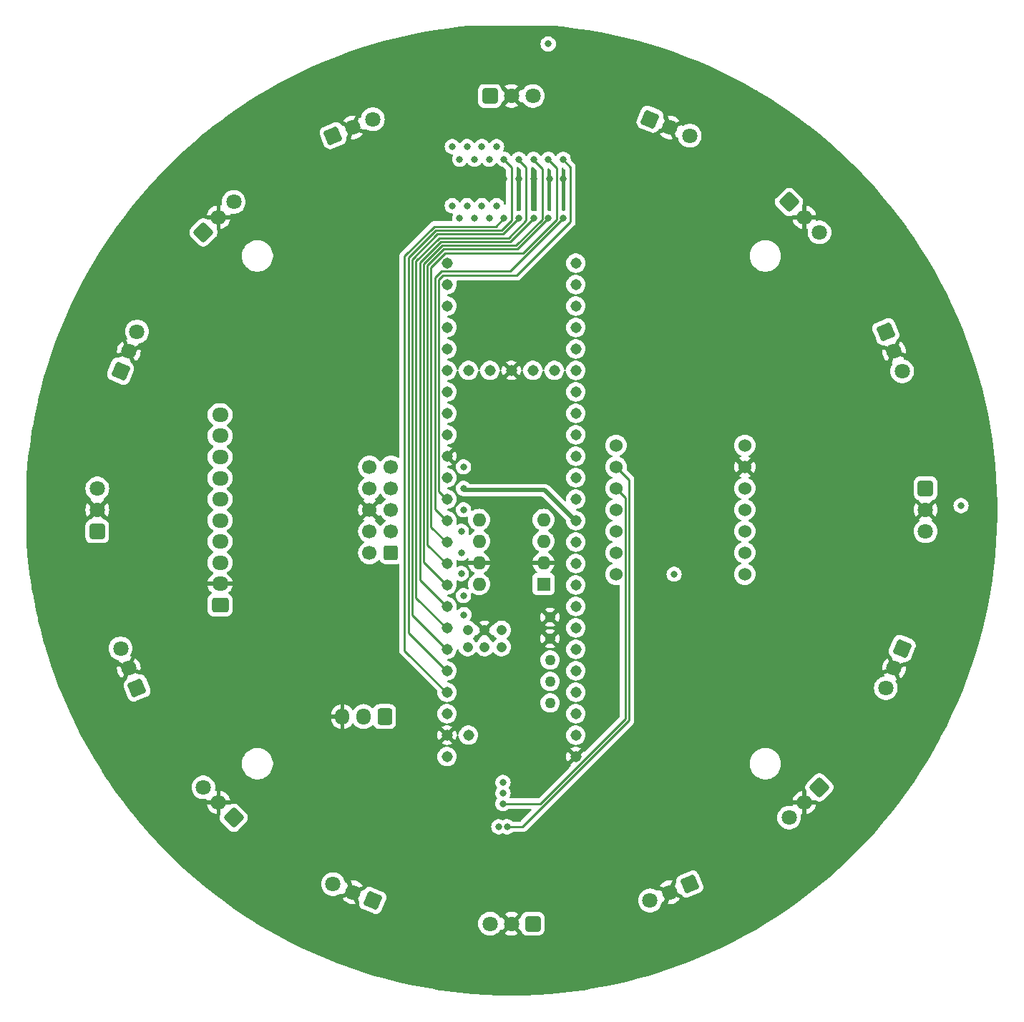
<source format=gbr>
%TF.GenerationSoftware,KiCad,Pcbnew,8.0.1*%
%TF.CreationDate,2024-05-26T22:46:05+09:00*%
%TF.ProjectId,Main-20240325,4d61696e-2d32-4303-9234-303332352e6b,rev?*%
%TF.SameCoordinates,Original*%
%TF.FileFunction,Copper,L3,Inr*%
%TF.FilePolarity,Positive*%
%FSLAX46Y46*%
G04 Gerber Fmt 4.6, Leading zero omitted, Abs format (unit mm)*
G04 Created by KiCad (PCBNEW 8.0.1) date 2024-05-26 22:46:05*
%MOMM*%
%LPD*%
G01*
G04 APERTURE LIST*
G04 Aperture macros list*
%AMRoundRect*
0 Rectangle with rounded corners*
0 $1 Rounding radius*
0 $2 $3 $4 $5 $6 $7 $8 $9 X,Y pos of 4 corners*
0 Add a 4 corners polygon primitive as box body*
4,1,4,$2,$3,$4,$5,$6,$7,$8,$9,$2,$3,0*
0 Add four circle primitives for the rounded corners*
1,1,$1+$1,$2,$3*
1,1,$1+$1,$4,$5*
1,1,$1+$1,$6,$7*
1,1,$1+$1,$8,$9*
0 Add four rect primitives between the rounded corners*
20,1,$1+$1,$2,$3,$4,$5,0*
20,1,$1+$1,$4,$5,$6,$7,0*
20,1,$1+$1,$6,$7,$8,$9,0*
20,1,$1+$1,$8,$9,$2,$3,0*%
G04 Aperture macros list end*
%TA.AperFunction,ComponentPad*%
%ADD10RoundRect,0.250000X0.600000X0.600000X-0.600000X0.600000X-0.600000X-0.600000X0.600000X-0.600000X0*%
%TD*%
%TA.AperFunction,ComponentPad*%
%ADD11C,1.700000*%
%TD*%
%TA.AperFunction,ComponentPad*%
%ADD12C,1.308000*%
%TD*%
%TA.AperFunction,ComponentPad*%
%ADD13C,1.258000*%
%TD*%
%TA.AperFunction,ComponentPad*%
%ADD14C,1.208000*%
%TD*%
%TA.AperFunction,ComponentPad*%
%ADD15R,1.600000X1.600000*%
%TD*%
%TA.AperFunction,ComponentPad*%
%ADD16O,1.600000X1.600000*%
%TD*%
%TA.AperFunction,ComponentPad*%
%ADD17C,1.524000*%
%TD*%
%TA.AperFunction,ComponentPad*%
%ADD18RoundRect,0.250200X0.649800X0.649800X-0.649800X0.649800X-0.649800X-0.649800X0.649800X-0.649800X0*%
%TD*%
%TA.AperFunction,ComponentPad*%
%ADD19C,1.800000*%
%TD*%
%TA.AperFunction,ComponentPad*%
%ADD20RoundRect,0.250200X-0.351669X-0.849005X0.849005X-0.351669X0.351669X0.849005X-0.849005X0.351669X0*%
%TD*%
%TA.AperFunction,ComponentPad*%
%ADD21RoundRect,0.250200X-0.849005X0.351669X-0.351669X-0.849005X0.849005X-0.351669X0.351669X0.849005X0*%
%TD*%
%TA.AperFunction,ComponentPad*%
%ADD22RoundRect,0.250200X0.351669X0.849005X-0.849005X0.351669X-0.351669X-0.849005X0.849005X-0.351669X0*%
%TD*%
%TA.AperFunction,ComponentPad*%
%ADD23RoundRect,0.250000X0.725000X-0.600000X0.725000X0.600000X-0.725000X0.600000X-0.725000X-0.600000X0*%
%TD*%
%TA.AperFunction,ComponentPad*%
%ADD24O,1.950000X1.700000*%
%TD*%
%TA.AperFunction,ComponentPad*%
%ADD25RoundRect,0.250200X0.918956X0.000000X0.000000X0.918956X-0.918956X0.000000X0.000000X-0.918956X0*%
%TD*%
%TA.AperFunction,ComponentPad*%
%ADD26RoundRect,0.250000X0.600000X0.725000X-0.600000X0.725000X-0.600000X-0.725000X0.600000X-0.725000X0*%
%TD*%
%TA.AperFunction,ComponentPad*%
%ADD27O,1.700000X1.950000*%
%TD*%
%TA.AperFunction,ComponentPad*%
%ADD28RoundRect,0.250200X-0.649800X0.649800X-0.649800X-0.649800X0.649800X-0.649800X0.649800X0.649800X0*%
%TD*%
%TA.AperFunction,ComponentPad*%
%ADD29RoundRect,0.250200X-0.918956X0.000000X0.000000X-0.918956X0.918956X0.000000X0.000000X0.918956X0*%
%TD*%
%TA.AperFunction,ComponentPad*%
%ADD30RoundRect,0.250200X0.000000X-0.918956X0.918956X0.000000X0.000000X0.918956X-0.918956X0.000000X0*%
%TD*%
%TA.AperFunction,ComponentPad*%
%ADD31RoundRect,0.250200X-0.849005X-0.351669X0.351669X-0.849005X0.849005X0.351669X-0.351669X0.849005X0*%
%TD*%
%TA.AperFunction,ComponentPad*%
%ADD32RoundRect,0.250200X0.000000X0.918956X-0.918956X0.000000X0.000000X-0.918956X0.918956X0.000000X0*%
%TD*%
%TA.AperFunction,ComponentPad*%
%ADD33RoundRect,0.250200X0.351669X-0.849005X0.849005X0.351669X-0.351669X0.849005X-0.849005X-0.351669X0*%
%TD*%
%TA.AperFunction,ComponentPad*%
%ADD34RoundRect,0.250200X0.849005X-0.351669X0.351669X0.849005X-0.849005X0.351669X-0.351669X-0.849005X0*%
%TD*%
%TA.AperFunction,ComponentPad*%
%ADD35RoundRect,0.250200X-0.649800X-0.649800X0.649800X-0.649800X0.649800X0.649800X-0.649800X0.649800X0*%
%TD*%
%TA.AperFunction,ComponentPad*%
%ADD36RoundRect,0.250200X-0.351669X0.849005X-0.849005X-0.351669X0.351669X-0.849005X0.849005X0.351669X0*%
%TD*%
%TA.AperFunction,ComponentPad*%
%ADD37RoundRect,0.250200X0.849005X0.351669X-0.351669X0.849005X-0.849005X-0.351669X0.351669X-0.849005X0*%
%TD*%
%TA.AperFunction,ComponentPad*%
%ADD38RoundRect,0.250200X0.649800X-0.649800X0.649800X0.649800X-0.649800X0.649800X-0.649800X-0.649800X0*%
%TD*%
%TA.AperFunction,ViaPad*%
%ADD39C,0.800000*%
%TD*%
%TA.AperFunction,Conductor*%
%ADD40C,0.250000*%
%TD*%
%TA.AperFunction,Conductor*%
%ADD41C,0.500000*%
%TD*%
G04 APERTURE END LIST*
D10*
%TO.N,Cam_MISO_RX*%
%TO.C,J4*%
X228752500Y-255555000D03*
D11*
%TO.N,+5V*%
X226212500Y-255555000D03*
%TO.N,Net-(J4-Pin_3)*%
X228752500Y-253015000D03*
%TO.N,Cam_MOSI_TX*%
X226212500Y-253015000D03*
%TO.N,Net-(J4-Pin_5)*%
X228752500Y-250475000D03*
%TO.N,GND*%
X226212500Y-250475000D03*
%TO.N,Net-(J4-Pin_7)*%
X228752500Y-247935000D03*
%TO.N,unconnected-(J4-Pin_8-Pad8)*%
X226212500Y-247935000D03*
%TO.N,Net-(J4-Pin_9)*%
X228752500Y-245395000D03*
%TO.N,unconnected-(J4-Pin_10-Pad10)*%
X226212500Y-245395000D03*
%TD*%
D12*
%TO.N,Line-MD-Main=RX_3.3V*%
%TO.C,U1*%
X250620000Y-277145000D03*
%TO.N,Line-MD-Main=TX_3.3V*%
X250620000Y-274605000D03*
%TO.N,EN-1*%
X250620000Y-272065000D03*
%TO.N,PH-1*%
X250620000Y-269525000D03*
%TO.N,unconnected-(U1-3.3V-Pad3.3V_1)*%
X250620000Y-244125000D03*
%TO.N,unconnected-(U1-3.3V-Pad3.3V_1)_1*%
X235380000Y-274605000D03*
%TO.N,unconnected-(U1-3.3V-Pad3.3V_1)_0*%
X245540000Y-233965000D03*
%TO.N,EN-2*%
X250620000Y-266985000D03*
%TO.N,PH-2*%
X250620000Y-264445000D03*
D13*
%TO.N,unconnected-(U1-Pad5V)*%
X247570000Y-273335000D03*
D12*
%TO.N,EN-3*%
X250620000Y-261905000D03*
%TO.N,Cam-main=RX*%
X250620000Y-259365000D03*
%TO.N,Cam-main=TX*%
X250620000Y-256825000D03*
%TO.N,PH-3*%
X250620000Y-254285000D03*
%TO.N,Cam_SS*%
X250620000Y-251745000D03*
%TO.N,MOSI*%
X250620000Y-249205000D03*
%TO.N,MISO*%
X250620000Y-246665000D03*
%TO.N,SCK*%
X235380000Y-246665000D03*
%TO.N,ball01*%
X235380000Y-249205000D03*
%TO.N,ball02*%
X235380000Y-251745000D03*
%TO.N,ball03*%
X235380000Y-254285000D03*
%TO.N,ball04*%
X235380000Y-256825000D03*
%TO.N,ball05*%
X235380000Y-259365000D03*
%TO.N,ball06*%
X235380000Y-261905000D03*
%TO.N,ball07*%
X235380000Y-264445000D03*
%TO.N,ball08*%
X235380000Y-266985000D03*
%TO.N,ball09*%
X235380000Y-269525000D03*
%TO.N,ball10*%
X235380000Y-272065000D03*
%TO.N,SCL*%
X250620000Y-241585000D03*
%TO.N,SDA*%
X250620000Y-239045000D03*
%TO.N,ball11*%
X250620000Y-236505000D03*
%TO.N,ball12*%
X250620000Y-233965000D03*
%TO.N,EN-4*%
X250620000Y-231425000D03*
%TO.N,PH-4*%
X250620000Y-228885000D03*
%TO.N,KickerSignal-main*%
X250620000Y-226345000D03*
%TO.N,unconnected-(U1-CTX3-Pad31)*%
X250620000Y-223805000D03*
%TO.N,SW-TAC-5*%
X250620000Y-221265000D03*
%TO.N,BUZZER*%
X235380000Y-221265000D03*
%TO.N,SW-TAC-4*%
X235380000Y-223805000D03*
%TO.N,SW-TAC-3*%
X235380000Y-226345000D03*
%TO.N,SW-TAC-2*%
X235380000Y-228885000D03*
%TO.N,SW-TAC-1*%
X235380000Y-231425000D03*
%TO.N,ball13*%
X235380000Y-233965000D03*
%TO.N,ball14*%
X235380000Y-236505000D03*
%TO.N,ball15*%
X235380000Y-239045000D03*
%TO.N,ball16*%
X235380000Y-241585000D03*
D13*
%TO.N,unconnected-(U1-PadD+)*%
X247570000Y-268255000D03*
%TO.N,unconnected-(U1-PadD-)*%
X247570000Y-270795000D03*
D12*
%TO.N,GND*%
X250620000Y-279685000D03*
X235380000Y-244125000D03*
X235380000Y-277145000D03*
X243000000Y-233965000D03*
D14*
X239830000Y-264715000D03*
%TO.N,unconnected-(U1-PadLED)*%
X239830000Y-266715000D03*
D12*
%TO.N,unconnected-(U1-PadON{slash}OFF)*%
X237920000Y-233965000D03*
%TO.N,unconnected-(U1-PadPROGRAM)*%
X240460000Y-233965000D03*
D14*
%TO.N,unconnected-(U1-PadR+)*%
X237830000Y-266715000D03*
%TO.N,unconnected-(U1-PadR-)*%
X237830000Y-264715000D03*
%TO.N,unconnected-(U1-PadT+)*%
X241830000Y-264715000D03*
%TO.N,unconnected-(U1-PadT-)*%
X241830000Y-266715000D03*
D13*
%TO.N,GND*%
X247570000Y-265715000D03*
X247570000Y-263175000D03*
D12*
%TO.N,unconnected-(U1-PadVBAT)*%
X248080000Y-233965000D03*
%TO.N,+5V*%
X235380000Y-279685000D03*
%TO.N,unconnected-(U1-PadVUSB)*%
X237920000Y-277145000D03*
%TD*%
D15*
%TO.N,+3.3V*%
%TO.C,U3*%
X246800000Y-259275000D03*
D16*
%TO.N,GND*%
X246800000Y-256735000D03*
%TO.N,SDA*%
X246800000Y-254195000D03*
%TO.N,SCL*%
X246800000Y-251655000D03*
%TO.N,unconnected-(U3-RESET-Pad5)*%
X239180000Y-251655000D03*
%TO.N,unconnected-(U3-INT-Pad6)*%
X239180000Y-254195000D03*
%TO.N,GND*%
X239180000Y-256735000D03*
%TO.N,unconnected-(U3-VOUT-Pad8)*%
X239180000Y-259275000D03*
%TD*%
D17*
%TO.N,NeoPixel_PWM*%
%TO.C,U2*%
X255380000Y-242855000D03*
%TO.N,ball01k*%
X255380000Y-245395000D03*
%TO.N,ball02k*%
X255380000Y-247935000D03*
%TO.N,unconnected-(U2-A3_D3-Pad4)*%
X255380000Y-250475000D03*
%TO.N,SDA*%
X255380000Y-253015000D03*
%TO.N,SCL*%
X255380000Y-255555000D03*
%TO.N,unconnected-(U2-TX_D6-Pad7)*%
X255380000Y-258095000D03*
%TO.N,unconnected-(R5-Pad2)*%
X270620000Y-258095000D03*
%TO.N,unconnected-(U2-SCK_D8-Pad9)*%
X270620000Y-255555000D03*
%TO.N,unconnected-(U2-MISO_D9-Pad10)*%
X270620000Y-253015000D03*
%TO.N,unconnected-(U2-MOSI_D10-Pad11)*%
X270620000Y-250475000D03*
%TO.N,unconnected-(U2-3V3-Pad12)*%
X270620000Y-247935000D03*
%TO.N,GND*%
X270620000Y-245395000D03*
%TO.N,+5V*%
X270620000Y-242855000D03*
%TD*%
D18*
%TO.N,Net-(U12-OUT)*%
%TO.C,U12*%
X245540000Y-299475000D03*
D19*
%TO.N,GND*%
X243000000Y-299475000D03*
%TO.N,+3.3V*%
X240460000Y-299475000D03*
%TD*%
D20*
%TO.N,Net-(U5-OUT)*%
%TO.C,U5*%
X221901857Y-206176918D03*
D19*
%TO.N,GND*%
X224248511Y-205204902D03*
%TO.N,+3.3V*%
X226595165Y-204232886D03*
%TD*%
D21*
%TO.N,Net-(U17-OUT)*%
%TO.C,U17*%
X287298081Y-229376857D03*
D19*
%TO.N,GND*%
X288270097Y-231723511D03*
%TO.N,+3.3V*%
X289242113Y-234070165D03*
%TD*%
D22*
%TO.N,Net-(U13-OUT)*%
%TO.C,U13*%
X264098142Y-294773081D03*
D19*
%TO.N,GND*%
X261751488Y-295745097D03*
%TO.N,+3.3V*%
X259404834Y-296717113D03*
%TD*%
D23*
%TO.N,+3.3V*%
%TO.C,J1*%
X208525000Y-261725000D03*
D24*
%TO.N,GND*%
X208525000Y-259225000D03*
%TO.N,SW-TAC-1*%
X208525000Y-256725000D03*
%TO.N,SW-TAC-2*%
X208525000Y-254225000D03*
%TO.N,SW-TAC-3*%
X208525000Y-251725000D03*
%TO.N,SW-TAC-4*%
X208525000Y-249225000D03*
%TO.N,SW-TAC-5*%
X208525000Y-246725000D03*
%TO.N,SDA*%
X208525000Y-244225000D03*
%TO.N,SCL*%
X208525000Y-241725000D03*
%TO.N,BUZZER*%
X208525000Y-239225000D03*
%TD*%
D25*
%TO.N,Net-(U10-OUT)*%
%TO.C,U10*%
X210147818Y-286919283D03*
D19*
%TO.N,GND*%
X208351767Y-285123232D03*
%TO.N,+3.3V*%
X206555716Y-283327181D03*
%TD*%
D26*
%TO.N,+5V*%
%TO.C,J2*%
X228000000Y-274950000D03*
D27*
%TO.N,+3.3V*%
X225500000Y-274950000D03*
%TO.N,GND*%
X223000000Y-274950000D03*
%TD*%
D28*
%TO.N,Net-(U16-OUT)*%
%TO.C,U16*%
X292000000Y-247935000D03*
D19*
%TO.N,GND*%
X292000000Y-250475000D03*
%TO.N,+3.3V*%
X292000000Y-253015000D03*
%TD*%
D29*
%TO.N,Net-(U18-OUT)*%
%TO.C,U18*%
X275852181Y-214030716D03*
D19*
%TO.N,GND*%
X277648232Y-215826767D03*
%TO.N,+3.3V*%
X279444283Y-217622818D03*
%TD*%
D30*
%TO.N,Net-(U6-OUT)*%
%TO.C,U6*%
X206555716Y-217622818D03*
D19*
%TO.N,GND*%
X208351767Y-215826767D03*
%TO.N,+3.3V*%
X210147818Y-214030716D03*
%TD*%
D31*
%TO.N,Net-(U19-OUT)*%
%TO.C,U19*%
X259404834Y-204232886D03*
D19*
%TO.N,GND*%
X261751488Y-205204902D03*
%TO.N,+3.3V*%
X264098142Y-206176918D03*
%TD*%
D32*
%TO.N,Net-(U14-OUT)*%
%TO.C,U14*%
X279444283Y-283327181D03*
D19*
%TO.N,GND*%
X277648232Y-285123232D03*
%TO.N,+3.3V*%
X275852181Y-286919283D03*
%TD*%
D33*
%TO.N,Net-(U7-OUT)*%
%TO.C,U7*%
X196757886Y-234070165D03*
D19*
%TO.N,GND*%
X197729902Y-231723511D03*
%TO.N,+3.3V*%
X198701918Y-229376857D03*
%TD*%
D34*
%TO.N,Net-(U9-OUT)*%
%TO.C,U9*%
X198701918Y-271573142D03*
D19*
%TO.N,GND*%
X197729902Y-269226488D03*
%TO.N,+3.3V*%
X196757886Y-266879834D03*
%TD*%
D35*
%TO.N,Net-(U4-OUT)*%
%TO.C,U4*%
X240460000Y-201475000D03*
D19*
%TO.N,GND*%
X243000000Y-201475000D03*
%TO.N,+3.3V*%
X245540000Y-201475000D03*
%TD*%
D36*
%TO.N,Net-(U15-OUT)*%
%TO.C,U15*%
X289242113Y-266879834D03*
D19*
%TO.N,GND*%
X288270097Y-269226488D03*
%TO.N,+3.3V*%
X287298081Y-271573142D03*
%TD*%
D37*
%TO.N,Net-(U11-OUT)*%
%TO.C,U11*%
X226595165Y-296717113D03*
D19*
%TO.N,GND*%
X224248511Y-295745097D03*
%TO.N,+3.3V*%
X221901857Y-294773081D03*
%TD*%
D38*
%TO.N,Net-(U8-OUT)*%
%TO.C,U8*%
X194000000Y-253015000D03*
D19*
%TO.N,GND*%
X194000000Y-250475000D03*
%TO.N,+3.3V*%
X194000000Y-247935000D03*
%TD*%
D39*
%TO.N,KickerSignal-main*%
X241500000Y-288000000D03*
%TO.N,Line-MD-Main=TX_3.3V*%
X242000000Y-282750000D03*
%TO.N,Line-MD-Main=RX_3.3V*%
X242000000Y-284000000D03*
%TO.N,ball02k*%
X242000000Y-285250000D03*
%TO.N,ball01k*%
X242500000Y-288000000D03*
%TO.N,GND*%
X243875000Y-211250000D03*
X245625000Y-211250000D03*
X247475000Y-211250000D03*
X242125000Y-211250000D03*
X249125000Y-211250000D03*
%TO.N,+5V*%
X296200000Y-249975000D03*
%TO.N,+3.3V*%
X262245000Y-258095000D03*
%TO.N,ball01*%
X249125000Y-208975000D03*
%TO.N,ball02*%
X249125000Y-215975000D03*
%TO.N,ball03*%
X247375000Y-208975000D03*
%TO.N,ball04*%
X247375000Y-215975000D03*
%TO.N,ball05*%
X245625000Y-208975000D03*
%TO.N,ball06*%
X245625000Y-215975000D03*
%TO.N,ball07*%
X243875000Y-208975000D03*
%TO.N,ball08*%
X243875000Y-215975000D03*
%TO.N,ball09*%
X242125000Y-208975000D03*
%TO.N,ball10*%
X242125000Y-215975000D03*
%TO.N,ball11*%
X240375000Y-208975000D03*
%TO.N,ball12*%
X240375000Y-215975000D03*
%TO.N,ball13*%
X238625000Y-208975000D03*
%TO.N,ball14*%
X238625000Y-215975000D03*
%TO.N,ball15*%
X236875000Y-208975000D03*
%TO.N,ball16*%
X236875000Y-215975000D03*
%TO.N,SDA*%
X237332500Y-245395000D03*
%TO.N,SCL*%
X237332500Y-250475000D03*
%TO.N,SCK*%
X237080000Y-253015000D03*
%TO.N,Cam_SS*%
X237332500Y-247935000D03*
%TO.N,MISO*%
X237080000Y-255600000D03*
%TO.N,Cam-main=TX*%
X237080000Y-258025000D03*
%TO.N,MOSI*%
X237332500Y-260635000D03*
%TO.N,Cam-main=RX*%
X237375000Y-262900000D03*
%TO.N,Net-(U12-OUT)*%
X241250000Y-207475000D03*
%TO.N,Net-(U13-OUT)*%
X241250000Y-214475000D03*
%TO.N,Net-(U14-OUT)*%
X239500000Y-207475000D03*
%TO.N,Net-(U15-OUT)*%
X239500000Y-214475000D03*
%TO.N,Net-(U16-OUT)*%
X237750000Y-207475000D03*
%TO.N,Net-(U17-OUT)*%
X237750000Y-214475000D03*
%TO.N,Net-(U18-OUT)*%
X236000000Y-207475000D03*
%TO.N,Net-(U19-OUT)*%
X236000000Y-214475000D03*
%TO.N,NeoPixel_PWM*%
X247350000Y-195325000D03*
%TD*%
D40*
%TO.N,ball02k*%
X246439516Y-285250000D02*
X242000000Y-285250000D01*
X250189516Y-281500000D02*
X246439516Y-285250000D01*
%TO.N,ball01k*%
X244325912Y-288000000D02*
X242500000Y-288000000D01*
X256917000Y-275408912D02*
X244325912Y-288000000D01*
X255380000Y-245395000D02*
X256917000Y-246932000D01*
X256917000Y-246932000D02*
X256917000Y-275408912D01*
%TO.N,ball01*%
X249975000Y-209925000D02*
X249975000Y-216375305D01*
X243650305Y-222700000D02*
X234925000Y-222700000D01*
X234401000Y-248326000D02*
X235505000Y-249430000D01*
X249975000Y-216375305D02*
X243650305Y-222700000D01*
X234925000Y-222700000D02*
X234401000Y-223224000D01*
X249250000Y-209200000D02*
X249975000Y-209925000D01*
X234401000Y-223224000D02*
X234401000Y-248326000D01*
%TO.N,ball02*%
X234700000Y-222250000D02*
X242850000Y-222250000D01*
X233951000Y-222999000D02*
X234700000Y-222250000D01*
X242850000Y-222250000D02*
X249125000Y-215975000D01*
X235505000Y-251970000D02*
X233951000Y-250416000D01*
X233951000Y-250416000D02*
X233951000Y-222999000D01*
%TO.N,ball03*%
X233501000Y-221759484D02*
X233501000Y-252506000D01*
X235185484Y-220075000D02*
X233501000Y-221759484D01*
X248325000Y-210025000D02*
X248325000Y-216138604D01*
X244388604Y-220075000D02*
X235185484Y-220075000D01*
X233501000Y-252506000D02*
X235505000Y-254510000D01*
X247500000Y-209200000D02*
X248325000Y-210025000D01*
X248325000Y-216138604D02*
X244388604Y-220075000D01*
%TO.N,ball04*%
X243725000Y-219625000D02*
X234999088Y-219625000D01*
X234999088Y-219625000D02*
X233051000Y-221573088D01*
X247375000Y-215975000D02*
X243725000Y-219625000D01*
X233051000Y-254596000D02*
X235505000Y-257050000D01*
X233051000Y-221573088D02*
X233051000Y-254596000D01*
%TO.N,ball05*%
X232601000Y-221386692D02*
X232601000Y-256686000D01*
X232601000Y-256686000D02*
X235505000Y-259590000D01*
X234812692Y-219175000D02*
X232601000Y-221386692D01*
X245750000Y-209200000D02*
X246625000Y-210075000D01*
X246625000Y-216088604D02*
X243538604Y-219175000D01*
X246625000Y-210075000D02*
X246625000Y-216088604D01*
X243538604Y-219175000D02*
X234812692Y-219175000D01*
%TO.N,ball06*%
X232151000Y-221200296D02*
X232151000Y-258776000D01*
X245625000Y-215975000D02*
X242875000Y-218725000D01*
X232151000Y-258776000D02*
X235505000Y-262130000D01*
X242875000Y-218725000D02*
X234626296Y-218725000D01*
X234626296Y-218725000D02*
X232151000Y-221200296D01*
%TO.N,ball07*%
X244725000Y-216238604D02*
X242688604Y-218275000D01*
X234439900Y-218275000D02*
X231701000Y-221013900D01*
X231701000Y-221013900D02*
X231701000Y-260866000D01*
X231701000Y-260866000D02*
X235505000Y-264670000D01*
X244725000Y-209925000D02*
X244725000Y-216238604D01*
X242688604Y-218275000D02*
X234439900Y-218275000D01*
X244000000Y-209200000D02*
X244725000Y-209925000D01*
%TO.N,ball08*%
X235505000Y-267210000D02*
X231251000Y-262956000D01*
X231251000Y-262956000D02*
X231251000Y-220827504D01*
X231251000Y-220827504D02*
X234253504Y-217825000D01*
X234253504Y-217825000D02*
X242025000Y-217825000D01*
X242025000Y-217825000D02*
X243875000Y-215975000D01*
%TO.N,ball09*%
X235505000Y-269750000D02*
X230801000Y-265046000D01*
X242994302Y-216219302D02*
X242994302Y-209944302D01*
X230801000Y-265046000D02*
X230801000Y-220641108D01*
X241838604Y-217375000D02*
X242994302Y-216219302D01*
X234067108Y-217375000D02*
X241838604Y-217375000D01*
X242994302Y-209944302D02*
X242250000Y-209200000D01*
X230801000Y-220641108D02*
X234067108Y-217375000D01*
%TO.N,ball10*%
X235505000Y-272290000D02*
X230351000Y-267136000D01*
X233880712Y-216925000D02*
X241175000Y-216925000D01*
X230351000Y-220454712D02*
X233880712Y-216925000D01*
X230351000Y-267136000D02*
X230351000Y-220454712D01*
X241175000Y-216925000D02*
X242125000Y-215975000D01*
%TO.N,ball02k*%
X256467000Y-275222516D02*
X250189516Y-281500000D01*
X256467000Y-249022000D02*
X256467000Y-275222516D01*
X255380000Y-247935000D02*
X256467000Y-249022000D01*
D41*
%TO.N,Cam_SS*%
X237457500Y-248160000D02*
X246935000Y-248160000D01*
X246935000Y-248160000D02*
X250745000Y-251970000D01*
%TD*%
%TA.AperFunction,Conductor*%
%TO.N,GND*%
G36*
X227327425Y-251236373D02*
G01*
X227380619Y-251160405D01*
X227435196Y-251116781D01*
X227504695Y-251109588D01*
X227567049Y-251141110D01*
X227583769Y-251160405D01*
X227714005Y-251346401D01*
X227714006Y-251346402D01*
X227881097Y-251513493D01*
X227881103Y-251513498D01*
X228066658Y-251643425D01*
X228110283Y-251698002D01*
X228117477Y-251767500D01*
X228085954Y-251829855D01*
X228066658Y-251846575D01*
X227881097Y-251976505D01*
X227714005Y-252143597D01*
X227584075Y-252329158D01*
X227529498Y-252372783D01*
X227460000Y-252379977D01*
X227397645Y-252348454D01*
X227380925Y-252329158D01*
X227250994Y-252143597D01*
X227083902Y-251976506D01*
X227083901Y-251976505D01*
X226897905Y-251846269D01*
X226854281Y-251791692D01*
X226847088Y-251722193D01*
X226878610Y-251659839D01*
X226897905Y-251643119D01*
X226973873Y-251589925D01*
X226341909Y-250957962D01*
X226405493Y-250940925D01*
X226519507Y-250875099D01*
X226612599Y-250782007D01*
X226678425Y-250667993D01*
X226695462Y-250604409D01*
X227327425Y-251236373D01*
G37*
%TD.AperFunction*%
%TA.AperFunction,Conductor*%
G36*
X227567355Y-248601546D02*
G01*
X227584075Y-248620842D01*
X227714001Y-248806396D01*
X227714006Y-248806402D01*
X227881097Y-248973493D01*
X227881103Y-248973498D01*
X228066658Y-249103425D01*
X228110283Y-249158002D01*
X228117477Y-249227500D01*
X228085954Y-249289855D01*
X228066658Y-249306575D01*
X227881097Y-249436505D01*
X227714005Y-249603597D01*
X227583769Y-249789595D01*
X227529192Y-249833220D01*
X227459694Y-249840414D01*
X227397339Y-249808891D01*
X227380619Y-249789595D01*
X227327425Y-249713626D01*
X227327425Y-249713625D01*
X226695462Y-250345589D01*
X226678425Y-250282007D01*
X226612599Y-250167993D01*
X226519507Y-250074901D01*
X226405493Y-250009075D01*
X226341910Y-249992037D01*
X226973873Y-249360073D01*
X226973873Y-249360072D01*
X226897905Y-249306880D01*
X226854280Y-249252304D01*
X226847086Y-249182805D01*
X226878608Y-249120451D01*
X226897899Y-249103734D01*
X227083901Y-248973495D01*
X227250995Y-248806401D01*
X227380925Y-248620842D01*
X227435502Y-248577217D01*
X227505000Y-248570023D01*
X227567355Y-248601546D01*
G37*
%TD.AperFunction*%
%TA.AperFunction,Conductor*%
G36*
X245500241Y-209869099D02*
G01*
X245507837Y-209870714D01*
X245569315Y-209903907D01*
X245569731Y-209904321D01*
X245963181Y-210297771D01*
X245996666Y-210359094D01*
X245999500Y-210385452D01*
X245999500Y-214980857D01*
X245979815Y-215047896D01*
X245927011Y-215093651D01*
X245857853Y-215103595D01*
X245849720Y-215102147D01*
X245719647Y-215074500D01*
X245719646Y-215074500D01*
X245530354Y-215074500D01*
X245500280Y-215080892D01*
X245430613Y-215075575D01*
X245374879Y-215033437D01*
X245350775Y-214967857D01*
X245350500Y-214959601D01*
X245350500Y-209990397D01*
X245370185Y-209923358D01*
X245422989Y-209877603D01*
X245492147Y-209867659D01*
X245500241Y-209869099D01*
G37*
%TD.AperFunction*%
%TA.AperFunction,Conductor*%
G36*
X247455703Y-210040739D02*
G01*
X247462181Y-210046771D01*
X247663181Y-210247771D01*
X247696666Y-210309094D01*
X247699500Y-210335452D01*
X247699500Y-214970230D01*
X247679815Y-215037269D01*
X247627011Y-215083024D01*
X247557853Y-215092968D01*
X247549719Y-215091520D01*
X247549498Y-215091473D01*
X247469646Y-215074500D01*
X247374500Y-215074500D01*
X247307461Y-215054815D01*
X247261706Y-215002011D01*
X247250500Y-214950500D01*
X247250500Y-210134452D01*
X247270185Y-210067413D01*
X247322989Y-210021658D01*
X247392147Y-210011714D01*
X247455703Y-210040739D01*
G37*
%TD.AperFunction*%
%TA.AperFunction,Conductor*%
G36*
X243825005Y-209910041D02*
G01*
X243831483Y-209916073D01*
X244063181Y-210147771D01*
X244096666Y-210209094D01*
X244099500Y-210235452D01*
X244099500Y-214950500D01*
X244079815Y-215017539D01*
X244027011Y-215063294D01*
X243975500Y-215074500D01*
X243969646Y-215074500D01*
X243780354Y-215074500D01*
X243775621Y-215075505D01*
X243769579Y-215076790D01*
X243699912Y-215071472D01*
X243644180Y-215029332D01*
X243620077Y-214963752D01*
X243619802Y-214955499D01*
X243619802Y-210003754D01*
X243639487Y-209936715D01*
X243692291Y-209890960D01*
X243761449Y-209881016D01*
X243825005Y-209910041D01*
G37*
%TD.AperFunction*%
%TA.AperFunction,Conductor*%
G36*
X249155703Y-209990739D02*
G01*
X249162181Y-209996771D01*
X249313181Y-210147771D01*
X249346666Y-210209094D01*
X249349500Y-210235452D01*
X249349500Y-214950500D01*
X249329815Y-215017539D01*
X249277011Y-215063294D01*
X249225500Y-215074500D01*
X249074500Y-215074500D01*
X249007461Y-215054815D01*
X248961706Y-215002011D01*
X248950500Y-214950500D01*
X248950500Y-210084452D01*
X248970185Y-210017413D01*
X249022989Y-209971658D01*
X249092147Y-209961714D01*
X249155703Y-209990739D01*
G37*
%TD.AperFunction*%
%TA.AperFunction,Conductor*%
G36*
X248065088Y-193200528D02*
G01*
X249059373Y-193292662D01*
X249062555Y-193293000D01*
X250566717Y-193472540D01*
X250569868Y-193472958D01*
X252068752Y-193692138D01*
X252071889Y-193692639D01*
X253564478Y-193951310D01*
X253567662Y-193951905D01*
X255052858Y-194249878D01*
X255055947Y-194250540D01*
X256532821Y-194587627D01*
X256535895Y-194588371D01*
X257973676Y-194956722D01*
X258003345Y-194964323D01*
X258006505Y-194965178D01*
X259463379Y-195379694D01*
X259466516Y-195380631D01*
X260912018Y-195833484D01*
X260915126Y-195834503D01*
X262348141Y-196325345D01*
X262351151Y-196326420D01*
X263770834Y-196854965D01*
X263773793Y-196856112D01*
X265178929Y-197421907D01*
X265181912Y-197423153D01*
X266571683Y-198025868D01*
X266574575Y-198027168D01*
X267909004Y-198648231D01*
X267947928Y-198666347D01*
X267950878Y-198667768D01*
X269306835Y-199342954D01*
X269309681Y-199344418D01*
X270647376Y-200055181D01*
X270650211Y-200056735D01*
X271883990Y-200754654D01*
X271968696Y-200802570D01*
X271971515Y-200804215D01*
X272328357Y-201018699D01*
X273269760Y-201584539D01*
X273272543Y-201586262D01*
X273652557Y-201828553D01*
X274549785Y-202400612D01*
X274552480Y-202402381D01*
X275520908Y-203056421D01*
X275807787Y-203250168D01*
X275810468Y-203252030D01*
X276941475Y-204060148D01*
X277042948Y-204132651D01*
X277045574Y-204134580D01*
X278070274Y-204908397D01*
X278254378Y-205047426D01*
X278256964Y-205049433D01*
X279441228Y-205993853D01*
X279443760Y-205995927D01*
X280602720Y-206971309D01*
X280605196Y-206973450D01*
X281737959Y-207979046D01*
X281740379Y-207981252D01*
X282846218Y-209016412D01*
X282848578Y-209018680D01*
X283343604Y-209507214D01*
X283884218Y-210040739D01*
X283926725Y-210082688D01*
X283929018Y-210085012D01*
X284133514Y-210297771D01*
X284978691Y-211177097D01*
X284980928Y-211179487D01*
X286001403Y-212298896D01*
X286003576Y-212301344D01*
X286994133Y-213447283D01*
X286996238Y-213449784D01*
X287843685Y-214484140D01*
X287956241Y-214621520D01*
X287958274Y-214624071D01*
X287988689Y-214663259D01*
X288886976Y-215820693D01*
X288888949Y-215823305D01*
X289253510Y-216319549D01*
X289755464Y-217002814D01*
X289785756Y-217044047D01*
X289787659Y-217046710D01*
X290651935Y-218290707D01*
X290653767Y-218293420D01*
X291484886Y-219559770D01*
X291486646Y-219562530D01*
X292284071Y-220850416D01*
X292285757Y-220853222D01*
X293048877Y-222161656D01*
X293050489Y-222164505D01*
X293778829Y-223492670D01*
X293780365Y-223495561D01*
X294473382Y-224842471D01*
X294474841Y-224845401D01*
X295132070Y-226210151D01*
X295133451Y-226213119D01*
X295754412Y-227594711D01*
X295755715Y-227597715D01*
X296339993Y-228995227D01*
X296341216Y-228998263D01*
X296888415Y-230410744D01*
X296889557Y-230413812D01*
X297399277Y-231840241D01*
X297400337Y-231843338D01*
X297872205Y-233282657D01*
X297873184Y-233285781D01*
X298306914Y-234737124D01*
X298307810Y-234740272D01*
X298703077Y-236202551D01*
X298703889Y-236205722D01*
X299060405Y-237677874D01*
X299061134Y-237681065D01*
X299378680Y-239162176D01*
X299379324Y-239165386D01*
X299657657Y-240654336D01*
X299658216Y-240657562D01*
X299897153Y-242153371D01*
X299897626Y-242156610D01*
X300096989Y-243658155D01*
X300097377Y-243661405D01*
X300257036Y-245167710D01*
X300257338Y-245170969D01*
X300377181Y-246680963D01*
X300377397Y-246684230D01*
X300457337Y-248196851D01*
X300457467Y-248200122D01*
X300497457Y-249714582D01*
X300497499Y-249717446D01*
X300499998Y-250474591D01*
X300499998Y-250475409D01*
X300497499Y-251232553D01*
X300497457Y-251235417D01*
X300457467Y-252749877D01*
X300457337Y-252753148D01*
X300377397Y-254265769D01*
X300377181Y-254269036D01*
X300257338Y-255779030D01*
X300257036Y-255782289D01*
X300097377Y-257288594D01*
X300096989Y-257291844D01*
X299897626Y-258793389D01*
X299897153Y-258796628D01*
X299658216Y-260292437D01*
X299657657Y-260295663D01*
X299379324Y-261784613D01*
X299378680Y-261787823D01*
X299061134Y-263268934D01*
X299060405Y-263272125D01*
X298703889Y-264744277D01*
X298703077Y-264747448D01*
X298307810Y-266209727D01*
X298306914Y-266212875D01*
X297873184Y-267664218D01*
X297872205Y-267667342D01*
X297400337Y-269106661D01*
X297399277Y-269109758D01*
X296889557Y-270536187D01*
X296888415Y-270539255D01*
X296341216Y-271951736D01*
X296339993Y-271954772D01*
X295755715Y-273352284D01*
X295754412Y-273355288D01*
X295133451Y-274736880D01*
X295132070Y-274739848D01*
X294474841Y-276104598D01*
X294473382Y-276107528D01*
X293780365Y-277454438D01*
X293778829Y-277457329D01*
X293050489Y-278785494D01*
X293048877Y-278788343D01*
X292285757Y-280096777D01*
X292284071Y-280099583D01*
X291486646Y-281387469D01*
X291484886Y-281390229D01*
X290653767Y-282656579D01*
X290651935Y-282659292D01*
X289787659Y-283903289D01*
X289785756Y-283905952D01*
X288888949Y-285126694D01*
X288886976Y-285129306D01*
X287958282Y-286325919D01*
X287956241Y-286328479D01*
X286996241Y-287500212D01*
X286994133Y-287502716D01*
X286003576Y-288648655D01*
X286001403Y-288651103D01*
X284980928Y-289770512D01*
X284978691Y-289772902D01*
X283929024Y-290864981D01*
X283926725Y-290867311D01*
X282848578Y-291931319D01*
X282846218Y-291933587D01*
X281740379Y-292968747D01*
X281737959Y-292970953D01*
X280605196Y-293976549D01*
X280602720Y-293978690D01*
X279443760Y-294954072D01*
X279441228Y-294956146D01*
X278256964Y-295900566D01*
X278254378Y-295902573D01*
X277045586Y-296815410D01*
X277042948Y-296817348D01*
X275810476Y-297697963D01*
X275807787Y-297699831D01*
X274552501Y-298547604D01*
X274549764Y-298549400D01*
X273272543Y-299363737D01*
X273269760Y-299365460D01*
X271971523Y-300145779D01*
X271968696Y-300147429D01*
X270650229Y-300893254D01*
X270647358Y-300894828D01*
X269309713Y-301605564D01*
X269306803Y-301607061D01*
X267950878Y-302282231D01*
X267947928Y-302283652D01*
X266574622Y-302922810D01*
X266571636Y-302924152D01*
X265181930Y-303526838D01*
X265178910Y-303528100D01*
X263773840Y-304093869D01*
X263770788Y-304095052D01*
X262351187Y-304623566D01*
X262348104Y-304624667D01*
X260915128Y-305115495D01*
X260912018Y-305116515D01*
X259466516Y-305569368D01*
X259463379Y-305570305D01*
X258006505Y-305984821D01*
X258003345Y-305985676D01*
X256535948Y-306361615D01*
X256532767Y-306362385D01*
X255056002Y-306699447D01*
X255052801Y-306700133D01*
X253567679Y-306998090D01*
X253564461Y-306998692D01*
X252071936Y-307257352D01*
X252068704Y-307257868D01*
X250569915Y-307477034D01*
X250566670Y-307477465D01*
X249062592Y-307656995D01*
X249059336Y-307657340D01*
X247551058Y-307797102D01*
X247547795Y-307797361D01*
X246036357Y-307897261D01*
X246033088Y-307897434D01*
X244519506Y-307957403D01*
X244516234Y-307957489D01*
X243001637Y-307977483D01*
X242998363Y-307977483D01*
X241483765Y-307957489D01*
X241480493Y-307957403D01*
X239966911Y-307897434D01*
X239963642Y-307897261D01*
X238452204Y-307797361D01*
X238448941Y-307797102D01*
X236940663Y-307657340D01*
X236937407Y-307656995D01*
X235433329Y-307477465D01*
X235430084Y-307477034D01*
X233931295Y-307257868D01*
X233928063Y-307257352D01*
X232435538Y-306998692D01*
X232432320Y-306998090D01*
X230947198Y-306700133D01*
X230943997Y-306699447D01*
X229467232Y-306362385D01*
X229464051Y-306361615D01*
X227996654Y-305985676D01*
X227993494Y-305984821D01*
X226536620Y-305570305D01*
X226533483Y-305569368D01*
X225087981Y-305116515D01*
X225084871Y-305115495D01*
X223651895Y-304624667D01*
X223648812Y-304623566D01*
X222229211Y-304095052D01*
X222226159Y-304093869D01*
X220821089Y-303528100D01*
X220818069Y-303526838D01*
X219428363Y-302924152D01*
X219425377Y-302922810D01*
X218052071Y-302283652D01*
X218049121Y-302282231D01*
X216693196Y-301607061D01*
X216690286Y-301605564D01*
X215352641Y-300894828D01*
X215349770Y-300893254D01*
X214031303Y-300147429D01*
X214028476Y-300145779D01*
X212912494Y-299475006D01*
X239054700Y-299475006D01*
X239073864Y-299706297D01*
X239073866Y-299706308D01*
X239130842Y-299931300D01*
X239224075Y-300143848D01*
X239351016Y-300338147D01*
X239351019Y-300338151D01*
X239351021Y-300338153D01*
X239508216Y-300508913D01*
X239508219Y-300508915D01*
X239508222Y-300508918D01*
X239691365Y-300651464D01*
X239691371Y-300651468D01*
X239691374Y-300651470D01*
X239813697Y-300717668D01*
X239894652Y-300761479D01*
X239895497Y-300761936D01*
X240009487Y-300801068D01*
X240115015Y-300837297D01*
X240115017Y-300837297D01*
X240115019Y-300837298D01*
X240343951Y-300875500D01*
X240343952Y-300875500D01*
X240576048Y-300875500D01*
X240576049Y-300875500D01*
X240804981Y-300837298D01*
X241024503Y-300761936D01*
X241228626Y-300651470D01*
X241229170Y-300651047D01*
X241303002Y-300593581D01*
X241411784Y-300508913D01*
X241568979Y-300338153D01*
X241626490Y-300250124D01*
X241679635Y-300204769D01*
X241748866Y-300195345D01*
X241812202Y-300224846D01*
X241834107Y-300250125D01*
X241848812Y-300272633D01*
X242557861Y-299563584D01*
X242580667Y-299648694D01*
X242639910Y-299751306D01*
X242723694Y-299835090D01*
X242826306Y-299894333D01*
X242911414Y-299917138D01*
X242201201Y-300627351D01*
X242231649Y-300651050D01*
X242435697Y-300761476D01*
X242435706Y-300761479D01*
X242655139Y-300836811D01*
X242883993Y-300875000D01*
X243116007Y-300875000D01*
X243344860Y-300836811D01*
X243564293Y-300761479D01*
X243564301Y-300761476D01*
X243768355Y-300651047D01*
X243798797Y-300627351D01*
X243798798Y-300627350D01*
X243088585Y-299917137D01*
X243173694Y-299894333D01*
X243276306Y-299835090D01*
X243360090Y-299751306D01*
X243419333Y-299648694D01*
X243442138Y-299563584D01*
X244126156Y-300247602D01*
X244156180Y-300296278D01*
X244205203Y-300444220D01*
X244297330Y-300593581D01*
X244421419Y-300717670D01*
X244570780Y-300809797D01*
X244653771Y-300837297D01*
X244737361Y-300864996D01*
X244774236Y-300868763D01*
X244840174Y-300875500D01*
X244840178Y-300875500D01*
X246239822Y-300875500D01*
X246239826Y-300875500D01*
X246342638Y-300864996D01*
X246509220Y-300809797D01*
X246658581Y-300717670D01*
X246782670Y-300593581D01*
X246874797Y-300444220D01*
X246929996Y-300277638D01*
X246940500Y-300174826D01*
X246940500Y-298775174D01*
X246933763Y-298709236D01*
X246929996Y-298672361D01*
X246889251Y-298549400D01*
X246874797Y-298505780D01*
X246782670Y-298356419D01*
X246658581Y-298232330D01*
X246509220Y-298140203D01*
X246509217Y-298140202D01*
X246342638Y-298085003D01*
X246239833Y-298074500D01*
X246239826Y-298074500D01*
X244840174Y-298074500D01*
X244840166Y-298074500D01*
X244737361Y-298085003D01*
X244570782Y-298140202D01*
X244570777Y-298140204D01*
X244421417Y-298232331D01*
X244297331Y-298356417D01*
X244205204Y-298505777D01*
X244205202Y-298505782D01*
X244156181Y-298653719D01*
X244126156Y-298702396D01*
X243442137Y-299386414D01*
X243419333Y-299301306D01*
X243360090Y-299198694D01*
X243276306Y-299114910D01*
X243173694Y-299055667D01*
X243088584Y-299032861D01*
X243798797Y-298322647D01*
X243798797Y-298322645D01*
X243768360Y-298298955D01*
X243768354Y-298298951D01*
X243564302Y-298188523D01*
X243564293Y-298188520D01*
X243344860Y-298113188D01*
X243116007Y-298075000D01*
X242883993Y-298075000D01*
X242655139Y-298113188D01*
X242435706Y-298188520D01*
X242435697Y-298188523D01*
X242231650Y-298298949D01*
X242201200Y-298322647D01*
X242911415Y-299032861D01*
X242826306Y-299055667D01*
X242723694Y-299114910D01*
X242639910Y-299198694D01*
X242580667Y-299301306D01*
X242557861Y-299386415D01*
X241848811Y-298677365D01*
X241834106Y-298699873D01*
X241780959Y-298745230D01*
X241711728Y-298754653D01*
X241648392Y-298725150D01*
X241626489Y-298699873D01*
X241568981Y-298611850D01*
X241568980Y-298611849D01*
X241568979Y-298611847D01*
X241411784Y-298441087D01*
X241411779Y-298441083D01*
X241411777Y-298441081D01*
X241228634Y-298298535D01*
X241228628Y-298298531D01*
X241024504Y-298188064D01*
X241024495Y-298188061D01*
X240804984Y-298112702D01*
X240605473Y-298079410D01*
X240576049Y-298074500D01*
X240343951Y-298074500D01*
X240314527Y-298079410D01*
X240115015Y-298112702D01*
X239895504Y-298188061D01*
X239895495Y-298188064D01*
X239691371Y-298298531D01*
X239691365Y-298298535D01*
X239508222Y-298441081D01*
X239508219Y-298441084D01*
X239351016Y-298611852D01*
X239224075Y-298806151D01*
X239130842Y-299018699D01*
X239073866Y-299243691D01*
X239073864Y-299243702D01*
X239054700Y-299474993D01*
X239054700Y-299475006D01*
X212912494Y-299475006D01*
X212730239Y-299365460D01*
X212727456Y-299363737D01*
X211450235Y-298549400D01*
X211447498Y-298547604D01*
X210192212Y-297699831D01*
X210189523Y-297697963D01*
X208957051Y-296817348D01*
X208954413Y-296815410D01*
X207745621Y-295902573D01*
X207743035Y-295900566D01*
X206558771Y-294956146D01*
X206556239Y-294954072D01*
X206341191Y-294773087D01*
X220496557Y-294773087D01*
X220515721Y-295004378D01*
X220515723Y-295004389D01*
X220572699Y-295229381D01*
X220665932Y-295441929D01*
X220792873Y-295636228D01*
X220792876Y-295636232D01*
X220792878Y-295636234D01*
X220950073Y-295806994D01*
X220950076Y-295806996D01*
X220950079Y-295806999D01*
X221133222Y-295949545D01*
X221133228Y-295949549D01*
X221133231Y-295949551D01*
X221337354Y-296060017D01*
X221451344Y-296099149D01*
X221556872Y-296135378D01*
X221556874Y-296135378D01*
X221556876Y-296135379D01*
X221785808Y-296173581D01*
X221785809Y-296173581D01*
X222017905Y-296173581D01*
X222017906Y-296173581D01*
X222246838Y-296135379D01*
X222466360Y-296060017D01*
X222670483Y-295949551D01*
X222675752Y-295945449D01*
X222740741Y-295919803D01*
X222809282Y-295933364D01*
X222859611Y-295981828D01*
X222872124Y-296012857D01*
X222879403Y-296041601D01*
X223806034Y-295657776D01*
X223798511Y-295685853D01*
X223798511Y-295804341D01*
X223829178Y-295918791D01*
X223888421Y-296021403D01*
X223972205Y-296105187D01*
X223997373Y-296119718D01*
X223071512Y-296503222D01*
X223071512Y-296503223D01*
X223139925Y-296607939D01*
X223297069Y-296778642D01*
X223297073Y-296778645D01*
X223480155Y-296921144D01*
X223480159Y-296921147D01*
X223684208Y-297031573D01*
X223684217Y-297031576D01*
X223903650Y-297106908D01*
X224132504Y-297145097D01*
X224364517Y-297145097D01*
X224545314Y-297114926D01*
X224161192Y-296187574D01*
X224189267Y-296195097D01*
X224307755Y-296195097D01*
X224422205Y-296164430D01*
X224524817Y-296105187D01*
X224608601Y-296021403D01*
X224623132Y-295996234D01*
X224993281Y-296889851D01*
X225002392Y-296946313D01*
X224991068Y-297101748D01*
X224991069Y-297101754D01*
X225019023Y-297274993D01*
X225019025Y-297275001D01*
X225086182Y-297437129D01*
X225188916Y-297579398D01*
X225321694Y-297694145D01*
X225321696Y-297694146D01*
X225412662Y-297743194D01*
X226705772Y-298278818D01*
X226804777Y-298308458D01*
X226863119Y-298312708D01*
X226979801Y-298321209D01*
X226979801Y-298321208D01*
X226979803Y-298321209D01*
X227120348Y-298298530D01*
X227153045Y-298293254D01*
X227153047Y-298293253D01*
X227153050Y-298293253D01*
X227153051Y-298293252D01*
X227153053Y-298293252D01*
X227200540Y-298273581D01*
X227315180Y-298226096D01*
X227457452Y-298123360D01*
X227572198Y-297990582D01*
X227621246Y-297899616D01*
X228111053Y-296717119D01*
X257999534Y-296717119D01*
X258018698Y-296948410D01*
X258018700Y-296948421D01*
X258075676Y-297173413D01*
X258168909Y-297385961D01*
X258295850Y-297580260D01*
X258295853Y-297580264D01*
X258295855Y-297580266D01*
X258453050Y-297751026D01*
X258453053Y-297751028D01*
X258453056Y-297751031D01*
X258636199Y-297893577D01*
X258636205Y-297893581D01*
X258636208Y-297893583D01*
X258840331Y-298004049D01*
X258954321Y-298043181D01*
X259059849Y-298079410D01*
X259059851Y-298079410D01*
X259059853Y-298079411D01*
X259288785Y-298117613D01*
X259288786Y-298117613D01*
X259520882Y-298117613D01*
X259520883Y-298117613D01*
X259749815Y-298079411D01*
X259969337Y-298004049D01*
X260173460Y-297893583D01*
X260356618Y-297751026D01*
X260513813Y-297580266D01*
X260640758Y-297385962D01*
X260733991Y-297173413D01*
X260781785Y-296984678D01*
X260817324Y-296924525D01*
X260879744Y-296893133D01*
X260949227Y-296900471D01*
X260978153Y-296917268D01*
X260983135Y-296921146D01*
X260991809Y-296925839D01*
X261376865Y-295996232D01*
X261391398Y-296021403D01*
X261475182Y-296105187D01*
X261577794Y-296164430D01*
X261692244Y-296195097D01*
X261810732Y-296195097D01*
X261838804Y-296187574D01*
X261454683Y-297114926D01*
X261635482Y-297145097D01*
X261867495Y-297145097D01*
X262096348Y-297106908D01*
X262315781Y-297031576D01*
X262315790Y-297031573D01*
X262519839Y-296921147D01*
X262519843Y-296921144D01*
X262702925Y-296778645D01*
X262702929Y-296778642D01*
X262860066Y-296607946D01*
X262860074Y-296607936D01*
X262928485Y-296503223D01*
X262928485Y-296503222D01*
X262002625Y-296119717D01*
X262027794Y-296105187D01*
X262111578Y-296021403D01*
X262170821Y-295918791D01*
X262201488Y-295804341D01*
X262201488Y-295685853D01*
X262193965Y-295657777D01*
X263087582Y-296027926D01*
X263133949Y-296061408D01*
X263142875Y-296071737D01*
X263230888Y-296173581D01*
X263235856Y-296179329D01*
X263378125Y-296282063D01*
X263540253Y-296349220D01*
X263540261Y-296349222D01*
X263626880Y-296363199D01*
X263713504Y-296377177D01*
X263713504Y-296377176D01*
X263713505Y-296377177D01*
X263771846Y-296372926D01*
X263888530Y-296364426D01*
X263987535Y-296334786D01*
X265280645Y-295799162D01*
X265371611Y-295750114D01*
X265504389Y-295635368D01*
X265607125Y-295493096D01*
X265674282Y-295330966D01*
X265675122Y-295325764D01*
X265694103Y-295208130D01*
X265702238Y-295157719D01*
X265689487Y-294982693D01*
X265659847Y-294883688D01*
X265124223Y-293590578D01*
X265075175Y-293499612D01*
X265075174Y-293499610D01*
X264991593Y-293402896D01*
X264960429Y-293366834D01*
X264960428Y-293366833D01*
X264960427Y-293366832D01*
X264818158Y-293264098D01*
X264656030Y-293196941D01*
X264656022Y-293196939D01*
X264482783Y-293168985D01*
X264482778Y-293168984D01*
X264307755Y-293181735D01*
X264208747Y-293211376D01*
X262915636Y-293747001D01*
X262824671Y-293796048D01*
X262691893Y-293910795D01*
X262589159Y-294053064D01*
X262522002Y-294215192D01*
X262522000Y-294215200D01*
X262494046Y-294388439D01*
X262494045Y-294388445D01*
X262505369Y-294543880D01*
X262496258Y-294600342D01*
X262126108Y-295493958D01*
X262111578Y-295468791D01*
X262027794Y-295385007D01*
X261925182Y-295325764D01*
X261810732Y-295295097D01*
X261692244Y-295295097D01*
X261664167Y-295302620D01*
X262048291Y-294375265D01*
X262048292Y-294375265D01*
X261867495Y-294345097D01*
X261635481Y-294345097D01*
X261406627Y-294383285D01*
X261187194Y-294458617D01*
X261187185Y-294458620D01*
X260983136Y-294569046D01*
X260983132Y-294569049D01*
X260800050Y-294711548D01*
X260800046Y-294711551D01*
X260642906Y-294882250D01*
X260642903Y-294882254D01*
X260574489Y-294986969D01*
X261500352Y-295370474D01*
X261475182Y-295385007D01*
X261391398Y-295468791D01*
X261332155Y-295571403D01*
X261301488Y-295685853D01*
X261301488Y-295804341D01*
X261309010Y-295832414D01*
X260382381Y-295448592D01*
X260382380Y-295448592D01*
X260375102Y-295477334D01*
X260339562Y-295537490D01*
X260277142Y-295568882D01*
X260207659Y-295561544D01*
X260178735Y-295544748D01*
X260174792Y-295541680D01*
X260173459Y-295540642D01*
X259969338Y-295430177D01*
X259969329Y-295430174D01*
X259749818Y-295354815D01*
X259575722Y-295325764D01*
X259520883Y-295316613D01*
X259288785Y-295316613D01*
X259242998Y-295324253D01*
X259059849Y-295354815D01*
X258840338Y-295430174D01*
X258840329Y-295430177D01*
X258636205Y-295540644D01*
X258636199Y-295540648D01*
X258453056Y-295683194D01*
X258453053Y-295683197D01*
X258453050Y-295683199D01*
X258453050Y-295683200D01*
X258394101Y-295747235D01*
X258295850Y-295853965D01*
X258168909Y-296048264D01*
X258075676Y-296260812D01*
X258018700Y-296485804D01*
X258018698Y-296485815D01*
X257999534Y-296717106D01*
X257999534Y-296717119D01*
X228111053Y-296717119D01*
X228156870Y-296606506D01*
X228186510Y-296507501D01*
X228199261Y-296332475D01*
X228174549Y-296179329D01*
X228171306Y-296159232D01*
X228171304Y-296159224D01*
X228116917Y-296027926D01*
X228104148Y-295997098D01*
X228093121Y-295981828D01*
X228001413Y-295854827D01*
X227868635Y-295740080D01*
X227777670Y-295691033D01*
X227765164Y-295685853D01*
X227299811Y-295493097D01*
X226484559Y-295155408D01*
X226385551Y-295125767D01*
X226210528Y-295113016D01*
X226210523Y-295113017D01*
X226037284Y-295140971D01*
X226037276Y-295140973D01*
X225875148Y-295208130D01*
X225732879Y-295310864D01*
X225630975Y-295428783D01*
X225584608Y-295462265D01*
X224690988Y-295832414D01*
X224698511Y-295804341D01*
X224698511Y-295685853D01*
X224667844Y-295571403D01*
X224608601Y-295468791D01*
X224524817Y-295385007D01*
X224499645Y-295370474D01*
X225425508Y-294986969D01*
X225357096Y-294882254D01*
X225199952Y-294711551D01*
X225199948Y-294711548D01*
X225016866Y-294569049D01*
X225016862Y-294569046D01*
X224812813Y-294458620D01*
X224812804Y-294458617D01*
X224593371Y-294383285D01*
X224364518Y-294345097D01*
X224132504Y-294345097D01*
X223951706Y-294375265D01*
X224335828Y-295302619D01*
X224307755Y-295295097D01*
X224189267Y-295295097D01*
X224074817Y-295325764D01*
X223972205Y-295385007D01*
X223888421Y-295468791D01*
X223873889Y-295493960D01*
X223488832Y-294564353D01*
X223480154Y-294569049D01*
X223480145Y-294569055D01*
X223475166Y-294572931D01*
X223410170Y-294598568D01*
X223341631Y-294584995D01*
X223291311Y-294536522D01*
X223278807Y-294505511D01*
X223231014Y-294316780D01*
X223137781Y-294104232D01*
X223010840Y-293909933D01*
X223010837Y-293909930D01*
X223010836Y-293909928D01*
X222853641Y-293739168D01*
X222853636Y-293739164D01*
X222853634Y-293739162D01*
X222670491Y-293596616D01*
X222670485Y-293596612D01*
X222466361Y-293486145D01*
X222466352Y-293486142D01*
X222246841Y-293410783D01*
X222075139Y-293382131D01*
X222017906Y-293372581D01*
X221785808Y-293372581D01*
X221740021Y-293380221D01*
X221556872Y-293410783D01*
X221337361Y-293486142D01*
X221337352Y-293486145D01*
X221133228Y-293596612D01*
X221133222Y-293596616D01*
X220950079Y-293739162D01*
X220950076Y-293739165D01*
X220950073Y-293739167D01*
X220950073Y-293739168D01*
X220891124Y-293803203D01*
X220792873Y-293909933D01*
X220665932Y-294104232D01*
X220572699Y-294316780D01*
X220515723Y-294541772D01*
X220515721Y-294541783D01*
X220496557Y-294773074D01*
X220496557Y-294773087D01*
X206341191Y-294773087D01*
X205397279Y-293978690D01*
X205394803Y-293976549D01*
X204262040Y-292970953D01*
X204259620Y-292968747D01*
X203153781Y-291933587D01*
X203151421Y-291931319D01*
X202073274Y-290867311D01*
X202070975Y-290864981D01*
X201021308Y-289772902D01*
X201019071Y-289770512D01*
X199998596Y-288651103D01*
X199996423Y-288648655D01*
X199005866Y-287502716D01*
X199003758Y-287500212D01*
X198901650Y-287375583D01*
X198043743Y-286328460D01*
X198041717Y-286325919D01*
X197851404Y-286080703D01*
X197317934Y-285393332D01*
X197113023Y-285129306D01*
X197111050Y-285126694D01*
X196804022Y-284708764D01*
X196214228Y-283905932D01*
X196212340Y-283903289D01*
X196156306Y-283822637D01*
X195812089Y-283327187D01*
X205150416Y-283327187D01*
X205169580Y-283558478D01*
X205169582Y-283558489D01*
X205226558Y-283783481D01*
X205319791Y-283996029D01*
X205446732Y-284190328D01*
X205446735Y-284190332D01*
X205446737Y-284190334D01*
X205603932Y-284361094D01*
X205603935Y-284361096D01*
X205603938Y-284361099D01*
X205787081Y-284503645D01*
X205787087Y-284503649D01*
X205787090Y-284503651D01*
X205991213Y-284614117D01*
X206105203Y-284653249D01*
X206210731Y-284689478D01*
X206210733Y-284689478D01*
X206210735Y-284689479D01*
X206439667Y-284727681D01*
X206439668Y-284727681D01*
X206671764Y-284727681D01*
X206671765Y-284727681D01*
X206835358Y-284700382D01*
X206904723Y-284708764D01*
X206958546Y-284753317D01*
X206979736Y-284819895D01*
X206975974Y-284853130D01*
X206970884Y-284873232D01*
X207976489Y-284873232D01*
X207932434Y-284949538D01*
X207901767Y-285063988D01*
X207901767Y-285182476D01*
X207932434Y-285296926D01*
X207976489Y-285373232D01*
X206970884Y-285373232D01*
X207023084Y-285579367D01*
X207116283Y-285791841D01*
X207243181Y-285986074D01*
X207400325Y-286156777D01*
X207400329Y-286156780D01*
X207583411Y-286299279D01*
X207583415Y-286299282D01*
X207787464Y-286409708D01*
X207787473Y-286409711D01*
X208006906Y-286485043D01*
X208101766Y-286500872D01*
X208101767Y-286500871D01*
X208101767Y-285498509D01*
X208178073Y-285542565D01*
X208292523Y-285573232D01*
X208411011Y-285573232D01*
X208525461Y-285542565D01*
X208601767Y-285498509D01*
X208601767Y-286465858D01*
X208588577Y-286521509D01*
X208518631Y-286660780D01*
X208478161Y-286831537D01*
X208478161Y-287007028D01*
X208518631Y-287177783D01*
X208597392Y-287334608D01*
X208662667Y-287414739D01*
X209652361Y-288404433D01*
X209652366Y-288404437D01*
X209652367Y-288404438D01*
X209732493Y-288469709D01*
X209889316Y-288548469D01*
X209974695Y-288568704D01*
X210060073Y-288588940D01*
X210060074Y-288588940D01*
X210235563Y-288588940D01*
X210292481Y-288575449D01*
X210406320Y-288548469D01*
X210563143Y-288469709D01*
X210643269Y-288404438D01*
X211632973Y-287414734D01*
X211698244Y-287334608D01*
X211777004Y-287177785D01*
X211817475Y-287007027D01*
X211817475Y-286831539D01*
X211777004Y-286660781D01*
X211698244Y-286503958D01*
X211632973Y-286423832D01*
X211632972Y-286423831D01*
X211632968Y-286423826D01*
X210643274Y-285434132D01*
X210563143Y-285368857D01*
X210406318Y-285290096D01*
X210235563Y-285249626D01*
X210235562Y-285249626D01*
X210060074Y-285249626D01*
X210060073Y-285249626D01*
X209889317Y-285290096D01*
X209875718Y-285296926D01*
X209750044Y-285360042D01*
X209694394Y-285373232D01*
X208727045Y-285373232D01*
X208771100Y-285296926D01*
X208801767Y-285182476D01*
X208801767Y-285063988D01*
X208771100Y-284949538D01*
X208727045Y-284873232D01*
X209732650Y-284873232D01*
X209680449Y-284667096D01*
X209587250Y-284454622D01*
X209460352Y-284260389D01*
X209303208Y-284089686D01*
X209303204Y-284089683D01*
X209120122Y-283947184D01*
X209120118Y-283947181D01*
X208916069Y-283836755D01*
X208916060Y-283836752D01*
X208696628Y-283761420D01*
X208601767Y-283745591D01*
X208601767Y-284747954D01*
X208525461Y-284703899D01*
X208411011Y-284673232D01*
X208292523Y-284673232D01*
X208178073Y-284703899D01*
X208101767Y-284747954D01*
X208101767Y-283745591D01*
X208101765Y-283745590D01*
X208072528Y-283750469D01*
X208003163Y-283742086D01*
X207949342Y-283697533D01*
X207928151Y-283630954D01*
X207931915Y-283597718D01*
X207941848Y-283558494D01*
X207941851Y-283558478D01*
X207961016Y-283327187D01*
X207961016Y-283327174D01*
X207941851Y-283095883D01*
X207941849Y-283095872D01*
X207884873Y-282870880D01*
X207791640Y-282658332D01*
X207664699Y-282464033D01*
X207664696Y-282464030D01*
X207664695Y-282464028D01*
X207507500Y-282293268D01*
X207507495Y-282293264D01*
X207507493Y-282293262D01*
X207324350Y-282150716D01*
X207324344Y-282150712D01*
X207120220Y-282040245D01*
X207120211Y-282040242D01*
X206900700Y-281964883D01*
X206728998Y-281936231D01*
X206671765Y-281926681D01*
X206439667Y-281926681D01*
X206393880Y-281934321D01*
X206210731Y-281964883D01*
X205991220Y-282040242D01*
X205991211Y-282040245D01*
X205787087Y-282150712D01*
X205787081Y-282150716D01*
X205603938Y-282293262D01*
X205603935Y-282293265D01*
X205446732Y-282464033D01*
X205319791Y-282658332D01*
X205226558Y-282870880D01*
X205169582Y-283095872D01*
X205169580Y-283095883D01*
X205150416Y-283327174D01*
X205150416Y-283327187D01*
X195812089Y-283327187D01*
X195348064Y-282659292D01*
X195346232Y-282656579D01*
X195058247Y-282217785D01*
X194515098Y-281390206D01*
X194513353Y-281387469D01*
X194488446Y-281347243D01*
X194055695Y-280648326D01*
X211097462Y-280648326D01*
X211129123Y-280888823D01*
X211191909Y-281123142D01*
X211284735Y-281347243D01*
X211284738Y-281347250D01*
X211406026Y-281557327D01*
X211406028Y-281557330D01*
X211406029Y-281557331D01*
X211553695Y-281749774D01*
X211553701Y-281749781D01*
X211725218Y-281921298D01*
X211725225Y-281921304D01*
X211783280Y-281965851D01*
X211917673Y-282068974D01*
X212127750Y-282190262D01*
X212351862Y-282283092D01*
X212586173Y-282345876D01*
X212766548Y-282369622D01*
X212826673Y-282377538D01*
X212826674Y-282377538D01*
X213069251Y-282377538D01*
X213117350Y-282371205D01*
X213309751Y-282345876D01*
X213544062Y-282283092D01*
X213768174Y-282190262D01*
X213978251Y-282068974D01*
X214170700Y-281921303D01*
X214342227Y-281749776D01*
X214489898Y-281557327D01*
X214611186Y-281347250D01*
X214704016Y-281123138D01*
X214766800Y-280888827D01*
X214798462Y-280648326D01*
X214798462Y-280405750D01*
X214766800Y-280165249D01*
X214704016Y-279930938D01*
X214703878Y-279930606D01*
X214611188Y-279706832D01*
X214611186Y-279706826D01*
X214489898Y-279496749D01*
X214342227Y-279304300D01*
X214342222Y-279304294D01*
X214170705Y-279132777D01*
X214170698Y-279132771D01*
X213978255Y-278985105D01*
X213978254Y-278985104D01*
X213978251Y-278985102D01*
X213768174Y-278863814D01*
X213768167Y-278863811D01*
X213544066Y-278770985D01*
X213309747Y-278708199D01*
X213069251Y-278676538D01*
X213069250Y-278676538D01*
X212826674Y-278676538D01*
X212826673Y-278676538D01*
X212586176Y-278708199D01*
X212351857Y-278770985D01*
X212127756Y-278863811D01*
X212127747Y-278863815D01*
X211917668Y-278985105D01*
X211725225Y-279132771D01*
X211725218Y-279132777D01*
X211553701Y-279304294D01*
X211553695Y-279304301D01*
X211406029Y-279496744D01*
X211284739Y-279706823D01*
X211284735Y-279706832D01*
X211191909Y-279930933D01*
X211129123Y-280165252D01*
X211097462Y-280405749D01*
X211097462Y-280648326D01*
X194055695Y-280648326D01*
X193715916Y-280099563D01*
X193714242Y-280096777D01*
X193598336Y-279898047D01*
X192951118Y-278788336D01*
X192949510Y-278785494D01*
X192873868Y-278647557D01*
X192221161Y-277457312D01*
X192219634Y-277454438D01*
X192097338Y-277216751D01*
X191526612Y-276107519D01*
X191525158Y-276104598D01*
X191089527Y-275200000D01*
X221652970Y-275200000D01*
X221683242Y-275391127D01*
X221683242Y-275391130D01*
X221748904Y-275593217D01*
X221845379Y-275782557D01*
X221970272Y-275954459D01*
X221970276Y-275954464D01*
X222120535Y-276104723D01*
X222120540Y-276104727D01*
X222292442Y-276229620D01*
X222481782Y-276326095D01*
X222683871Y-276391757D01*
X222750000Y-276402231D01*
X222750000Y-275354145D01*
X222816657Y-275392630D01*
X222937465Y-275425000D01*
X223062535Y-275425000D01*
X223183343Y-275392630D01*
X223250000Y-275354145D01*
X223250000Y-276402230D01*
X223316126Y-276391757D01*
X223316129Y-276391757D01*
X223518217Y-276326095D01*
X223707557Y-276229620D01*
X223879459Y-276104727D01*
X223879464Y-276104723D01*
X224029721Y-275954466D01*
X224149371Y-275789781D01*
X224204701Y-275747115D01*
X224274314Y-275741136D01*
X224336110Y-275773741D01*
X224350008Y-275789781D01*
X224469890Y-275954785D01*
X224469894Y-275954790D01*
X224620213Y-276105109D01*
X224792179Y-276230048D01*
X224792181Y-276230049D01*
X224792184Y-276230051D01*
X224981588Y-276326557D01*
X225183757Y-276392246D01*
X225393713Y-276425500D01*
X225393714Y-276425500D01*
X225606286Y-276425500D01*
X225606287Y-276425500D01*
X225816243Y-276392246D01*
X226018412Y-276326557D01*
X226207816Y-276230051D01*
X226376417Y-276107556D01*
X226379784Y-276105110D01*
X226379784Y-276105109D01*
X226379792Y-276105104D01*
X226518604Y-275966291D01*
X226579923Y-275932809D01*
X226649615Y-275937793D01*
X226705549Y-275979664D01*
X226711821Y-275988878D01*
X226715185Y-275994333D01*
X226715186Y-275994334D01*
X226807288Y-276143656D01*
X226931344Y-276267712D01*
X227080666Y-276359814D01*
X227247203Y-276414999D01*
X227349991Y-276425500D01*
X228650008Y-276425499D01*
X228752797Y-276414999D01*
X228919334Y-276359814D01*
X229068656Y-276267712D01*
X229192712Y-276143656D01*
X229284814Y-275994334D01*
X229339999Y-275827797D01*
X229350500Y-275725009D01*
X229350499Y-274174992D01*
X229348851Y-274158863D01*
X229339999Y-274072203D01*
X229339998Y-274072200D01*
X229284814Y-273905666D01*
X229192712Y-273756344D01*
X229068656Y-273632288D01*
X228919334Y-273540186D01*
X228752797Y-273485001D01*
X228752795Y-273485000D01*
X228650010Y-273474500D01*
X227349998Y-273474500D01*
X227349981Y-273474501D01*
X227247203Y-273485000D01*
X227247200Y-273485001D01*
X227080668Y-273540185D01*
X227080663Y-273540187D01*
X226931342Y-273632289D01*
X226807289Y-273756342D01*
X226711821Y-273911121D01*
X226659873Y-273957845D01*
X226590910Y-273969068D01*
X226526828Y-273941224D01*
X226518601Y-273933705D01*
X226379786Y-273794890D01*
X226207820Y-273669951D01*
X226018414Y-273573444D01*
X226018413Y-273573443D01*
X226018412Y-273573443D01*
X225816243Y-273507754D01*
X225816241Y-273507753D01*
X225816240Y-273507753D01*
X225654957Y-273482208D01*
X225606287Y-273474500D01*
X225393713Y-273474500D01*
X225345042Y-273482208D01*
X225183760Y-273507753D01*
X224981585Y-273573444D01*
X224792179Y-273669951D01*
X224620213Y-273794890D01*
X224469894Y-273945209D01*
X224469890Y-273945214D01*
X224350008Y-274110218D01*
X224294678Y-274152884D01*
X224225065Y-274158863D01*
X224163270Y-274126257D01*
X224149372Y-274110218D01*
X224029727Y-273945540D01*
X224029723Y-273945535D01*
X223879464Y-273795276D01*
X223879459Y-273795272D01*
X223707557Y-273670379D01*
X223518215Y-273573903D01*
X223316124Y-273508241D01*
X223250000Y-273497768D01*
X223250000Y-274545854D01*
X223183343Y-274507370D01*
X223062535Y-274475000D01*
X222937465Y-274475000D01*
X222816657Y-274507370D01*
X222750000Y-274545854D01*
X222750000Y-273497768D01*
X222749999Y-273497768D01*
X222683875Y-273508241D01*
X222481784Y-273573903D01*
X222292442Y-273670379D01*
X222120540Y-273795272D01*
X222120535Y-273795276D01*
X221970276Y-273945535D01*
X221970272Y-273945540D01*
X221845379Y-274117442D01*
X221748904Y-274306782D01*
X221683242Y-274508869D01*
X221683242Y-274508872D01*
X221652970Y-274700000D01*
X222595854Y-274700000D01*
X222557370Y-274766657D01*
X222525000Y-274887465D01*
X222525000Y-275012535D01*
X222557370Y-275133343D01*
X222595854Y-275200000D01*
X221652970Y-275200000D01*
X191089527Y-275200000D01*
X190867913Y-274739814D01*
X190866564Y-274736916D01*
X190245582Y-273355276D01*
X190244284Y-273352284D01*
X190237057Y-273334999D01*
X189660006Y-271954772D01*
X189658783Y-271951736D01*
X189469266Y-271462536D01*
X189111572Y-270539223D01*
X189110442Y-270536187D01*
X189079737Y-270450261D01*
X188600721Y-269109757D01*
X188599662Y-269106661D01*
X188531860Y-268899846D01*
X188127779Y-267667295D01*
X188126815Y-267664218D01*
X188124910Y-267657844D01*
X187892405Y-266879840D01*
X195352586Y-266879840D01*
X195371750Y-267111131D01*
X195371752Y-267111142D01*
X195428728Y-267336134D01*
X195521961Y-267548682D01*
X195648902Y-267742981D01*
X195648905Y-267742985D01*
X195648907Y-267742987D01*
X195806102Y-267913747D01*
X195806105Y-267913749D01*
X195806108Y-267913752D01*
X195989251Y-268056298D01*
X195989257Y-268056302D01*
X195989260Y-268056304D01*
X196000412Y-268062339D01*
X196177103Y-268157960D01*
X196193383Y-268166770D01*
X196412905Y-268242132D01*
X196485205Y-268254196D01*
X196548090Y-268284646D01*
X196584530Y-268344260D01*
X196582956Y-268414112D01*
X196568605Y-268444326D01*
X196552903Y-268468359D01*
X196552903Y-268468360D01*
X197478766Y-268851865D01*
X197453596Y-268866398D01*
X197369812Y-268950182D01*
X197310569Y-269052794D01*
X197279902Y-269167244D01*
X197279902Y-269285732D01*
X197287424Y-269313805D01*
X196360795Y-268929983D01*
X196360794Y-268929983D01*
X196344264Y-268995263D01*
X196344262Y-268995272D01*
X196325104Y-269226482D01*
X196325104Y-269226493D01*
X196344263Y-269457706D01*
X196401219Y-269682623D01*
X196494418Y-269895097D01*
X196621316Y-270089330D01*
X196778460Y-270260032D01*
X196961549Y-270402537D01*
X196970223Y-270407230D01*
X197355279Y-269477623D01*
X197369812Y-269502794D01*
X197453596Y-269586578D01*
X197556208Y-269645821D01*
X197670658Y-269676488D01*
X197789146Y-269676488D01*
X197817219Y-269668965D01*
X197447070Y-270562585D01*
X197413588Y-270608951D01*
X197387446Y-270631543D01*
X197295669Y-270710856D01*
X197192935Y-270853125D01*
X197125778Y-271015253D01*
X197125776Y-271015261D01*
X197097822Y-271188500D01*
X197097821Y-271188505D01*
X197110572Y-271363528D01*
X197140213Y-271462536D01*
X197495212Y-272319579D01*
X197590728Y-272550175D01*
X197675838Y-272755647D01*
X197724885Y-272846612D01*
X197824048Y-272961358D01*
X197834664Y-272973642D01*
X197839632Y-272979390D01*
X197981901Y-273082124D01*
X198144029Y-273149281D01*
X198144037Y-273149283D01*
X198230656Y-273163260D01*
X198317280Y-273177238D01*
X198317280Y-273177237D01*
X198317281Y-273177238D01*
X198375622Y-273172987D01*
X198492306Y-273164487D01*
X198591311Y-273134847D01*
X199884421Y-272599223D01*
X199975387Y-272550175D01*
X200108165Y-272435429D01*
X200210901Y-272293157D01*
X200278058Y-272131027D01*
X200306014Y-271957780D01*
X200303589Y-271924500D01*
X200297513Y-271841096D01*
X200293263Y-271782754D01*
X200263623Y-271683749D01*
X199727999Y-270390639D01*
X199678951Y-270299673D01*
X199678950Y-270299671D01*
X199583199Y-270188874D01*
X199564205Y-270166895D01*
X199564204Y-270166894D01*
X199564203Y-270166893D01*
X199421934Y-270064159D01*
X199259806Y-269997002D01*
X199259798Y-269997000D01*
X199086559Y-269969046D01*
X199086553Y-269969045D01*
X198931118Y-269980369D01*
X198874656Y-269971258D01*
X197981039Y-269601109D01*
X198006208Y-269586578D01*
X198089992Y-269502794D01*
X198149235Y-269400182D01*
X198179902Y-269285732D01*
X198179902Y-269167244D01*
X198172379Y-269139168D01*
X199099007Y-269522992D01*
X199099008Y-269522991D01*
X199115538Y-269457718D01*
X199115541Y-269457701D01*
X199134700Y-269226493D01*
X199134700Y-269226482D01*
X199115540Y-268995269D01*
X199058584Y-268770352D01*
X198965385Y-268557878D01*
X198838487Y-268363645D01*
X198681343Y-268192943D01*
X198498256Y-268050440D01*
X198498256Y-268050439D01*
X198489580Y-268045744D01*
X198104522Y-268975349D01*
X198089992Y-268950182D01*
X198006208Y-268866398D01*
X197903596Y-268807155D01*
X197789146Y-268776488D01*
X197670658Y-268776488D01*
X197642581Y-268784011D01*
X198026705Y-267856656D01*
X198026706Y-267856656D01*
X198002821Y-267852671D01*
X197939936Y-267822220D01*
X197903497Y-267762606D01*
X197905072Y-267692754D01*
X197919421Y-267662543D01*
X197993810Y-267548683D01*
X198087043Y-267336134D01*
X198144020Y-267111139D01*
X198144021Y-267111131D01*
X198163186Y-266879840D01*
X198163186Y-266879827D01*
X198144021Y-266648536D01*
X198144019Y-266648525D01*
X198087043Y-266423533D01*
X197993810Y-266210985D01*
X197866869Y-266016686D01*
X197866866Y-266016683D01*
X197866865Y-266016681D01*
X197709670Y-265845921D01*
X197709665Y-265845917D01*
X197709663Y-265845915D01*
X197526520Y-265703369D01*
X197526514Y-265703365D01*
X197322390Y-265592898D01*
X197322381Y-265592895D01*
X197102870Y-265517536D01*
X196906361Y-265484745D01*
X196873935Y-265479334D01*
X196641837Y-265479334D01*
X196609411Y-265484745D01*
X196412901Y-265517536D01*
X196193390Y-265592895D01*
X196193381Y-265592898D01*
X195989257Y-265703365D01*
X195989251Y-265703369D01*
X195806108Y-265845915D01*
X195806105Y-265845918D01*
X195806102Y-265845920D01*
X195806102Y-265845921D01*
X195747153Y-265909956D01*
X195648902Y-266016686D01*
X195521961Y-266210985D01*
X195428728Y-266423533D01*
X195371752Y-266648525D01*
X195371750Y-266648536D01*
X195352586Y-266879827D01*
X195352586Y-266879840D01*
X187892405Y-266879840D01*
X187798664Y-266566164D01*
X187693085Y-266212875D01*
X187692189Y-266209727D01*
X187490148Y-265462283D01*
X187296916Y-264747426D01*
X187296110Y-264744277D01*
X187289723Y-264717905D01*
X187012431Y-263572888D01*
X186939594Y-263272125D01*
X186938865Y-263268934D01*
X186747208Y-262375001D01*
X207049500Y-262375001D01*
X207049501Y-262375018D01*
X207060000Y-262477796D01*
X207060001Y-262477799D01*
X207093240Y-262578106D01*
X207115186Y-262644334D01*
X207207288Y-262793656D01*
X207331344Y-262917712D01*
X207480666Y-263009814D01*
X207647203Y-263064999D01*
X207749991Y-263075500D01*
X209300008Y-263075499D01*
X209402797Y-263064999D01*
X209569334Y-263009814D01*
X209718656Y-262917712D01*
X209842712Y-262793656D01*
X209934814Y-262644334D01*
X209989999Y-262477797D01*
X210000500Y-262375009D01*
X210000499Y-261074992D01*
X209989999Y-260972203D01*
X209934814Y-260805666D01*
X209842712Y-260656344D01*
X209718656Y-260532288D01*
X209569334Y-260440186D01*
X209569332Y-260440185D01*
X209563440Y-260436551D01*
X209516716Y-260384603D01*
X209505493Y-260315641D01*
X209533337Y-260251558D01*
X209540856Y-260243330D01*
X209679728Y-260104458D01*
X209804620Y-259932557D01*
X209901095Y-259743217D01*
X209966757Y-259541129D01*
X209966757Y-259541126D01*
X209977231Y-259475000D01*
X208929146Y-259475000D01*
X208967630Y-259408343D01*
X209000000Y-259287535D01*
X209000000Y-259162465D01*
X208967630Y-259041657D01*
X208929146Y-258975000D01*
X209977231Y-258975000D01*
X209966757Y-258908873D01*
X209966757Y-258908870D01*
X209901095Y-258706782D01*
X209804620Y-258517442D01*
X209679727Y-258345540D01*
X209679723Y-258345535D01*
X209529464Y-258195276D01*
X209529459Y-258195272D01*
X209364781Y-258075627D01*
X209322115Y-258020297D01*
X209316136Y-257950684D01*
X209348741Y-257888889D01*
X209364776Y-257874994D01*
X209529792Y-257755104D01*
X209680104Y-257604792D01*
X209680106Y-257604788D01*
X209680109Y-257604786D01*
X209805048Y-257432820D01*
X209805047Y-257432820D01*
X209805051Y-257432816D01*
X209901557Y-257243412D01*
X209967246Y-257041243D01*
X210000500Y-256831287D01*
X210000500Y-256618713D01*
X209967246Y-256408757D01*
X209901557Y-256206588D01*
X209805051Y-256017184D01*
X209805049Y-256017181D01*
X209805048Y-256017179D01*
X209680109Y-255845213D01*
X209529792Y-255694896D01*
X209505007Y-255676889D01*
X209365204Y-255575316D01*
X209349538Y-255555000D01*
X224856841Y-255555000D01*
X224877436Y-255790403D01*
X224877438Y-255790413D01*
X224938594Y-256018655D01*
X224938596Y-256018659D01*
X224938597Y-256018663D01*
X224968373Y-256082517D01*
X225038465Y-256232830D01*
X225038467Y-256232834D01*
X225129092Y-256362259D01*
X225174005Y-256426401D01*
X225341099Y-256593495D01*
X225384175Y-256623657D01*
X225534665Y-256729032D01*
X225534667Y-256729033D01*
X225534670Y-256729035D01*
X225748837Y-256828903D01*
X225748843Y-256828904D01*
X225748844Y-256828905D01*
X225757734Y-256831287D01*
X225977092Y-256890063D01*
X226153534Y-256905500D01*
X226212499Y-256910659D01*
X226212500Y-256910659D01*
X226212501Y-256910659D01*
X226271466Y-256905500D01*
X226447908Y-256890063D01*
X226676163Y-256828903D01*
X226890330Y-256729035D01*
X227083901Y-256593495D01*
X227250995Y-256426401D01*
X227251004Y-256426388D01*
X227252136Y-256425040D01*
X227252793Y-256424602D01*
X227254823Y-256422573D01*
X227255230Y-256422980D01*
X227310305Y-256386334D01*
X227380166Y-256385220D01*
X227439538Y-256422053D01*
X227464835Y-256465733D01*
X227467686Y-256474334D01*
X227559788Y-256623656D01*
X227683844Y-256747712D01*
X227833166Y-256839814D01*
X227999703Y-256894999D01*
X228102491Y-256905500D01*
X229402508Y-256905499D01*
X229505297Y-256894999D01*
X229562496Y-256876044D01*
X229632324Y-256873643D01*
X229692366Y-256909374D01*
X229723559Y-256971895D01*
X229725500Y-256993751D01*
X229725500Y-267197610D01*
X229749535Y-267318446D01*
X229749536Y-267318450D01*
X229749537Y-267318452D01*
X229756861Y-267336134D01*
X229796685Y-267432281D01*
X229796690Y-267432290D01*
X229821022Y-267468704D01*
X229821023Y-267468705D01*
X229865140Y-267534731D01*
X229865141Y-267534732D01*
X229865142Y-267534733D01*
X229952267Y-267621858D01*
X229952268Y-267621858D01*
X229959335Y-267628925D01*
X229959334Y-267628925D01*
X229959338Y-267628928D01*
X234194221Y-271863812D01*
X234227706Y-271925135D01*
X234230011Y-271962933D01*
X234220554Y-272064998D01*
X234220554Y-272065000D01*
X234240295Y-272278047D01*
X234240296Y-272278050D01*
X234298846Y-272483835D01*
X234298849Y-272483841D01*
X234360202Y-272607055D01*
X234394219Y-272675370D01*
X234523159Y-272846114D01*
X234681278Y-272990258D01*
X234681283Y-272990261D01*
X234681286Y-272990263D01*
X234863186Y-273102891D01*
X234863187Y-273102891D01*
X234863190Y-273102893D01*
X235062703Y-273180185D01*
X235238845Y-273213111D01*
X235301125Y-273244779D01*
X235336398Y-273305092D01*
X235333464Y-273374900D01*
X235293255Y-273432040D01*
X235238845Y-273456888D01*
X235062703Y-273489815D01*
X234936533Y-273538693D01*
X234863192Y-273567106D01*
X234863186Y-273567108D01*
X234681286Y-273679736D01*
X234681283Y-273679738D01*
X234681279Y-273679740D01*
X234681278Y-273679742D01*
X234554966Y-273794890D01*
X234523158Y-273823887D01*
X234394219Y-273994629D01*
X234298849Y-274186158D01*
X234298846Y-274186164D01*
X234240296Y-274391949D01*
X234240295Y-274391952D01*
X234220554Y-274604999D01*
X234220554Y-274605000D01*
X234240295Y-274818047D01*
X234240296Y-274818050D01*
X234298846Y-275023835D01*
X234298849Y-275023841D01*
X234377248Y-275181287D01*
X234394219Y-275215370D01*
X234523159Y-275386114D01*
X234681278Y-275530258D01*
X234681283Y-275530261D01*
X234681286Y-275530263D01*
X234863186Y-275642891D01*
X234863187Y-275642891D01*
X234863190Y-275642893D01*
X235062703Y-275720185D01*
X235240205Y-275753366D01*
X235302485Y-275785033D01*
X235337758Y-275845345D01*
X235334824Y-275915154D01*
X235294615Y-275972294D01*
X235240204Y-275997143D01*
X235062837Y-276030299D01*
X234863416Y-276107554D01*
X234863410Y-276107557D01*
X234760087Y-276171532D01*
X234760086Y-276171533D01*
X235333554Y-276745000D01*
X235327339Y-276745000D01*
X235225606Y-276772259D01*
X235134394Y-276824920D01*
X235059920Y-276899394D01*
X235007259Y-276990606D01*
X234980000Y-277092339D01*
X234980000Y-277098553D01*
X234403980Y-276522533D01*
X234394646Y-276534893D01*
X234299321Y-276726330D01*
X234299315Y-276726345D01*
X234240789Y-276932043D01*
X234240788Y-276932045D01*
X234221056Y-277144999D01*
X234221056Y-277145000D01*
X234240788Y-277357954D01*
X234240789Y-277357956D01*
X234299315Y-277563654D01*
X234299321Y-277563669D01*
X234394642Y-277755099D01*
X234394647Y-277755107D01*
X234403980Y-277767465D01*
X234980000Y-277191445D01*
X234980000Y-277197661D01*
X235007259Y-277299394D01*
X235059920Y-277390606D01*
X235134394Y-277465080D01*
X235225606Y-277517741D01*
X235327339Y-277545000D01*
X235333553Y-277545000D01*
X234760086Y-278118465D01*
X234863413Y-278182443D01*
X234863414Y-278182444D01*
X235062836Y-278259700D01*
X235240204Y-278292856D01*
X235302485Y-278324524D01*
X235337758Y-278384836D01*
X235334824Y-278454644D01*
X235294616Y-278511785D01*
X235240205Y-278536634D01*
X235153851Y-278552776D01*
X235062703Y-278569815D01*
X234936533Y-278618693D01*
X234863192Y-278647106D01*
X234863186Y-278647108D01*
X234681286Y-278759736D01*
X234681283Y-278759738D01*
X234681279Y-278759740D01*
X234681278Y-278759742D01*
X234567116Y-278863814D01*
X234523158Y-278903887D01*
X234394219Y-279074629D01*
X234298849Y-279266158D01*
X234298846Y-279266164D01*
X234240296Y-279471949D01*
X234240295Y-279471952D01*
X234220554Y-279684999D01*
X234220554Y-279685000D01*
X234240295Y-279898047D01*
X234240296Y-279898050D01*
X234298846Y-280103835D01*
X234298849Y-280103840D01*
X234394219Y-280295370D01*
X234523159Y-280466114D01*
X234681278Y-280610258D01*
X234681283Y-280610261D01*
X234681286Y-280610263D01*
X234863186Y-280722891D01*
X234863187Y-280722891D01*
X234863190Y-280722893D01*
X235062703Y-280800185D01*
X235273020Y-280839500D01*
X235273022Y-280839500D01*
X235486978Y-280839500D01*
X235486980Y-280839500D01*
X235697297Y-280800185D01*
X235896810Y-280722893D01*
X236078722Y-280610258D01*
X236236841Y-280466114D01*
X236365781Y-280295370D01*
X236461151Y-280103840D01*
X236461151Y-280103837D01*
X236461153Y-280103835D01*
X236519703Y-279898050D01*
X236519704Y-279898047D01*
X236519713Y-279897956D01*
X236539446Y-279685000D01*
X236519704Y-279471952D01*
X236479727Y-279331446D01*
X236461153Y-279266164D01*
X236461150Y-279266158D01*
X236365781Y-279074630D01*
X236236841Y-278903886D01*
X236078722Y-278759742D01*
X236078716Y-278759738D01*
X236078713Y-278759736D01*
X235896813Y-278647108D01*
X235896807Y-278647106D01*
X235697297Y-278569815D01*
X235562395Y-278544597D01*
X235519795Y-278536634D01*
X235457514Y-278504965D01*
X235422241Y-278444653D01*
X235425175Y-278374845D01*
X235465384Y-278317705D01*
X235519795Y-278292856D01*
X235697163Y-278259700D01*
X235896585Y-278182444D01*
X235896589Y-278182442D01*
X235999911Y-278118466D01*
X235999911Y-278118465D01*
X235426448Y-277545000D01*
X235432661Y-277545000D01*
X235534394Y-277517741D01*
X235625606Y-277465080D01*
X235700080Y-277390606D01*
X235752741Y-277299394D01*
X235780000Y-277197661D01*
X235780000Y-277191446D01*
X236356018Y-277767464D01*
X236356019Y-277767464D01*
X236365352Y-277755107D01*
X236365355Y-277755102D01*
X236460678Y-277563669D01*
X236460684Y-277563654D01*
X236519210Y-277357956D01*
X236519211Y-277357954D01*
X236526278Y-277281688D01*
X236552064Y-277216751D01*
X236608864Y-277176063D01*
X236678645Y-277172543D01*
X236739252Y-277207308D01*
X236771442Y-277269321D01*
X236773220Y-277281687D01*
X236780296Y-277358048D01*
X236780296Y-277358050D01*
X236838846Y-277563835D01*
X236838849Y-277563840D01*
X236934219Y-277755370D01*
X237063159Y-277926114D01*
X237221278Y-278070258D01*
X237221283Y-278070261D01*
X237221286Y-278070263D01*
X237403186Y-278182891D01*
X237403187Y-278182891D01*
X237403190Y-278182893D01*
X237602703Y-278260185D01*
X237813020Y-278299500D01*
X237813022Y-278299500D01*
X238026978Y-278299500D01*
X238026980Y-278299500D01*
X238237297Y-278260185D01*
X238436810Y-278182893D01*
X238618722Y-278070258D01*
X238776841Y-277926114D01*
X238905781Y-277755370D01*
X239001151Y-277563840D01*
X239001151Y-277563837D01*
X239001153Y-277563835D01*
X239059703Y-277358050D01*
X239059704Y-277358047D01*
X239059713Y-277357956D01*
X239079446Y-277145000D01*
X239076567Y-277113936D01*
X239059704Y-276931952D01*
X239059703Y-276931949D01*
X239001153Y-276726164D01*
X239001150Y-276726158D01*
X238905781Y-276534630D01*
X238776841Y-276363886D01*
X238618722Y-276219742D01*
X238618716Y-276219738D01*
X238618713Y-276219736D01*
X238436813Y-276107108D01*
X238436807Y-276107106D01*
X238431655Y-276105110D01*
X238237297Y-276029815D01*
X238026980Y-275990500D01*
X237813020Y-275990500D01*
X237602703Y-276029815D01*
X237476533Y-276078693D01*
X237403192Y-276107106D01*
X237403186Y-276107108D01*
X237221286Y-276219736D01*
X237221283Y-276219738D01*
X237221279Y-276219740D01*
X237221278Y-276219742D01*
X237104107Y-276326557D01*
X237063158Y-276363887D01*
X236934219Y-276534629D01*
X236838849Y-276726158D01*
X236838846Y-276726164D01*
X236780296Y-276931949D01*
X236780296Y-276931952D01*
X236773220Y-277008312D01*
X236747434Y-277073249D01*
X236690633Y-277113936D01*
X236620852Y-277117456D01*
X236560246Y-277082690D01*
X236528056Y-277020678D01*
X236526278Y-277008311D01*
X236519211Y-276932045D01*
X236519210Y-276932043D01*
X236460684Y-276726345D01*
X236460678Y-276726330D01*
X236365357Y-276534901D01*
X236365355Y-276534898D01*
X236356018Y-276522534D01*
X235780000Y-277098552D01*
X235780000Y-277092339D01*
X235752741Y-276990606D01*
X235700080Y-276899394D01*
X235625606Y-276824920D01*
X235534394Y-276772259D01*
X235432661Y-276745000D01*
X235426447Y-276745000D01*
X235999912Y-276171533D01*
X235896586Y-276107556D01*
X235896585Y-276107555D01*
X235697162Y-276030299D01*
X235519795Y-275997143D01*
X235457514Y-275965475D01*
X235422241Y-275905162D01*
X235425175Y-275835354D01*
X235465384Y-275778214D01*
X235519791Y-275753366D01*
X235697297Y-275720185D01*
X235896810Y-275642893D01*
X236078722Y-275530258D01*
X236236841Y-275386114D01*
X236365781Y-275215370D01*
X236461151Y-275023840D01*
X236461151Y-275023837D01*
X236461153Y-275023835D01*
X236519703Y-274818050D01*
X236519704Y-274818047D01*
X236526954Y-274739814D01*
X236539446Y-274605000D01*
X236519704Y-274391952D01*
X236495416Y-274306588D01*
X236461153Y-274186164D01*
X236461150Y-274186158D01*
X236431323Y-274126257D01*
X236365781Y-273994630D01*
X236236841Y-273823886D01*
X236078722Y-273679742D01*
X236078716Y-273679738D01*
X236078713Y-273679736D01*
X235896813Y-273567108D01*
X235896807Y-273567106D01*
X235697297Y-273489815D01*
X235521153Y-273456888D01*
X235458874Y-273425221D01*
X235423601Y-273364908D01*
X235424858Y-273335000D01*
X246435661Y-273335000D01*
X246454974Y-273543429D01*
X246454974Y-273543431D01*
X246454975Y-273543434D01*
X246463514Y-273573444D01*
X246512259Y-273744769D01*
X246605562Y-273932147D01*
X246605567Y-273932155D01*
X246731714Y-274099201D01*
X246827109Y-274186164D01*
X246886408Y-274240222D01*
X247064382Y-274350419D01*
X247064383Y-274350419D01*
X247064384Y-274350420D01*
X247105734Y-274366439D01*
X247259573Y-274426036D01*
X247465336Y-274464500D01*
X247465338Y-274464500D01*
X247674662Y-274464500D01*
X247674664Y-274464500D01*
X247880427Y-274426036D01*
X248075618Y-274350419D01*
X248253592Y-274240222D01*
X248408287Y-274099199D01*
X248534434Y-273932153D01*
X248627740Y-273744771D01*
X248685025Y-273543434D01*
X248704339Y-273335000D01*
X248685025Y-273126566D01*
X248627740Y-272925229D01*
X248581658Y-272832686D01*
X248534437Y-272737852D01*
X248534432Y-272737844D01*
X248408285Y-272570798D01*
X248253593Y-272429779D01*
X248253592Y-272429778D01*
X248075618Y-272319581D01*
X248075616Y-272319580D01*
X248075615Y-272319579D01*
X247921779Y-272259984D01*
X247880427Y-272243964D01*
X247674664Y-272205500D01*
X247465336Y-272205500D01*
X247259573Y-272243964D01*
X247259570Y-272243964D01*
X247259570Y-272243965D01*
X247064384Y-272319579D01*
X247064383Y-272319580D01*
X246886406Y-272429779D01*
X246731714Y-272570798D01*
X246605567Y-272737844D01*
X246605562Y-272737852D01*
X246512259Y-272925230D01*
X246454974Y-273126570D01*
X246435661Y-273334999D01*
X246435661Y-273335000D01*
X235424858Y-273335000D01*
X235426535Y-273295100D01*
X235466744Y-273237960D01*
X235521152Y-273213112D01*
X235697297Y-273180185D01*
X235896810Y-273102893D01*
X236078722Y-272990258D01*
X236236841Y-272846114D01*
X236365781Y-272675370D01*
X236461151Y-272483840D01*
X236461151Y-272483837D01*
X236461153Y-272483835D01*
X236507887Y-272319579D01*
X236519704Y-272278048D01*
X236539446Y-272065000D01*
X236526485Y-271925135D01*
X236519704Y-271851952D01*
X236519703Y-271851949D01*
X236461153Y-271646164D01*
X236461150Y-271646158D01*
X236365781Y-271454630D01*
X236236841Y-271283886D01*
X236078722Y-271139742D01*
X236078716Y-271139738D01*
X236078713Y-271139736D01*
X235896813Y-271027108D01*
X235896807Y-271027106D01*
X235697297Y-270949815D01*
X235521153Y-270916888D01*
X235458874Y-270885221D01*
X235423601Y-270824908D01*
X235424858Y-270795000D01*
X246435661Y-270795000D01*
X246454974Y-271003429D01*
X246454974Y-271003431D01*
X246454975Y-271003434D01*
X246461711Y-271027107D01*
X246512259Y-271204769D01*
X246605562Y-271392147D01*
X246605567Y-271392155D01*
X246731714Y-271559201D01*
X246827109Y-271646164D01*
X246886408Y-271700222D01*
X247064382Y-271810419D01*
X247064383Y-271810419D01*
X247064384Y-271810420D01*
X247105734Y-271826439D01*
X247259573Y-271886036D01*
X247465336Y-271924500D01*
X247465338Y-271924500D01*
X247674662Y-271924500D01*
X247674664Y-271924500D01*
X247880427Y-271886036D01*
X248075618Y-271810419D01*
X248253592Y-271700222D01*
X248408287Y-271559199D01*
X248534434Y-271392153D01*
X248627740Y-271204771D01*
X248685025Y-271003434D01*
X248704339Y-270795000D01*
X248685025Y-270586566D01*
X248627740Y-270385229D01*
X248540906Y-270210844D01*
X248534437Y-270197852D01*
X248534432Y-270197844D01*
X248408285Y-270030798D01*
X248253593Y-269889779D01*
X248253592Y-269889778D01*
X248075618Y-269779581D01*
X248075616Y-269779580D01*
X248075615Y-269779579D01*
X247921779Y-269719984D01*
X247880427Y-269703964D01*
X247674664Y-269665500D01*
X247465336Y-269665500D01*
X247259573Y-269703964D01*
X247259570Y-269703964D01*
X247259570Y-269703965D01*
X247064384Y-269779579D01*
X247064383Y-269779580D01*
X246886406Y-269889779D01*
X246731714Y-270030798D01*
X246605567Y-270197844D01*
X246605562Y-270197852D01*
X246512259Y-270385230D01*
X246454974Y-270586570D01*
X246435661Y-270794999D01*
X246435661Y-270795000D01*
X235424858Y-270795000D01*
X235426535Y-270755100D01*
X235466744Y-270697960D01*
X235521152Y-270673112D01*
X235697297Y-270640185D01*
X235896810Y-270562893D01*
X236078722Y-270450258D01*
X236236841Y-270306114D01*
X236365781Y-270135370D01*
X236461151Y-269943840D01*
X236461151Y-269943837D01*
X236461153Y-269943835D01*
X236519703Y-269738050D01*
X236519704Y-269738047D01*
X236539446Y-269525000D01*
X236539446Y-269524999D01*
X236519704Y-269311952D01*
X236519703Y-269311949D01*
X236461153Y-269106164D01*
X236461150Y-269106158D01*
X236417850Y-269019199D01*
X236365781Y-268914630D01*
X236236841Y-268743886D01*
X236078722Y-268599742D01*
X236078716Y-268599738D01*
X236078713Y-268599736D01*
X235896813Y-268487108D01*
X235896807Y-268487106D01*
X235888609Y-268483930D01*
X235697297Y-268409815D01*
X235521153Y-268376888D01*
X235458874Y-268345221D01*
X235423601Y-268284908D01*
X235424858Y-268255000D01*
X246435661Y-268255000D01*
X246454974Y-268463429D01*
X246454974Y-268463431D01*
X246454975Y-268463434D01*
X246483336Y-268563115D01*
X246512259Y-268664769D01*
X246605562Y-268852147D01*
X246605567Y-268852155D01*
X246731714Y-269019201D01*
X246864793Y-269140517D01*
X246886408Y-269160222D01*
X247064382Y-269270419D01*
X247064383Y-269270419D01*
X247064384Y-269270420D01*
X247103910Y-269285732D01*
X247259573Y-269346036D01*
X247465336Y-269384500D01*
X247465338Y-269384500D01*
X247674662Y-269384500D01*
X247674664Y-269384500D01*
X247880427Y-269346036D01*
X248075618Y-269270419D01*
X248253592Y-269160222D01*
X248408287Y-269019199D01*
X248534434Y-268852153D01*
X248627740Y-268664771D01*
X248685025Y-268463434D01*
X248704339Y-268255000D01*
X248704264Y-268254196D01*
X248698589Y-268192943D01*
X248685025Y-268046566D01*
X248627740Y-267845229D01*
X248539139Y-267667295D01*
X248534437Y-267657852D01*
X248534432Y-267657844D01*
X248408285Y-267490798D01*
X248253593Y-267349779D01*
X248253592Y-267349778D01*
X248075618Y-267239581D01*
X248075616Y-267239580D01*
X248075615Y-267239579D01*
X247921779Y-267179984D01*
X247880427Y-267163964D01*
X247674664Y-267125500D01*
X247465336Y-267125500D01*
X247259573Y-267163964D01*
X247259570Y-267163964D01*
X247259570Y-267163965D01*
X247064384Y-267239579D01*
X247064383Y-267239580D01*
X246886406Y-267349779D01*
X246731714Y-267490798D01*
X246605567Y-267657844D01*
X246605562Y-267657852D01*
X246512259Y-267845230D01*
X246454974Y-268046570D01*
X246435661Y-268254999D01*
X246435661Y-268255000D01*
X235424858Y-268255000D01*
X235426535Y-268215100D01*
X235466744Y-268157960D01*
X235521152Y-268133112D01*
X235697297Y-268100185D01*
X235896810Y-268022893D01*
X236078722Y-267910258D01*
X236236841Y-267766114D01*
X236365781Y-267595370D01*
X236461151Y-267403840D01*
X236461151Y-267403837D01*
X236461153Y-267403835D01*
X236519703Y-267198050D01*
X236519704Y-267198047D01*
X236519704Y-267198045D01*
X236532051Y-267064796D01*
X236557837Y-266999861D01*
X236614637Y-266959173D01*
X236684418Y-266955653D01*
X236745025Y-266990418D01*
X236774788Y-267042305D01*
X236795669Y-267115696D01*
X236795672Y-267115702D01*
X236886912Y-267298935D01*
X237010269Y-267462287D01*
X237105042Y-267548683D01*
X237161169Y-267599850D01*
X237161537Y-267600185D01*
X237161539Y-267600187D01*
X237335569Y-267707942D01*
X237335575Y-267707945D01*
X237376010Y-267723609D01*
X237526444Y-267781888D01*
X237727653Y-267819500D01*
X237727656Y-267819500D01*
X237932344Y-267819500D01*
X237932347Y-267819500D01*
X238133556Y-267781888D01*
X238324427Y-267707944D01*
X238498462Y-267600186D01*
X238649732Y-267462285D01*
X238705637Y-267388254D01*
X238731046Y-267354608D01*
X238787154Y-267312971D01*
X238856866Y-267308279D01*
X238918048Y-267342022D01*
X238928954Y-267354608D01*
X239010266Y-267462283D01*
X239010268Y-267462286D01*
X239105041Y-267548682D01*
X239161169Y-267599850D01*
X239161537Y-267600185D01*
X239161539Y-267600187D01*
X239335569Y-267707942D01*
X239335575Y-267707945D01*
X239376010Y-267723609D01*
X239526444Y-267781888D01*
X239727653Y-267819500D01*
X239727656Y-267819500D01*
X239932344Y-267819500D01*
X239932347Y-267819500D01*
X240133556Y-267781888D01*
X240324427Y-267707944D01*
X240498462Y-267600186D01*
X240649732Y-267462285D01*
X240705637Y-267388254D01*
X240731046Y-267354608D01*
X240787154Y-267312971D01*
X240856866Y-267308279D01*
X240918048Y-267342022D01*
X240928954Y-267354608D01*
X241010266Y-267462283D01*
X241010268Y-267462286D01*
X241105041Y-267548682D01*
X241161169Y-267599850D01*
X241161537Y-267600185D01*
X241161539Y-267600187D01*
X241335569Y-267707942D01*
X241335575Y-267707945D01*
X241376010Y-267723609D01*
X241526444Y-267781888D01*
X241727653Y-267819500D01*
X241727656Y-267819500D01*
X241932344Y-267819500D01*
X241932347Y-267819500D01*
X242133556Y-267781888D01*
X242324427Y-267707944D01*
X242498462Y-267600186D01*
X242649732Y-267462285D01*
X242773088Y-267298935D01*
X242864328Y-267115701D01*
X242920345Y-266918821D01*
X242939232Y-266715000D01*
X242920345Y-266511179D01*
X242864328Y-266314299D01*
X242773088Y-266131065D01*
X242649732Y-265967715D01*
X242649730Y-265967712D01*
X242498462Y-265829814D01*
X242498460Y-265829812D01*
X242483302Y-265820427D01*
X242436666Y-265768400D01*
X242428070Y-265715000D01*
X246436163Y-265715000D01*
X246455468Y-265923339D01*
X246512726Y-266124584D01*
X246512728Y-266124590D01*
X246605991Y-266311887D01*
X246611827Y-266319616D01*
X246611828Y-266319617D01*
X247195000Y-265736445D01*
X247195000Y-265764370D01*
X247220556Y-265859745D01*
X247269925Y-265945255D01*
X247339745Y-266015075D01*
X247425255Y-266064444D01*
X247520630Y-266090000D01*
X247548553Y-266090000D01*
X246968246Y-266670305D01*
X247064603Y-266729968D01*
X247064605Y-266729969D01*
X247259703Y-266805550D01*
X247259713Y-266805553D01*
X247465386Y-266844000D01*
X247674614Y-266844000D01*
X247880286Y-266805553D01*
X247880296Y-266805550D01*
X248075385Y-266729972D01*
X248075398Y-266729966D01*
X248171751Y-266670305D01*
X247591448Y-266090000D01*
X247619370Y-266090000D01*
X247714745Y-266064444D01*
X247800255Y-266015075D01*
X247870075Y-265945255D01*
X247919444Y-265859745D01*
X247945000Y-265764370D01*
X247945000Y-265736446D01*
X248528171Y-266319617D01*
X248534006Y-266311890D01*
X248627271Y-266124590D01*
X248627274Y-266124584D01*
X248684531Y-265923339D01*
X248703837Y-265715000D01*
X248703837Y-265714999D01*
X248684531Y-265506660D01*
X248627271Y-265305409D01*
X248534006Y-265118109D01*
X248528170Y-265110381D01*
X247945000Y-265693551D01*
X247945000Y-265665630D01*
X247919444Y-265570255D01*
X247870075Y-265484745D01*
X247800255Y-265414925D01*
X247714745Y-265365556D01*
X247619370Y-265340000D01*
X247591447Y-265340000D01*
X248171752Y-264759693D01*
X248075396Y-264700031D01*
X248075394Y-264700030D01*
X247880296Y-264624449D01*
X247880286Y-264624446D01*
X247674614Y-264586000D01*
X247465386Y-264586000D01*
X247259713Y-264624446D01*
X247259712Y-264624446D01*
X247064607Y-264700029D01*
X247064601Y-264700032D01*
X246968247Y-264759692D01*
X246968246Y-264759693D01*
X247548554Y-265340000D01*
X247520630Y-265340000D01*
X247425255Y-265365556D01*
X247339745Y-265414925D01*
X247269925Y-265484745D01*
X247220556Y-265570255D01*
X247195000Y-265665630D01*
X247195000Y-265693553D01*
X246611828Y-265110381D01*
X246611827Y-265110382D01*
X246605995Y-265118106D01*
X246605992Y-265118111D01*
X246512728Y-265305409D01*
X246455468Y-265506660D01*
X246436163Y-265714999D01*
X246436163Y-265715000D01*
X242428070Y-265715000D01*
X242425562Y-265699418D01*
X242453515Y-265635384D01*
X242483302Y-265609573D01*
X242498460Y-265600187D01*
X242498459Y-265600187D01*
X242498462Y-265600186D01*
X242649732Y-265462285D01*
X242773088Y-265298935D01*
X242864328Y-265115701D01*
X242920345Y-264918821D01*
X242939232Y-264715000D01*
X242920345Y-264511179D01*
X242864328Y-264314299D01*
X242773088Y-264131065D01*
X242649732Y-263967715D01*
X242649730Y-263967712D01*
X242498462Y-263829814D01*
X242498460Y-263829812D01*
X242324430Y-263722057D01*
X242324424Y-263722054D01*
X242137825Y-263649766D01*
X242133556Y-263648112D01*
X241932347Y-263610500D01*
X241727653Y-263610500D01*
X241526444Y-263648112D01*
X241526441Y-263648112D01*
X241526441Y-263648113D01*
X241335575Y-263722054D01*
X241335569Y-263722057D01*
X241161539Y-263829812D01*
X241161537Y-263829814D01*
X241010269Y-263967712D01*
X240923639Y-264082430D01*
X240867530Y-264124066D01*
X240816106Y-264131406D01*
X240770320Y-264128230D01*
X240183553Y-264714999D01*
X240183553Y-264715000D01*
X240770320Y-265301768D01*
X240816115Y-265298595D01*
X240884354Y-265313598D01*
X240923640Y-265347571D01*
X241010269Y-265462287D01*
X241070875Y-265517536D01*
X241160785Y-265599500D01*
X241161537Y-265600185D01*
X241161538Y-265600186D01*
X241176699Y-265609574D01*
X241223334Y-265661603D01*
X241234437Y-265730585D01*
X241206483Y-265794619D01*
X241176699Y-265820426D01*
X241161538Y-265829813D01*
X241161537Y-265829814D01*
X241010269Y-265967712D01*
X240928954Y-266075392D01*
X240872845Y-266117028D01*
X240803133Y-266121719D01*
X240741951Y-266087977D01*
X240731046Y-266075392D01*
X240649730Y-265967712D01*
X240498462Y-265829814D01*
X240498460Y-265829812D01*
X240467024Y-265810348D01*
X240420388Y-265758320D01*
X240409127Y-265690629D01*
X240413592Y-265652144D01*
X239830001Y-265068553D01*
X239830000Y-265068553D01*
X239246405Y-265652145D01*
X239250871Y-265690632D01*
X239239043Y-265759493D01*
X239192975Y-265810349D01*
X239161536Y-265829815D01*
X239010269Y-265967712D01*
X238928954Y-266075392D01*
X238872845Y-266117028D01*
X238803133Y-266121719D01*
X238741951Y-266087977D01*
X238731046Y-266075392D01*
X238649730Y-265967712D01*
X238498462Y-265829814D01*
X238498460Y-265829812D01*
X238483302Y-265820427D01*
X238436666Y-265768400D01*
X238425562Y-265699418D01*
X238453515Y-265635384D01*
X238483302Y-265609573D01*
X238498460Y-265600187D01*
X238498459Y-265600187D01*
X238498462Y-265600186D01*
X238649732Y-265462285D01*
X238736362Y-265347567D01*
X238792470Y-265305931D01*
X238843899Y-265298591D01*
X238889678Y-265301767D01*
X239430369Y-264761078D01*
X239480000Y-264761078D01*
X239503852Y-264850095D01*
X239549930Y-264929905D01*
X239615095Y-264995070D01*
X239694905Y-265041148D01*
X239783922Y-265065000D01*
X239876078Y-265065000D01*
X239965095Y-265041148D01*
X240044905Y-264995070D01*
X240110070Y-264929905D01*
X240156148Y-264850095D01*
X240180000Y-264761078D01*
X240180000Y-264668922D01*
X240156148Y-264579905D01*
X240110070Y-264500095D01*
X240044905Y-264434930D01*
X239965095Y-264388852D01*
X239876078Y-264365000D01*
X239783922Y-264365000D01*
X239694905Y-264388852D01*
X239615095Y-264434930D01*
X239549930Y-264500095D01*
X239503852Y-264579905D01*
X239480000Y-264668922D01*
X239480000Y-264761078D01*
X239430369Y-264761078D01*
X239476447Y-264715000D01*
X238889678Y-264128231D01*
X238843910Y-264131410D01*
X238775668Y-264116418D01*
X238736364Y-264082434D01*
X238649733Y-263967716D01*
X238649731Y-263967713D01*
X238498462Y-263829814D01*
X238498460Y-263829812D01*
X238414543Y-263777853D01*
X239246406Y-263777853D01*
X239830000Y-264361447D01*
X239830001Y-264361447D01*
X240413593Y-263777853D01*
X240324199Y-263722504D01*
X240133416Y-263648595D01*
X239932299Y-263611000D01*
X239727701Y-263611000D01*
X239526584Y-263648595D01*
X239526583Y-263648595D01*
X239335800Y-263722504D01*
X239246406Y-263777853D01*
X238414543Y-263777853D01*
X238324430Y-263722057D01*
X238324424Y-263722054D01*
X238137825Y-263649766D01*
X238082423Y-263607193D01*
X238058833Y-263541426D01*
X238074544Y-263473346D01*
X238090470Y-263451166D01*
X238107533Y-263432216D01*
X238202179Y-263268284D01*
X238232489Y-263175000D01*
X246436163Y-263175000D01*
X246455468Y-263383339D01*
X246512726Y-263584584D01*
X246512728Y-263584590D01*
X246605991Y-263771887D01*
X246611827Y-263779616D01*
X246611828Y-263779617D01*
X247195000Y-263196445D01*
X247195000Y-263224370D01*
X247220556Y-263319745D01*
X247269925Y-263405255D01*
X247339745Y-263475075D01*
X247425255Y-263524444D01*
X247520630Y-263550000D01*
X247548553Y-263550000D01*
X246968246Y-264130305D01*
X247064603Y-264189968D01*
X247064605Y-264189969D01*
X247259703Y-264265550D01*
X247259713Y-264265553D01*
X247465386Y-264304000D01*
X247674614Y-264304000D01*
X247880286Y-264265553D01*
X247880296Y-264265550D01*
X248075385Y-264189972D01*
X248075398Y-264189966D01*
X248171751Y-264130305D01*
X247591448Y-263550000D01*
X247619370Y-263550000D01*
X247714745Y-263524444D01*
X247800255Y-263475075D01*
X247870075Y-263405255D01*
X247919444Y-263319745D01*
X247945000Y-263224370D01*
X247945000Y-263196446D01*
X248528171Y-263779617D01*
X248534006Y-263771890D01*
X248627271Y-263584590D01*
X248627274Y-263584584D01*
X248684531Y-263383339D01*
X248703837Y-263175000D01*
X248703837Y-263174999D01*
X248684531Y-262966660D01*
X248627271Y-262765409D01*
X248534006Y-262578109D01*
X248528170Y-262570381D01*
X247945000Y-263153551D01*
X247945000Y-263125630D01*
X247919444Y-263030255D01*
X247870075Y-262944745D01*
X247800255Y-262874925D01*
X247714745Y-262825556D01*
X247619370Y-262800000D01*
X247591447Y-262800000D01*
X248171752Y-262219693D01*
X248075396Y-262160031D01*
X248075394Y-262160030D01*
X247880296Y-262084449D01*
X247880286Y-262084446D01*
X247674614Y-262046000D01*
X247465386Y-262046000D01*
X247259713Y-262084446D01*
X247259712Y-262084446D01*
X247064607Y-262160029D01*
X247064601Y-262160032D01*
X246968247Y-262219692D01*
X246968246Y-262219693D01*
X247548554Y-262800000D01*
X247520630Y-262800000D01*
X247425255Y-262825556D01*
X247339745Y-262874925D01*
X247269925Y-262944745D01*
X247220556Y-263030255D01*
X247195000Y-263125630D01*
X247195000Y-263153553D01*
X246611828Y-262570381D01*
X246611827Y-262570382D01*
X246605995Y-262578106D01*
X246605992Y-262578111D01*
X246512728Y-262765409D01*
X246455468Y-262966660D01*
X246436163Y-263174999D01*
X246436163Y-263175000D01*
X238232489Y-263175000D01*
X238260674Y-263088256D01*
X238280460Y-262900000D01*
X238260674Y-262711744D01*
X238202179Y-262531716D01*
X238107533Y-262367784D01*
X237980871Y-262227112D01*
X237980870Y-262227111D01*
X237827734Y-262115851D01*
X237827729Y-262115848D01*
X237654807Y-262038857D01*
X237654802Y-262038855D01*
X237509001Y-262007865D01*
X237469646Y-261999500D01*
X237280354Y-261999500D01*
X237247897Y-262006398D01*
X237095197Y-262038855D01*
X237095192Y-262038857D01*
X236922270Y-262115848D01*
X236922265Y-262115851D01*
X236769129Y-262227111D01*
X236769128Y-262227112D01*
X236716822Y-262285204D01*
X236657336Y-262321852D01*
X236587479Y-262320521D01*
X236529431Y-262281634D01*
X236501621Y-262217537D01*
X236505407Y-262168297D01*
X236514092Y-262137771D01*
X236519704Y-262118048D01*
X236539446Y-261905000D01*
X236519704Y-261691952D01*
X236511200Y-261662065D01*
X236461153Y-261486164D01*
X236461150Y-261486158D01*
X236427783Y-261419148D01*
X236365781Y-261294630D01*
X236236841Y-261123886D01*
X236078722Y-260979742D01*
X236078716Y-260979738D01*
X236078713Y-260979736D01*
X235896813Y-260867108D01*
X235896807Y-260867106D01*
X235697297Y-260789815D01*
X235521153Y-260756888D01*
X235458874Y-260725221D01*
X235423601Y-260664908D01*
X235426535Y-260595100D01*
X235466744Y-260537960D01*
X235521152Y-260513112D01*
X235697297Y-260480185D01*
X235896810Y-260402893D01*
X236078722Y-260290258D01*
X236236841Y-260146114D01*
X236365781Y-259975370D01*
X236461151Y-259783840D01*
X236461151Y-259783837D01*
X236461153Y-259783835D01*
X236519703Y-259578050D01*
X236519704Y-259578047D01*
X236539446Y-259365000D01*
X236539446Y-259364999D01*
X236519704Y-259151952D01*
X236519703Y-259151949D01*
X236464996Y-258959671D01*
X236465583Y-258889804D01*
X236503850Y-258831345D01*
X236567647Y-258802855D01*
X236634697Y-258812457D01*
X236800197Y-258886144D01*
X236985354Y-258925500D01*
X236985355Y-258925500D01*
X237174644Y-258925500D01*
X237174646Y-258925500D01*
X237359803Y-258886144D01*
X237532730Y-258809151D01*
X237685871Y-258697888D01*
X237811649Y-258558197D01*
X237871133Y-258521550D01*
X237912060Y-258522329D01*
X237892361Y-258488826D01*
X237895132Y-258419011D01*
X237905241Y-258396640D01*
X237907179Y-258393284D01*
X237965674Y-258213256D01*
X237985460Y-258025000D01*
X237965674Y-257836744D01*
X237907179Y-257656716D01*
X237812533Y-257492784D01*
X237685871Y-257352112D01*
X237685870Y-257352111D01*
X237532734Y-257240851D01*
X237532729Y-257240848D01*
X237359807Y-257163857D01*
X237359802Y-257163855D01*
X237214001Y-257132865D01*
X237174646Y-257124500D01*
X236985354Y-257124500D01*
X236952897Y-257131398D01*
X236800197Y-257163855D01*
X236800192Y-257163857D01*
X236680309Y-257217234D01*
X236611059Y-257226519D01*
X236547782Y-257196891D01*
X236510569Y-257137756D01*
X236510607Y-257070021D01*
X236514858Y-257055080D01*
X236519704Y-257038048D01*
X236539446Y-256825000D01*
X236519704Y-256611952D01*
X236502462Y-256551352D01*
X236503049Y-256481485D01*
X236541315Y-256423026D01*
X236605113Y-256394536D01*
X236672162Y-256404138D01*
X236800197Y-256461144D01*
X236985354Y-256500500D01*
X236985355Y-256500500D01*
X237174644Y-256500500D01*
X237174646Y-256500500D01*
X237359803Y-256461144D01*
X237532730Y-256384151D01*
X237685871Y-256272888D01*
X237727635Y-256226504D01*
X237787120Y-256189856D01*
X237856977Y-256191186D01*
X237915026Y-256230073D01*
X237942836Y-256294169D01*
X237939559Y-256341570D01*
X237901127Y-256484999D01*
X237901128Y-256485000D01*
X238864314Y-256485000D01*
X238859920Y-256489394D01*
X238807259Y-256580606D01*
X238780000Y-256682339D01*
X238780000Y-256787661D01*
X238807259Y-256889394D01*
X238859920Y-256980606D01*
X238864314Y-256985000D01*
X237901128Y-256985000D01*
X237953730Y-257181317D01*
X237953734Y-257181326D01*
X238049865Y-257387482D01*
X238180342Y-257573820D01*
X238341179Y-257734657D01*
X238527518Y-257865134D01*
X238527520Y-257865135D01*
X238585865Y-257892342D01*
X238638305Y-257938514D01*
X238657457Y-258005707D01*
X238637242Y-258072589D01*
X238585867Y-258117105D01*
X238527268Y-258144431D01*
X238527264Y-258144433D01*
X238340858Y-258274954D01*
X238179954Y-258435858D01*
X238114205Y-258529759D01*
X238059628Y-258573384D01*
X238006466Y-258578886D01*
X238026849Y-258625864D01*
X238016179Y-258693576D01*
X237953262Y-258828502D01*
X237953258Y-258828511D01*
X237894366Y-259048302D01*
X237894364Y-259048313D01*
X237874532Y-259274998D01*
X237874532Y-259275001D01*
X237894364Y-259501686D01*
X237894366Y-259501697D01*
X237948091Y-259702204D01*
X237946428Y-259772054D01*
X237907265Y-259829916D01*
X237843037Y-259857420D01*
X237777880Y-259847576D01*
X237612307Y-259773857D01*
X237612302Y-259773855D01*
X237466501Y-259742865D01*
X237427146Y-259734500D01*
X237237854Y-259734500D01*
X237205397Y-259741398D01*
X237052697Y-259773855D01*
X237052692Y-259773857D01*
X236879770Y-259850848D01*
X236879765Y-259850851D01*
X236726629Y-259962111D01*
X236599966Y-260102785D01*
X236505321Y-260266715D01*
X236505318Y-260266722D01*
X236451440Y-260432544D01*
X236446826Y-260446744D01*
X236427040Y-260635000D01*
X236446826Y-260823256D01*
X236446827Y-260823259D01*
X236505318Y-261003277D01*
X236505321Y-261003284D01*
X236599967Y-261167216D01*
X236714691Y-261294629D01*
X236726629Y-261307888D01*
X236879765Y-261419148D01*
X236879770Y-261419151D01*
X237052692Y-261496142D01*
X237052697Y-261496144D01*
X237237854Y-261535500D01*
X237237855Y-261535500D01*
X237427144Y-261535500D01*
X237427146Y-261535500D01*
X237612303Y-261496144D01*
X237785230Y-261419151D01*
X237938371Y-261307888D01*
X238065033Y-261167216D01*
X238159679Y-261003284D01*
X238218174Y-260823256D01*
X238237960Y-260635000D01*
X238218174Y-260446744D01*
X238218172Y-260446740D01*
X238217494Y-260440281D01*
X238220222Y-260439994D01*
X238224582Y-260382410D01*
X238266686Y-260326651D01*
X238332252Y-260302507D01*
X238400462Y-260317643D01*
X238411704Y-260324651D01*
X238527266Y-260405568D01*
X238733504Y-260501739D01*
X238953308Y-260560635D01*
X239115230Y-260574801D01*
X239179998Y-260580468D01*
X239180000Y-260580468D01*
X239180002Y-260580468D01*
X239236807Y-260575498D01*
X239406692Y-260560635D01*
X239626496Y-260501739D01*
X239832734Y-260405568D01*
X240019139Y-260275047D01*
X240180047Y-260114139D01*
X240310568Y-259927734D01*
X240406739Y-259721496D01*
X240465635Y-259501692D01*
X240485468Y-259275000D01*
X240465635Y-259048308D01*
X240406739Y-258828504D01*
X240310568Y-258622266D01*
X240199244Y-258463277D01*
X240180045Y-258435858D01*
X240019141Y-258274954D01*
X239832734Y-258144432D01*
X239832732Y-258144431D01*
X239790865Y-258124908D01*
X239774132Y-258117105D01*
X239721694Y-258070934D01*
X239702542Y-258003740D01*
X239722758Y-257936859D01*
X239774134Y-257892341D01*
X239832484Y-257865132D01*
X240018820Y-257734657D01*
X240179657Y-257573820D01*
X240310134Y-257387482D01*
X240406265Y-257181326D01*
X240406269Y-257181317D01*
X240458872Y-256985000D01*
X239495686Y-256985000D01*
X239500080Y-256980606D01*
X239552741Y-256889394D01*
X239580000Y-256787661D01*
X239580000Y-256682339D01*
X239552741Y-256580606D01*
X239500080Y-256489394D01*
X239495686Y-256485000D01*
X240458872Y-256485000D01*
X240458872Y-256484999D01*
X240406269Y-256288682D01*
X240406265Y-256288673D01*
X240310134Y-256082517D01*
X240179657Y-255896179D01*
X240018820Y-255735342D01*
X239832482Y-255604865D01*
X239774133Y-255577657D01*
X239721694Y-255531484D01*
X239702542Y-255464291D01*
X239722758Y-255397410D01*
X239774129Y-255352895D01*
X239832734Y-255325568D01*
X240019139Y-255195047D01*
X240180047Y-255034139D01*
X240310568Y-254847734D01*
X240406739Y-254641496D01*
X240465635Y-254421692D01*
X240485468Y-254195001D01*
X245494532Y-254195001D01*
X245514364Y-254421686D01*
X245514366Y-254421697D01*
X245573258Y-254641488D01*
X245573261Y-254641497D01*
X245669431Y-254847732D01*
X245669432Y-254847734D01*
X245799954Y-255034141D01*
X245960858Y-255195045D01*
X245960861Y-255195047D01*
X246147266Y-255325568D01*
X246205865Y-255352893D01*
X246258305Y-255399065D01*
X246277457Y-255466258D01*
X246257242Y-255533139D01*
X246205867Y-255577657D01*
X246147515Y-255604867D01*
X245961179Y-255735342D01*
X245800342Y-255896179D01*
X245669865Y-256082517D01*
X245573734Y-256288673D01*
X245573730Y-256288682D01*
X245521127Y-256484999D01*
X245521128Y-256485000D01*
X246484314Y-256485000D01*
X246479920Y-256489394D01*
X246427259Y-256580606D01*
X246400000Y-256682339D01*
X246400000Y-256787661D01*
X246427259Y-256889394D01*
X246479920Y-256980606D01*
X246484314Y-256985000D01*
X245521128Y-256985000D01*
X245573730Y-257181317D01*
X245573734Y-257181326D01*
X245669865Y-257387482D01*
X245800342Y-257573820D01*
X245961182Y-257734660D01*
X245986219Y-257752191D01*
X246029844Y-257806768D01*
X246037038Y-257876266D01*
X246005515Y-257938621D01*
X245945285Y-257974035D01*
X245928352Y-257977055D01*
X245892519Y-257980907D01*
X245757671Y-258031202D01*
X245757664Y-258031206D01*
X245642455Y-258117452D01*
X245642452Y-258117455D01*
X245556206Y-258232664D01*
X245556202Y-258232671D01*
X245505908Y-258367517D01*
X245499501Y-258427116D01*
X245499501Y-258427123D01*
X245499500Y-258427135D01*
X245499500Y-260122870D01*
X245499501Y-260122876D01*
X245505908Y-260182483D01*
X245556202Y-260317328D01*
X245556206Y-260317335D01*
X245642452Y-260432544D01*
X245642455Y-260432547D01*
X245757664Y-260518793D01*
X245757671Y-260518797D01*
X245892517Y-260569091D01*
X245892516Y-260569091D01*
X245899444Y-260569835D01*
X245952127Y-260575500D01*
X247647872Y-260575499D01*
X247707483Y-260569091D01*
X247842331Y-260518796D01*
X247957546Y-260432546D01*
X248043796Y-260317331D01*
X248094091Y-260182483D01*
X248100500Y-260122873D01*
X248100499Y-258427128D01*
X248094091Y-258367517D01*
X248085892Y-258345535D01*
X248043797Y-258232671D01*
X248043793Y-258232664D01*
X247957547Y-258117455D01*
X247957544Y-258117452D01*
X247842335Y-258031206D01*
X247842328Y-258031202D01*
X247707486Y-257980910D01*
X247707485Y-257980909D01*
X247707483Y-257980909D01*
X247671643Y-257977055D01*
X247607096Y-257950319D01*
X247567248Y-257892926D01*
X247564754Y-257823101D01*
X247600406Y-257763012D01*
X247613780Y-257752191D01*
X247638819Y-257734658D01*
X247799657Y-257573820D01*
X247930134Y-257387482D01*
X248026265Y-257181326D01*
X248026269Y-257181317D01*
X248078872Y-256985000D01*
X247115686Y-256985000D01*
X247120080Y-256980606D01*
X247172741Y-256889394D01*
X247200000Y-256787661D01*
X247200000Y-256682339D01*
X247172741Y-256580606D01*
X247120080Y-256489394D01*
X247115686Y-256485000D01*
X248078872Y-256485000D01*
X248078872Y-256484999D01*
X248026269Y-256288682D01*
X248026265Y-256288673D01*
X247930134Y-256082517D01*
X247799657Y-255896179D01*
X247638820Y-255735342D01*
X247452482Y-255604865D01*
X247394133Y-255577657D01*
X247341694Y-255531484D01*
X247322542Y-255464291D01*
X247342758Y-255397410D01*
X247394129Y-255352895D01*
X247452734Y-255325568D01*
X247639139Y-255195047D01*
X247800047Y-255034139D01*
X247930568Y-254847734D01*
X248026739Y-254641496D01*
X248085635Y-254421692D01*
X248105468Y-254195000D01*
X248085635Y-253968308D01*
X248026739Y-253748504D01*
X247930568Y-253542266D01*
X247832839Y-253402693D01*
X247800045Y-253355858D01*
X247639141Y-253194954D01*
X247452734Y-253064432D01*
X247452728Y-253064429D01*
X247394725Y-253037382D01*
X247342285Y-252991210D01*
X247323133Y-252924017D01*
X247343348Y-252857135D01*
X247394725Y-252812618D01*
X247452734Y-252785568D01*
X247639139Y-252655047D01*
X247800047Y-252494139D01*
X247930568Y-252307734D01*
X248026739Y-252101496D01*
X248085635Y-251881692D01*
X248105468Y-251655000D01*
X248085635Y-251428308D01*
X248026739Y-251208504D01*
X247930568Y-251002266D01*
X247808934Y-250828553D01*
X247800045Y-250815858D01*
X247639141Y-250654954D01*
X247452734Y-250524432D01*
X247452732Y-250524431D01*
X247246497Y-250428261D01*
X247246488Y-250428258D01*
X247026697Y-250369366D01*
X247026693Y-250369365D01*
X247026692Y-250369365D01*
X247026691Y-250369364D01*
X247026686Y-250369364D01*
X246800002Y-250349532D01*
X246799998Y-250349532D01*
X246573313Y-250369364D01*
X246573302Y-250369366D01*
X246353511Y-250428258D01*
X246353502Y-250428261D01*
X246147267Y-250524431D01*
X246147265Y-250524432D01*
X245960858Y-250654954D01*
X245799954Y-250815858D01*
X245669432Y-251002265D01*
X245669431Y-251002267D01*
X245573261Y-251208502D01*
X245573258Y-251208511D01*
X245514366Y-251428302D01*
X245514364Y-251428313D01*
X245494532Y-251654998D01*
X245494532Y-251655001D01*
X245514364Y-251881686D01*
X245514366Y-251881697D01*
X245573258Y-252101488D01*
X245573261Y-252101497D01*
X245669431Y-252307732D01*
X245669432Y-252307734D01*
X245799954Y-252494141D01*
X245960858Y-252655045D01*
X245960861Y-252655047D01*
X246147266Y-252785568D01*
X246205275Y-252812618D01*
X246257714Y-252858791D01*
X246276866Y-252925984D01*
X246256650Y-252992865D01*
X246205275Y-253037382D01*
X246147267Y-253064431D01*
X246147265Y-253064432D01*
X245960858Y-253194954D01*
X245799954Y-253355858D01*
X245669432Y-253542265D01*
X245669431Y-253542267D01*
X245573261Y-253748502D01*
X245573258Y-253748511D01*
X245514366Y-253968302D01*
X245514364Y-253968313D01*
X245494532Y-254194998D01*
X245494532Y-254195001D01*
X240485468Y-254195001D01*
X240485468Y-254195000D01*
X240465635Y-253968308D01*
X240406739Y-253748504D01*
X240310568Y-253542266D01*
X240212839Y-253402693D01*
X240180045Y-253355858D01*
X240019141Y-253194954D01*
X239832734Y-253064432D01*
X239832728Y-253064429D01*
X239774725Y-253037382D01*
X239722285Y-252991210D01*
X239703133Y-252924017D01*
X239723348Y-252857135D01*
X239774725Y-252812618D01*
X239832734Y-252785568D01*
X240019139Y-252655047D01*
X240180047Y-252494139D01*
X240310568Y-252307734D01*
X240406739Y-252101496D01*
X240465635Y-251881692D01*
X240485468Y-251655000D01*
X240465635Y-251428308D01*
X240406739Y-251208504D01*
X240310568Y-251002266D01*
X240188934Y-250828553D01*
X240180045Y-250815858D01*
X240019141Y-250654954D01*
X239832734Y-250524432D01*
X239832732Y-250524431D01*
X239626497Y-250428261D01*
X239626488Y-250428258D01*
X239406697Y-250369366D01*
X239406693Y-250369365D01*
X239406692Y-250369365D01*
X239406691Y-250369364D01*
X239406686Y-250369364D01*
X239180002Y-250349532D01*
X239179998Y-250349532D01*
X238953313Y-250369364D01*
X238953302Y-250369366D01*
X238733511Y-250428258D01*
X238733502Y-250428261D01*
X238527267Y-250524431D01*
X238432253Y-250590960D01*
X238366047Y-250613287D01*
X238298280Y-250596275D01*
X238250468Y-250545327D01*
X238238691Y-250481498D01*
X238237960Y-250481498D01*
X238237960Y-250477538D01*
X238237790Y-250476617D01*
X238237811Y-250476420D01*
X238237959Y-250475005D01*
X238237960Y-250475000D01*
X238218174Y-250286744D01*
X238159679Y-250106716D01*
X238065033Y-249942784D01*
X237938371Y-249802112D01*
X237931912Y-249797419D01*
X237785234Y-249690851D01*
X237785229Y-249690848D01*
X237612307Y-249613857D01*
X237612302Y-249613855D01*
X237466501Y-249582865D01*
X237427146Y-249574500D01*
X237237854Y-249574500D01*
X237205397Y-249581398D01*
X237052697Y-249613855D01*
X237052692Y-249613857D01*
X236879770Y-249690848D01*
X236879765Y-249690851D01*
X236726629Y-249802111D01*
X236599966Y-249942785D01*
X236505321Y-250106715D01*
X236505318Y-250106722D01*
X236448365Y-250282007D01*
X236446826Y-250286744D01*
X236427040Y-250475000D01*
X236446826Y-250663256D01*
X236446827Y-250663259D01*
X236505318Y-250843277D01*
X236505321Y-250843284D01*
X236599967Y-251007216D01*
X236698620Y-251116781D01*
X236726629Y-251147888D01*
X236879765Y-251259148D01*
X236879770Y-251259151D01*
X237052692Y-251336142D01*
X237052697Y-251336144D01*
X237237854Y-251375500D01*
X237237855Y-251375500D01*
X237427144Y-251375500D01*
X237427146Y-251375500D01*
X237612303Y-251336144D01*
X237723120Y-251286804D01*
X237792366Y-251277519D01*
X237855643Y-251307147D01*
X237892857Y-251366282D01*
X237893267Y-251422614D01*
X237895306Y-251422974D01*
X237894364Y-251428313D01*
X237874532Y-251654998D01*
X237874532Y-251655001D01*
X237894364Y-251881686D01*
X237894366Y-251881697D01*
X237953258Y-252101488D01*
X237953261Y-252101497D01*
X238049431Y-252307732D01*
X238049432Y-252307734D01*
X238179954Y-252494141D01*
X238340858Y-252655045D01*
X238340861Y-252655047D01*
X238527266Y-252785568D01*
X238585275Y-252812618D01*
X238637714Y-252858791D01*
X238656866Y-252925984D01*
X238636650Y-252992865D01*
X238585275Y-253037382D01*
X238527267Y-253064431D01*
X238527265Y-253064432D01*
X238340858Y-253194954D01*
X238179952Y-253355860D01*
X238163537Y-253379304D01*
X238108960Y-253422929D01*
X238039462Y-253430121D01*
X237977107Y-253398598D01*
X237941694Y-253338368D01*
X237944031Y-253269863D01*
X237965674Y-253203256D01*
X237985460Y-253015000D01*
X237965674Y-252826744D01*
X237907179Y-252646716D01*
X237812533Y-252482784D01*
X237685871Y-252342112D01*
X237685870Y-252342111D01*
X237532734Y-252230851D01*
X237532729Y-252230848D01*
X237359807Y-252153857D01*
X237359802Y-252153855D01*
X237214001Y-252122865D01*
X237174646Y-252114500D01*
X236985354Y-252114500D01*
X236952897Y-252121398D01*
X236800197Y-252153855D01*
X236657502Y-252217388D01*
X236588252Y-252226672D01*
X236524976Y-252197044D01*
X236487763Y-252137909D01*
X236487800Y-252070175D01*
X236519704Y-251958048D01*
X236539446Y-251745000D01*
X236531508Y-251659341D01*
X236519704Y-251531952D01*
X236519703Y-251531949D01*
X236514452Y-251513495D01*
X236495199Y-251445826D01*
X236461153Y-251326164D01*
X236461150Y-251326158D01*
X236427783Y-251259148D01*
X236365781Y-251134630D01*
X236236841Y-250963886D01*
X236078722Y-250819742D01*
X236078716Y-250819738D01*
X236078713Y-250819736D01*
X235896813Y-250707108D01*
X235896807Y-250707106D01*
X235894515Y-250706218D01*
X235697297Y-250629815D01*
X235521153Y-250596888D01*
X235458874Y-250565221D01*
X235423601Y-250504908D01*
X235426535Y-250435100D01*
X235466744Y-250377960D01*
X235521152Y-250353112D01*
X235697297Y-250320185D01*
X235896810Y-250242893D01*
X236078722Y-250130258D01*
X236236841Y-249986114D01*
X236365781Y-249815370D01*
X236461151Y-249623840D01*
X236461151Y-249623837D01*
X236461153Y-249623835D01*
X236507677Y-249460319D01*
X236519704Y-249418048D01*
X236539446Y-249205000D01*
X236536913Y-249177670D01*
X236519704Y-248991952D01*
X236519703Y-248991949D01*
X236514452Y-248973495D01*
X236495199Y-248905826D01*
X236461153Y-248786164D01*
X236461150Y-248786158D01*
X236421529Y-248706588D01*
X236365781Y-248594630D01*
X236236841Y-248423886D01*
X236078722Y-248279742D01*
X236078716Y-248279738D01*
X236078713Y-248279736D01*
X235896813Y-248167108D01*
X235896807Y-248167106D01*
X235697297Y-248089815D01*
X235521153Y-248056888D01*
X235458874Y-248025221D01*
X235423601Y-247964908D01*
X235426535Y-247895100D01*
X235466744Y-247837960D01*
X235521152Y-247813112D01*
X235697297Y-247780185D01*
X235896810Y-247702893D01*
X236078722Y-247590258D01*
X236236841Y-247446114D01*
X236365781Y-247275370D01*
X236461151Y-247083840D01*
X236461151Y-247083837D01*
X236461153Y-247083835D01*
X236513149Y-246901087D01*
X236519704Y-246878048D01*
X236539446Y-246665000D01*
X236534605Y-246612763D01*
X236519704Y-246451952D01*
X236519703Y-246451949D01*
X236514452Y-246433495D01*
X236495199Y-246365826D01*
X236461153Y-246246164D01*
X236461150Y-246246158D01*
X236374843Y-246072830D01*
X236365781Y-246054630D01*
X236236841Y-245883886D01*
X236078722Y-245739742D01*
X236078716Y-245739738D01*
X236078713Y-245739736D01*
X235896813Y-245627108D01*
X235896807Y-245627106D01*
X235697297Y-245549815D01*
X235537742Y-245519989D01*
X235519795Y-245516634D01*
X235457514Y-245484965D01*
X235422241Y-245424653D01*
X235423487Y-245395000D01*
X236427040Y-245395000D01*
X236446826Y-245583256D01*
X236446827Y-245583259D01*
X236505318Y-245763277D01*
X236505321Y-245763284D01*
X236599967Y-245927216D01*
X236680975Y-246017184D01*
X236726629Y-246067888D01*
X236879765Y-246179148D01*
X236879770Y-246179151D01*
X237052692Y-246256142D01*
X237052697Y-246256144D01*
X237237854Y-246295500D01*
X237237855Y-246295500D01*
X237427144Y-246295500D01*
X237427146Y-246295500D01*
X237612303Y-246256144D01*
X237785230Y-246179151D01*
X237938371Y-246067888D01*
X238065033Y-245927216D01*
X238159679Y-245763284D01*
X238218174Y-245583256D01*
X238237960Y-245395000D01*
X238218174Y-245206744D01*
X238159679Y-245026716D01*
X238065033Y-244862784D01*
X237938371Y-244722112D01*
X237938370Y-244722111D01*
X237785234Y-244610851D01*
X237785229Y-244610848D01*
X237612307Y-244533857D01*
X237612302Y-244533855D01*
X237466501Y-244502865D01*
X237427146Y-244494500D01*
X237237854Y-244494500D01*
X237205397Y-244501398D01*
X237052697Y-244533855D01*
X237052692Y-244533857D01*
X236879770Y-244610848D01*
X236879765Y-244610851D01*
X236726629Y-244722111D01*
X236599966Y-244862785D01*
X236505321Y-245026715D01*
X236505318Y-245026722D01*
X236446827Y-245206740D01*
X236446826Y-245206744D01*
X236427040Y-245395000D01*
X235423487Y-245395000D01*
X235425175Y-245354845D01*
X235465384Y-245297705D01*
X235519795Y-245272856D01*
X235697163Y-245239700D01*
X235896585Y-245162444D01*
X235896589Y-245162442D01*
X235999911Y-245098466D01*
X235999911Y-245098465D01*
X235426446Y-244525000D01*
X235432661Y-244525000D01*
X235534394Y-244497741D01*
X235625606Y-244445080D01*
X235700080Y-244370606D01*
X235752741Y-244279394D01*
X235780000Y-244177661D01*
X235780000Y-244171446D01*
X236356018Y-244747464D01*
X236356019Y-244747464D01*
X236365352Y-244735107D01*
X236365355Y-244735102D01*
X236460678Y-244543669D01*
X236460684Y-244543654D01*
X236519210Y-244337956D01*
X236519211Y-244337954D01*
X236538944Y-244125000D01*
X236538944Y-244124999D01*
X236519211Y-243912045D01*
X236519210Y-243912043D01*
X236460684Y-243706345D01*
X236460678Y-243706330D01*
X236365357Y-243514901D01*
X236365355Y-243514898D01*
X236356018Y-243502534D01*
X235780000Y-244078552D01*
X235780000Y-244072339D01*
X235752741Y-243970606D01*
X235700080Y-243879394D01*
X235625606Y-243804920D01*
X235534394Y-243752259D01*
X235432661Y-243725000D01*
X235426447Y-243725000D01*
X235999912Y-243151533D01*
X235896586Y-243087556D01*
X235896585Y-243087555D01*
X235697162Y-243010299D01*
X235519795Y-242977143D01*
X235457514Y-242945475D01*
X235422241Y-242885162D01*
X235425175Y-242815354D01*
X235465384Y-242758214D01*
X235519791Y-242733366D01*
X235697297Y-242700185D01*
X235896810Y-242622893D01*
X236078722Y-242510258D01*
X236236841Y-242366114D01*
X236365781Y-242195370D01*
X236461151Y-242003840D01*
X236461151Y-242003837D01*
X236461153Y-242003835D01*
X236495200Y-241884170D01*
X236519704Y-241798048D01*
X236539446Y-241585000D01*
X236519704Y-241371952D01*
X236472654Y-241206588D01*
X236461153Y-241166164D01*
X236461150Y-241166158D01*
X236386970Y-241017184D01*
X236365781Y-240974630D01*
X236236841Y-240803886D01*
X236078722Y-240659742D01*
X236078716Y-240659738D01*
X236078713Y-240659736D01*
X235896813Y-240547108D01*
X235896807Y-240547106D01*
X235697297Y-240469815D01*
X235521153Y-240436888D01*
X235458874Y-240405221D01*
X235423601Y-240344908D01*
X235426535Y-240275100D01*
X235466744Y-240217960D01*
X235521152Y-240193112D01*
X235697297Y-240160185D01*
X235896810Y-240082893D01*
X236078722Y-239970258D01*
X236236841Y-239826114D01*
X236365781Y-239655370D01*
X236461151Y-239463840D01*
X236461151Y-239463837D01*
X236461153Y-239463835D01*
X236519703Y-239258050D01*
X236519704Y-239258047D01*
X236539446Y-239045000D01*
X236539446Y-239044999D01*
X236519704Y-238831952D01*
X236519703Y-238831949D01*
X236461153Y-238626164D01*
X236461150Y-238626158D01*
X236365781Y-238434630D01*
X236236841Y-238263886D01*
X236078722Y-238119742D01*
X236078716Y-238119738D01*
X236078713Y-238119736D01*
X235896813Y-238007108D01*
X235896807Y-238007106D01*
X235697297Y-237929815D01*
X235521153Y-237896888D01*
X235458874Y-237865221D01*
X235423601Y-237804908D01*
X235426535Y-237735100D01*
X235466744Y-237677960D01*
X235521152Y-237653112D01*
X235697297Y-237620185D01*
X235896810Y-237542893D01*
X236078722Y-237430258D01*
X236236841Y-237286114D01*
X236365781Y-237115370D01*
X236461151Y-236923840D01*
X236461151Y-236923837D01*
X236461153Y-236923835D01*
X236519703Y-236718050D01*
X236519704Y-236718047D01*
X236539446Y-236505000D01*
X236539446Y-236504999D01*
X236519704Y-236291952D01*
X236519703Y-236291949D01*
X236461153Y-236086164D01*
X236461150Y-236086158D01*
X236365781Y-235894630D01*
X236236841Y-235723886D01*
X236078722Y-235579742D01*
X236078716Y-235579738D01*
X236078713Y-235579736D01*
X235896813Y-235467108D01*
X235896807Y-235467106D01*
X235697297Y-235389815D01*
X235521153Y-235356888D01*
X235458874Y-235325221D01*
X235423601Y-235264908D01*
X235426535Y-235195100D01*
X235466744Y-235137960D01*
X235521152Y-235113112D01*
X235697297Y-235080185D01*
X235896810Y-235002893D01*
X236078722Y-234890258D01*
X236236841Y-234746114D01*
X236365781Y-234575370D01*
X236461151Y-234383840D01*
X236461151Y-234383837D01*
X236461153Y-234383835D01*
X236518929Y-234180772D01*
X236519704Y-234178048D01*
X236526529Y-234104394D01*
X236552315Y-234039457D01*
X236609116Y-233998770D01*
X236678897Y-233995250D01*
X236739503Y-234030015D01*
X236771693Y-234092028D01*
X236773471Y-234104395D01*
X236780295Y-234178047D01*
X236780296Y-234178050D01*
X236838846Y-234383835D01*
X236838849Y-234383841D01*
X236909867Y-234526465D01*
X236934219Y-234575370D01*
X237063159Y-234746114D01*
X237221278Y-234890258D01*
X237221283Y-234890261D01*
X237221286Y-234890263D01*
X237403186Y-235002891D01*
X237403187Y-235002891D01*
X237403190Y-235002893D01*
X237602703Y-235080185D01*
X237813020Y-235119500D01*
X237813022Y-235119500D01*
X238026978Y-235119500D01*
X238026980Y-235119500D01*
X238237297Y-235080185D01*
X238436810Y-235002893D01*
X238618722Y-234890258D01*
X238776841Y-234746114D01*
X238905781Y-234575370D01*
X239001151Y-234383840D01*
X239001151Y-234383837D01*
X239001153Y-234383835D01*
X239058929Y-234180772D01*
X239059704Y-234178048D01*
X239066529Y-234104394D01*
X239092315Y-234039457D01*
X239149116Y-233998770D01*
X239218897Y-233995250D01*
X239279503Y-234030015D01*
X239311693Y-234092028D01*
X239313471Y-234104395D01*
X239320295Y-234178047D01*
X239320296Y-234178050D01*
X239378846Y-234383835D01*
X239378849Y-234383841D01*
X239449867Y-234526465D01*
X239474219Y-234575370D01*
X239603159Y-234746114D01*
X239761278Y-234890258D01*
X239761283Y-234890261D01*
X239761286Y-234890263D01*
X239943186Y-235002891D01*
X239943187Y-235002891D01*
X239943190Y-235002893D01*
X240142703Y-235080185D01*
X240353020Y-235119500D01*
X240353022Y-235119500D01*
X240566978Y-235119500D01*
X240566980Y-235119500D01*
X240777297Y-235080185D01*
X240976810Y-235002893D01*
X241158722Y-234890258D01*
X241316841Y-234746114D01*
X241445781Y-234575370D01*
X241541151Y-234383840D01*
X241541151Y-234383837D01*
X241541153Y-234383835D01*
X241598929Y-234180772D01*
X241599704Y-234178048D01*
X241606780Y-234101686D01*
X241632564Y-234036751D01*
X241689364Y-233996063D01*
X241759145Y-233992543D01*
X241819752Y-234027307D01*
X241851943Y-234089320D01*
X241853721Y-234101687D01*
X241860788Y-234177954D01*
X241860789Y-234177956D01*
X241919315Y-234383654D01*
X241919321Y-234383669D01*
X242014642Y-234575099D01*
X242014647Y-234575107D01*
X242023980Y-234587465D01*
X242600000Y-234011445D01*
X242600000Y-234017661D01*
X242627259Y-234119394D01*
X242679920Y-234210606D01*
X242754394Y-234285080D01*
X242845606Y-234337741D01*
X242947339Y-234365000D01*
X242953553Y-234365000D01*
X242380086Y-234938465D01*
X242483413Y-235002443D01*
X242483414Y-235002444D01*
X242682837Y-235079700D01*
X242893068Y-235119000D01*
X243106932Y-235119000D01*
X243317162Y-235079700D01*
X243516585Y-235002444D01*
X243516589Y-235002442D01*
X243619911Y-234938466D01*
X243619911Y-234938465D01*
X243046448Y-234365000D01*
X243052661Y-234365000D01*
X243154394Y-234337741D01*
X243245606Y-234285080D01*
X243320080Y-234210606D01*
X243372741Y-234119394D01*
X243400000Y-234017661D01*
X243400000Y-234011446D01*
X243976018Y-234587464D01*
X243976019Y-234587464D01*
X243985352Y-234575107D01*
X243985355Y-234575102D01*
X244080678Y-234383669D01*
X244080684Y-234383654D01*
X244139210Y-234177956D01*
X244139211Y-234177954D01*
X244146278Y-234101688D01*
X244172064Y-234036751D01*
X244228864Y-233996063D01*
X244298645Y-233992543D01*
X244359252Y-234027308D01*
X244391442Y-234089321D01*
X244393220Y-234101687D01*
X244400296Y-234178048D01*
X244400296Y-234178050D01*
X244458846Y-234383835D01*
X244458849Y-234383841D01*
X244529867Y-234526465D01*
X244554219Y-234575370D01*
X244683159Y-234746114D01*
X244841278Y-234890258D01*
X244841283Y-234890261D01*
X244841286Y-234890263D01*
X245023186Y-235002891D01*
X245023187Y-235002891D01*
X245023190Y-235002893D01*
X245222703Y-235080185D01*
X245433020Y-235119500D01*
X245433022Y-235119500D01*
X245646978Y-235119500D01*
X245646980Y-235119500D01*
X245857297Y-235080185D01*
X246056810Y-235002893D01*
X246238722Y-234890258D01*
X246396841Y-234746114D01*
X246525781Y-234575370D01*
X246621151Y-234383840D01*
X246621151Y-234383837D01*
X246621153Y-234383835D01*
X246678929Y-234180772D01*
X246679704Y-234178048D01*
X246686529Y-234104394D01*
X246712315Y-234039457D01*
X246769116Y-233998770D01*
X246838897Y-233995250D01*
X246899503Y-234030015D01*
X246931693Y-234092028D01*
X246933471Y-234104395D01*
X246940295Y-234178047D01*
X246940296Y-234178050D01*
X246998846Y-234383835D01*
X246998849Y-234383841D01*
X247069867Y-234526465D01*
X247094219Y-234575370D01*
X247223159Y-234746114D01*
X247381278Y-234890258D01*
X247381283Y-234890261D01*
X247381286Y-234890263D01*
X247563186Y-235002891D01*
X247563187Y-235002891D01*
X247563190Y-235002893D01*
X247762703Y-235080185D01*
X247973020Y-235119500D01*
X247973022Y-235119500D01*
X248186978Y-235119500D01*
X248186980Y-235119500D01*
X248397297Y-235080185D01*
X248596810Y-235002893D01*
X248778722Y-234890258D01*
X248936841Y-234746114D01*
X249065781Y-234575370D01*
X249161151Y-234383840D01*
X249161151Y-234383837D01*
X249161153Y-234383835D01*
X249218929Y-234180772D01*
X249219704Y-234178048D01*
X249226529Y-234104394D01*
X249252315Y-234039457D01*
X249309116Y-233998770D01*
X249378897Y-233995250D01*
X249439503Y-234030015D01*
X249471693Y-234092028D01*
X249473471Y-234104395D01*
X249480295Y-234178047D01*
X249480296Y-234178050D01*
X249538846Y-234383835D01*
X249538849Y-234383841D01*
X249609867Y-234526465D01*
X249634219Y-234575370D01*
X249763159Y-234746114D01*
X249921278Y-234890258D01*
X249921283Y-234890261D01*
X249921286Y-234890263D01*
X250103186Y-235002891D01*
X250103187Y-235002891D01*
X250103190Y-235002893D01*
X250302703Y-235080185D01*
X250478845Y-235113111D01*
X250541125Y-235144779D01*
X250576398Y-235205092D01*
X250573464Y-235274900D01*
X250533255Y-235332040D01*
X250478845Y-235356888D01*
X250302703Y-235389815D01*
X250192619Y-235432462D01*
X250103192Y-235467106D01*
X250103186Y-235467108D01*
X249921286Y-235579736D01*
X249921283Y-235579738D01*
X249921279Y-235579740D01*
X249921278Y-235579742D01*
X249763159Y-235723886D01*
X249763158Y-235723887D01*
X249634219Y-235894629D01*
X249538849Y-236086158D01*
X249538846Y-236086164D01*
X249480296Y-236291949D01*
X249480295Y-236291952D01*
X249460554Y-236504999D01*
X249460554Y-236505000D01*
X249480295Y-236718047D01*
X249480296Y-236718050D01*
X249538846Y-236923835D01*
X249538849Y-236923840D01*
X249634219Y-237115370D01*
X249763159Y-237286114D01*
X249921278Y-237430258D01*
X249921283Y-237430261D01*
X249921286Y-237430263D01*
X250103186Y-237542891D01*
X250103187Y-237542891D01*
X250103190Y-237542893D01*
X250302703Y-237620185D01*
X250478845Y-237653111D01*
X250541125Y-237684779D01*
X250576398Y-237745092D01*
X250573464Y-237814900D01*
X250533255Y-237872040D01*
X250478845Y-237896888D01*
X250302703Y-237929815D01*
X250190087Y-237973443D01*
X250103192Y-238007106D01*
X250103186Y-238007108D01*
X249921286Y-238119736D01*
X249921283Y-238119738D01*
X249921279Y-238119740D01*
X249921278Y-238119742D01*
X249838838Y-238194896D01*
X249763158Y-238263887D01*
X249634219Y-238434629D01*
X249538849Y-238626158D01*
X249538846Y-238626164D01*
X249480296Y-238831949D01*
X249480295Y-238831952D01*
X249460554Y-239044999D01*
X249460554Y-239045000D01*
X249480295Y-239258047D01*
X249480296Y-239258050D01*
X249538846Y-239463835D01*
X249538849Y-239463840D01*
X249634219Y-239655370D01*
X249763159Y-239826114D01*
X249921278Y-239970258D01*
X249921283Y-239970261D01*
X249921286Y-239970263D01*
X250103186Y-240082891D01*
X250103187Y-240082891D01*
X250103190Y-240082893D01*
X250302703Y-240160185D01*
X250478845Y-240193111D01*
X250541125Y-240224779D01*
X250576398Y-240285092D01*
X250573464Y-240354900D01*
X250533255Y-240412040D01*
X250478845Y-240436888D01*
X250302703Y-240469815D01*
X250225755Y-240499625D01*
X250103192Y-240547106D01*
X250103186Y-240547108D01*
X249921286Y-240659736D01*
X249921283Y-240659738D01*
X249921279Y-240659740D01*
X249921278Y-240659742D01*
X249882718Y-240694894D01*
X249763158Y-240803887D01*
X249634219Y-240974629D01*
X249538849Y-241166158D01*
X249538846Y-241166164D01*
X249480296Y-241371949D01*
X249480295Y-241371952D01*
X249460554Y-241584999D01*
X249460554Y-241585000D01*
X249480295Y-241798047D01*
X249480296Y-241798050D01*
X249538846Y-242003835D01*
X249538849Y-242003841D01*
X249557044Y-242040381D01*
X249634219Y-242195370D01*
X249763159Y-242366114D01*
X249921278Y-242510258D01*
X249921283Y-242510261D01*
X249921286Y-242510263D01*
X250103186Y-242622891D01*
X250103187Y-242622891D01*
X250103190Y-242622893D01*
X250302703Y-242700185D01*
X250478845Y-242733111D01*
X250541125Y-242764779D01*
X250576398Y-242825092D01*
X250573464Y-242894900D01*
X250533255Y-242952040D01*
X250478845Y-242976888D01*
X250302703Y-243009815D01*
X250176533Y-243058693D01*
X250103192Y-243087106D01*
X250103186Y-243087108D01*
X249921286Y-243199736D01*
X249921283Y-243199738D01*
X249921279Y-243199740D01*
X249921278Y-243199742D01*
X249823975Y-243288445D01*
X249763158Y-243343887D01*
X249634219Y-243514629D01*
X249538849Y-243706158D01*
X249538846Y-243706164D01*
X249480296Y-243911949D01*
X249480295Y-243911952D01*
X249460554Y-244124999D01*
X249460554Y-244125000D01*
X249480295Y-244338047D01*
X249480296Y-244338050D01*
X249538846Y-244543835D01*
X249538849Y-244543841D01*
X249615019Y-244696811D01*
X249634219Y-244735370D01*
X249763159Y-244906114D01*
X249921278Y-245050258D01*
X249921283Y-245050261D01*
X249921286Y-245050263D01*
X250103186Y-245162891D01*
X250103187Y-245162891D01*
X250103190Y-245162893D01*
X250302703Y-245240185D01*
X250478845Y-245273111D01*
X250541125Y-245304779D01*
X250576398Y-245365092D01*
X250573464Y-245434900D01*
X250533255Y-245492040D01*
X250478845Y-245516888D01*
X250302703Y-245549815D01*
X250176533Y-245598693D01*
X250103192Y-245627106D01*
X250103186Y-245627108D01*
X249921286Y-245739736D01*
X249921283Y-245739738D01*
X249921279Y-245739740D01*
X249921278Y-245739742D01*
X249781647Y-245867032D01*
X249763158Y-245883887D01*
X249634219Y-246054629D01*
X249538849Y-246246158D01*
X249538846Y-246246164D01*
X249480296Y-246451949D01*
X249480295Y-246451952D01*
X249460554Y-246664999D01*
X249460554Y-246665000D01*
X249480295Y-246878047D01*
X249480296Y-246878050D01*
X249538846Y-247083835D01*
X249538849Y-247083841D01*
X249630775Y-247268454D01*
X249634219Y-247275370D01*
X249763159Y-247446114D01*
X249921278Y-247590258D01*
X249921283Y-247590261D01*
X249921286Y-247590263D01*
X250103186Y-247702891D01*
X250103187Y-247702891D01*
X250103190Y-247702893D01*
X250302703Y-247780185D01*
X250478845Y-247813111D01*
X250541125Y-247844779D01*
X250576398Y-247905092D01*
X250573464Y-247974900D01*
X250533255Y-248032040D01*
X250478845Y-248056888D01*
X250302703Y-248089815D01*
X250176533Y-248138693D01*
X250103192Y-248167106D01*
X250103186Y-248167108D01*
X249921286Y-248279736D01*
X249921283Y-248279738D01*
X249921279Y-248279740D01*
X249921278Y-248279742D01*
X249781647Y-248407032D01*
X249763158Y-248423887D01*
X249634219Y-248594629D01*
X249538849Y-248786158D01*
X249538846Y-248786164D01*
X249480296Y-248991949D01*
X249480295Y-248991952D01*
X249460554Y-249204999D01*
X249460554Y-249205000D01*
X249471677Y-249325035D01*
X249458262Y-249393604D01*
X249409905Y-249444036D01*
X249341959Y-249460319D01*
X249275997Y-249437282D01*
X249260525Y-249424157D01*
X247413421Y-247577052D01*
X247413414Y-247577046D01*
X247324224Y-247517452D01*
X247324223Y-247517452D01*
X247290500Y-247494919D01*
X247290488Y-247494912D01*
X247153917Y-247438343D01*
X247153907Y-247438340D01*
X247008920Y-247409500D01*
X247008918Y-247409500D01*
X238126288Y-247409500D01*
X238059249Y-247389815D01*
X238034138Y-247368472D01*
X237950308Y-247275370D01*
X237938371Y-247262112D01*
X237938370Y-247262111D01*
X237785234Y-247150851D01*
X237785229Y-247150848D01*
X237612307Y-247073857D01*
X237612302Y-247073855D01*
X237466501Y-247042865D01*
X237427146Y-247034500D01*
X237237854Y-247034500D01*
X237206149Y-247041239D01*
X237052697Y-247073855D01*
X237052692Y-247073857D01*
X236879770Y-247150848D01*
X236879765Y-247150851D01*
X236726629Y-247262111D01*
X236599966Y-247402785D01*
X236505321Y-247566715D01*
X236505318Y-247566722D01*
X236446827Y-247746740D01*
X236446826Y-247746744D01*
X236427040Y-247935000D01*
X236446826Y-248123256D01*
X236446827Y-248123259D01*
X236505318Y-248303277D01*
X236505321Y-248303284D01*
X236599967Y-248467216D01*
X236644959Y-248517184D01*
X236726629Y-248607888D01*
X236879765Y-248719148D01*
X236879770Y-248719151D01*
X237058634Y-248798788D01*
X237058274Y-248799595D01*
X237078627Y-248809463D01*
X237102005Y-248825084D01*
X237238587Y-248881658D01*
X237238591Y-248881658D01*
X237238592Y-248881659D01*
X237383579Y-248910500D01*
X237383582Y-248910500D01*
X246572770Y-248910500D01*
X246639809Y-248930185D01*
X246660451Y-248946819D01*
X249429091Y-251715458D01*
X249462576Y-251776781D01*
X249464881Y-251791697D01*
X249480296Y-251958048D01*
X249480296Y-251958050D01*
X249538846Y-252163835D01*
X249538849Y-252163841D01*
X249630775Y-252348454D01*
X249634219Y-252355370D01*
X249763159Y-252526114D01*
X249921278Y-252670258D01*
X249921283Y-252670261D01*
X249921286Y-252670263D01*
X250103186Y-252782891D01*
X250103187Y-252782891D01*
X250103190Y-252782893D01*
X250302703Y-252860185D01*
X250478845Y-252893111D01*
X250541125Y-252924779D01*
X250576398Y-252985092D01*
X250573464Y-253054900D01*
X250533255Y-253112040D01*
X250478845Y-253136888D01*
X250302703Y-253169815D01*
X250216382Y-253203256D01*
X250103192Y-253247106D01*
X250103186Y-253247108D01*
X249921286Y-253359736D01*
X249921283Y-253359738D01*
X249921279Y-253359740D01*
X249921278Y-253359742D01*
X249781647Y-253487032D01*
X249763158Y-253503887D01*
X249634219Y-253674629D01*
X249538849Y-253866158D01*
X249538846Y-253866164D01*
X249480296Y-254071949D01*
X249480295Y-254071952D01*
X249460554Y-254284999D01*
X249460554Y-254285000D01*
X249480295Y-254498047D01*
X249480296Y-254498050D01*
X249538846Y-254703835D01*
X249538849Y-254703841D01*
X249591170Y-254808915D01*
X249634219Y-254895370D01*
X249763159Y-255066114D01*
X249921278Y-255210258D01*
X249921283Y-255210261D01*
X249921286Y-255210263D01*
X250103186Y-255322891D01*
X250103187Y-255322891D01*
X250103190Y-255322893D01*
X250302703Y-255400185D01*
X250478845Y-255433111D01*
X250541125Y-255464779D01*
X250576398Y-255525092D01*
X250573464Y-255594900D01*
X250533255Y-255652040D01*
X250478845Y-255676888D01*
X250302703Y-255709815D01*
X250176533Y-255758693D01*
X250103192Y-255787106D01*
X250103186Y-255787108D01*
X249921286Y-255899736D01*
X249921283Y-255899738D01*
X249921279Y-255899740D01*
X249921278Y-255899742D01*
X249763159Y-256043886D01*
X249763158Y-256043887D01*
X249634219Y-256214629D01*
X249538849Y-256406158D01*
X249538846Y-256406164D01*
X249480296Y-256611949D01*
X249480295Y-256611952D01*
X249460554Y-256824999D01*
X249460554Y-256825000D01*
X249480295Y-257038047D01*
X249480296Y-257038050D01*
X249538846Y-257243835D01*
X249538849Y-257243841D01*
X249610374Y-257387482D01*
X249634219Y-257435370D01*
X249763159Y-257606114D01*
X249921278Y-257750258D01*
X249921283Y-257750261D01*
X249921286Y-257750263D01*
X250103186Y-257862891D01*
X250103187Y-257862891D01*
X250103190Y-257862893D01*
X250302703Y-257940185D01*
X250478845Y-257973111D01*
X250541125Y-258004779D01*
X250576398Y-258065092D01*
X250573464Y-258134900D01*
X250533255Y-258192040D01*
X250478845Y-258216888D01*
X250302703Y-258249815D01*
X250176533Y-258298693D01*
X250103192Y-258327106D01*
X250103186Y-258327108D01*
X249921286Y-258439736D01*
X249921283Y-258439738D01*
X249921279Y-258439740D01*
X249921278Y-258439742D01*
X249774679Y-258573384D01*
X249763158Y-258583887D01*
X249634219Y-258754629D01*
X249538849Y-258946158D01*
X249538846Y-258946164D01*
X249480296Y-259151949D01*
X249480295Y-259151952D01*
X249460554Y-259364999D01*
X249460554Y-259365000D01*
X249480295Y-259578047D01*
X249480296Y-259578050D01*
X249538846Y-259783835D01*
X249538849Y-259783841D01*
X249572215Y-259850849D01*
X249634219Y-259975370D01*
X249763159Y-260146114D01*
X249921278Y-260290258D01*
X249921283Y-260290261D01*
X249921286Y-260290263D01*
X250103186Y-260402891D01*
X250103187Y-260402891D01*
X250103190Y-260402893D01*
X250302703Y-260480185D01*
X250478845Y-260513111D01*
X250541125Y-260544779D01*
X250576398Y-260605092D01*
X250573464Y-260674900D01*
X250533255Y-260732040D01*
X250478845Y-260756888D01*
X250302703Y-260789815D01*
X250176533Y-260838693D01*
X250103192Y-260867106D01*
X250103186Y-260867108D01*
X249921286Y-260979736D01*
X249921283Y-260979738D01*
X249921279Y-260979740D01*
X249921278Y-260979742D01*
X249816787Y-261074998D01*
X249763158Y-261123887D01*
X249634219Y-261294629D01*
X249538849Y-261486158D01*
X249538846Y-261486164D01*
X249480296Y-261691949D01*
X249480295Y-261691952D01*
X249460554Y-261904999D01*
X249460554Y-261905000D01*
X249480295Y-262118047D01*
X249480296Y-262118050D01*
X249538846Y-262323835D01*
X249538849Y-262323841D01*
X249560787Y-262367898D01*
X249634219Y-262515370D01*
X249763159Y-262686114D01*
X249921278Y-262830258D01*
X249921283Y-262830261D01*
X249921286Y-262830263D01*
X250103186Y-262942891D01*
X250103187Y-262942891D01*
X250103190Y-262942893D01*
X250302703Y-263020185D01*
X250478845Y-263053111D01*
X250541125Y-263084779D01*
X250576398Y-263145092D01*
X250573464Y-263214900D01*
X250533255Y-263272040D01*
X250478845Y-263296888D01*
X250302703Y-263329815D01*
X250176533Y-263378693D01*
X250103192Y-263407106D01*
X250103186Y-263407108D01*
X249921286Y-263519736D01*
X249921283Y-263519738D01*
X249921279Y-263519740D01*
X249921278Y-263519742D01*
X249778648Y-263649766D01*
X249763158Y-263663887D01*
X249634219Y-263834629D01*
X249538849Y-264026158D01*
X249538846Y-264026164D01*
X249480296Y-264231949D01*
X249480295Y-264231952D01*
X249460554Y-264444999D01*
X249460554Y-264445000D01*
X249480295Y-264658047D01*
X249480296Y-264658050D01*
X249538846Y-264863835D01*
X249538849Y-264863841D01*
X249566226Y-264918821D01*
X249634219Y-265055370D01*
X249763159Y-265226114D01*
X249921278Y-265370258D01*
X249921283Y-265370261D01*
X249921286Y-265370263D01*
X250103186Y-265482891D01*
X250103187Y-265482891D01*
X250103190Y-265482893D01*
X250302703Y-265560185D01*
X250478845Y-265593111D01*
X250541125Y-265624779D01*
X250576398Y-265685092D01*
X250573464Y-265754900D01*
X250533255Y-265812040D01*
X250478845Y-265836888D01*
X250302703Y-265869815D01*
X250217557Y-265902801D01*
X250103192Y-265947106D01*
X250103186Y-265947108D01*
X249921286Y-266059736D01*
X249921283Y-266059738D01*
X249921279Y-266059740D01*
X249921278Y-266059742D01*
X249763159Y-266203886D01*
X249763158Y-266203887D01*
X249634219Y-266374629D01*
X249538849Y-266566158D01*
X249538846Y-266566164D01*
X249480296Y-266771949D01*
X249480295Y-266771952D01*
X249460554Y-266984999D01*
X249460554Y-266985000D01*
X249480295Y-267198047D01*
X249480296Y-267198050D01*
X249538846Y-267403835D01*
X249538849Y-267403841D01*
X249610971Y-267548682D01*
X249634219Y-267595370D01*
X249763159Y-267766114D01*
X249921278Y-267910258D01*
X249921283Y-267910261D01*
X249921286Y-267910263D01*
X250103186Y-268022891D01*
X250103187Y-268022891D01*
X250103190Y-268022893D01*
X250302703Y-268100185D01*
X250478845Y-268133111D01*
X250541125Y-268164779D01*
X250576398Y-268225092D01*
X250573464Y-268294900D01*
X250533255Y-268352040D01*
X250478845Y-268376888D01*
X250302703Y-268409815D01*
X250213620Y-268444326D01*
X250103192Y-268487106D01*
X250103186Y-268487108D01*
X249921286Y-268599736D01*
X249921283Y-268599738D01*
X249921279Y-268599740D01*
X249921278Y-268599742D01*
X249763159Y-268743886D01*
X249763158Y-268743887D01*
X249634219Y-268914629D01*
X249538849Y-269106158D01*
X249538846Y-269106164D01*
X249480296Y-269311949D01*
X249480295Y-269311952D01*
X249460554Y-269524999D01*
X249460554Y-269525000D01*
X249480295Y-269738047D01*
X249480296Y-269738050D01*
X249538846Y-269943835D01*
X249538849Y-269943841D01*
X249582150Y-270030801D01*
X249634219Y-270135370D01*
X249763159Y-270306114D01*
X249921278Y-270450258D01*
X249921283Y-270450261D01*
X249921286Y-270450263D01*
X250103186Y-270562891D01*
X250103187Y-270562891D01*
X250103190Y-270562893D01*
X250302703Y-270640185D01*
X250478845Y-270673111D01*
X250541125Y-270704779D01*
X250576398Y-270765092D01*
X250573464Y-270834900D01*
X250533255Y-270892040D01*
X250478845Y-270916888D01*
X250302703Y-270949815D01*
X250176533Y-270998693D01*
X250103192Y-271027106D01*
X250103186Y-271027108D01*
X249921286Y-271139736D01*
X249921283Y-271139738D01*
X249921279Y-271139740D01*
X249921278Y-271139742D01*
X249763159Y-271283886D01*
X249763158Y-271283887D01*
X249634219Y-271454629D01*
X249538849Y-271646158D01*
X249538846Y-271646164D01*
X249480296Y-271851949D01*
X249480295Y-271851952D01*
X249460554Y-272064999D01*
X249460554Y-272065000D01*
X249480295Y-272278047D01*
X249480296Y-272278050D01*
X249538846Y-272483835D01*
X249538849Y-272483841D01*
X249600202Y-272607055D01*
X249634219Y-272675370D01*
X249763159Y-272846114D01*
X249921278Y-272990258D01*
X249921283Y-272990261D01*
X249921286Y-272990263D01*
X250103186Y-273102891D01*
X250103187Y-273102891D01*
X250103190Y-273102893D01*
X250302703Y-273180185D01*
X250478845Y-273213111D01*
X250541125Y-273244779D01*
X250576398Y-273305092D01*
X250573464Y-273374900D01*
X250533255Y-273432040D01*
X250478845Y-273456888D01*
X250302703Y-273489815D01*
X250176533Y-273538693D01*
X250103192Y-273567106D01*
X250103186Y-273567108D01*
X249921286Y-273679736D01*
X249921283Y-273679738D01*
X249921279Y-273679740D01*
X249921278Y-273679742D01*
X249794966Y-273794890D01*
X249763158Y-273823887D01*
X249634219Y-273994629D01*
X249538849Y-274186158D01*
X249538846Y-274186164D01*
X249480296Y-274391949D01*
X249480295Y-274391952D01*
X249460554Y-274604999D01*
X249460554Y-274605000D01*
X249480295Y-274818047D01*
X249480296Y-274818050D01*
X249538846Y-275023835D01*
X249538849Y-275023841D01*
X249617248Y-275181287D01*
X249634219Y-275215370D01*
X249763159Y-275386114D01*
X249921278Y-275530258D01*
X249921283Y-275530261D01*
X249921286Y-275530263D01*
X250103186Y-275642891D01*
X250103187Y-275642891D01*
X250103190Y-275642893D01*
X250302703Y-275720185D01*
X250478845Y-275753111D01*
X250541125Y-275784779D01*
X250576398Y-275845092D01*
X250573464Y-275914900D01*
X250533255Y-275972040D01*
X250478845Y-275996888D01*
X250302703Y-276029815D01*
X250176533Y-276078693D01*
X250103192Y-276107106D01*
X250103186Y-276107108D01*
X249921286Y-276219736D01*
X249921283Y-276219738D01*
X249921279Y-276219740D01*
X249921278Y-276219742D01*
X249804107Y-276326557D01*
X249763158Y-276363887D01*
X249634219Y-276534629D01*
X249538849Y-276726158D01*
X249538846Y-276726164D01*
X249480296Y-276931949D01*
X249480295Y-276931952D01*
X249460554Y-277144999D01*
X249460554Y-277145000D01*
X249480295Y-277358047D01*
X249480296Y-277358050D01*
X249538846Y-277563835D01*
X249538849Y-277563840D01*
X249634219Y-277755370D01*
X249763159Y-277926114D01*
X249921278Y-278070258D01*
X249921283Y-278070261D01*
X249921286Y-278070263D01*
X250103186Y-278182891D01*
X250103187Y-278182891D01*
X250103190Y-278182893D01*
X250302703Y-278260185D01*
X250480205Y-278293366D01*
X250542485Y-278325033D01*
X250577758Y-278385345D01*
X250574824Y-278455154D01*
X250534615Y-278512294D01*
X250480204Y-278537143D01*
X250302837Y-278570299D01*
X250103416Y-278647554D01*
X250103410Y-278647557D01*
X250000087Y-278711532D01*
X250000086Y-278711533D01*
X250573554Y-279285000D01*
X250567339Y-279285000D01*
X250465606Y-279312259D01*
X250374394Y-279364920D01*
X250299920Y-279439394D01*
X250247259Y-279530606D01*
X250220000Y-279632339D01*
X250220000Y-279638553D01*
X249643980Y-279062533D01*
X249634646Y-279074893D01*
X249539321Y-279266330D01*
X249539315Y-279266345D01*
X249480789Y-279472043D01*
X249480788Y-279472045D01*
X249461056Y-279684999D01*
X249461056Y-279685000D01*
X249480788Y-279897954D01*
X249480789Y-279897956D01*
X249539315Y-280103654D01*
X249539321Y-280103669D01*
X249634642Y-280295099D01*
X249634647Y-280295107D01*
X249643980Y-280307465D01*
X250220000Y-279731445D01*
X250220000Y-279737661D01*
X250247259Y-279839394D01*
X250299920Y-279930606D01*
X250374394Y-280005080D01*
X250465606Y-280057741D01*
X250567339Y-280085000D01*
X250573553Y-280085000D01*
X250000086Y-280658465D01*
X250002912Y-280682816D01*
X250004023Y-280684056D01*
X250015126Y-280753038D01*
X249987172Y-280817072D01*
X249979790Y-280825135D01*
X249790783Y-281014143D01*
X246216745Y-284588181D01*
X246155422Y-284621666D01*
X246129064Y-284624500D01*
X242894027Y-284624500D01*
X242826988Y-284604815D01*
X242781233Y-284552011D01*
X242771289Y-284482853D01*
X242786640Y-284438501D01*
X242827176Y-284368289D01*
X242827175Y-284368289D01*
X242827179Y-284368284D01*
X242885674Y-284188256D01*
X242905460Y-284000000D01*
X242885674Y-283811744D01*
X242827179Y-283631716D01*
X242732533Y-283467784D01*
X242723698Y-283457972D01*
X242693469Y-283394981D01*
X242702093Y-283325646D01*
X242723699Y-283292027D01*
X242732533Y-283282216D01*
X242827179Y-283118284D01*
X242885674Y-282938256D01*
X242905460Y-282750000D01*
X242885674Y-282561744D01*
X242827179Y-282381716D01*
X242732533Y-282217784D01*
X242605871Y-282077112D01*
X242594670Y-282068974D01*
X242452734Y-281965851D01*
X242452729Y-281965848D01*
X242279807Y-281888857D01*
X242279802Y-281888855D01*
X242134001Y-281857865D01*
X242094646Y-281849500D01*
X241905354Y-281849500D01*
X241872897Y-281856398D01*
X241720197Y-281888855D01*
X241720192Y-281888857D01*
X241547270Y-281965848D01*
X241547265Y-281965851D01*
X241394129Y-282077111D01*
X241267466Y-282217785D01*
X241172821Y-282381715D01*
X241172818Y-282381722D01*
X241146074Y-282464033D01*
X241114326Y-282561744D01*
X241094540Y-282750000D01*
X241114326Y-282938256D01*
X241114327Y-282938259D01*
X241172818Y-283118277D01*
X241172821Y-283118284D01*
X241267467Y-283282216D01*
X241273096Y-283288467D01*
X241276304Y-283292031D01*
X241306531Y-283355023D01*
X241297904Y-283424358D01*
X241276304Y-283457969D01*
X241267466Y-283467785D01*
X241172821Y-283631715D01*
X241172818Y-283631722D01*
X241123509Y-283783481D01*
X241114326Y-283811744D01*
X241094540Y-284000000D01*
X241114326Y-284188256D01*
X241114327Y-284188259D01*
X241172818Y-284368277D01*
X241172821Y-284368284D01*
X241267467Y-284532216D01*
X241273096Y-284538467D01*
X241276304Y-284542031D01*
X241306531Y-284605023D01*
X241297904Y-284674358D01*
X241276304Y-284707969D01*
X241267466Y-284717785D01*
X241172821Y-284881715D01*
X241172818Y-284881722D01*
X241148565Y-284956367D01*
X241114326Y-285061744D01*
X241094540Y-285250000D01*
X241114326Y-285438256D01*
X241114327Y-285438259D01*
X241172818Y-285618277D01*
X241172821Y-285618284D01*
X241267467Y-285782216D01*
X241360342Y-285885364D01*
X241394129Y-285922888D01*
X241547265Y-286034148D01*
X241547270Y-286034151D01*
X241720192Y-286111142D01*
X241720197Y-286111144D01*
X241905354Y-286150500D01*
X241905355Y-286150500D01*
X242094644Y-286150500D01*
X242094646Y-286150500D01*
X242279803Y-286111144D01*
X242452730Y-286034151D01*
X242605871Y-285922888D01*
X242608788Y-285919647D01*
X242611600Y-285916526D01*
X242671087Y-285879879D01*
X242703748Y-285875500D01*
X245266460Y-285875500D01*
X245333499Y-285895185D01*
X245379254Y-285947989D01*
X245389198Y-286017147D01*
X245360173Y-286080703D01*
X245354141Y-286087181D01*
X244103141Y-287338181D01*
X244041818Y-287371666D01*
X244015460Y-287374500D01*
X243203748Y-287374500D01*
X243136709Y-287354815D01*
X243111600Y-287333474D01*
X243105873Y-287327114D01*
X243105869Y-287327110D01*
X242952734Y-287215851D01*
X242952729Y-287215848D01*
X242779807Y-287138857D01*
X242779802Y-287138855D01*
X242634001Y-287107865D01*
X242594646Y-287099500D01*
X242405354Y-287099500D01*
X242372897Y-287106398D01*
X242220197Y-287138855D01*
X242220192Y-287138857D01*
X242050436Y-287214439D01*
X241981186Y-287223724D01*
X241949564Y-287214439D01*
X241779807Y-287138857D01*
X241779802Y-287138855D01*
X241634001Y-287107865D01*
X241594646Y-287099500D01*
X241405354Y-287099500D01*
X241372897Y-287106398D01*
X241220197Y-287138855D01*
X241220192Y-287138857D01*
X241047270Y-287215848D01*
X241047265Y-287215851D01*
X240894129Y-287327111D01*
X240767466Y-287467785D01*
X240672821Y-287631715D01*
X240672818Y-287631722D01*
X240614327Y-287811740D01*
X240614326Y-287811744D01*
X240594540Y-288000000D01*
X240614326Y-288188256D01*
X240614327Y-288188259D01*
X240672818Y-288368277D01*
X240672821Y-288368284D01*
X240767467Y-288532216D01*
X240874514Y-288651103D01*
X240894129Y-288672888D01*
X241047265Y-288784148D01*
X241047270Y-288784151D01*
X241220192Y-288861142D01*
X241220197Y-288861144D01*
X241405354Y-288900500D01*
X241405355Y-288900500D01*
X241594644Y-288900500D01*
X241594646Y-288900500D01*
X241779803Y-288861144D01*
X241949566Y-288785559D01*
X242018813Y-288776275D01*
X242050430Y-288785557D01*
X242220197Y-288861144D01*
X242405354Y-288900500D01*
X242405355Y-288900500D01*
X242594644Y-288900500D01*
X242594646Y-288900500D01*
X242779803Y-288861144D01*
X242952730Y-288784151D01*
X243105871Y-288672888D01*
X243108788Y-288669647D01*
X243111600Y-288666526D01*
X243171087Y-288629879D01*
X243203748Y-288625500D01*
X244387519Y-288625500D01*
X244447941Y-288613481D01*
X244508364Y-288601463D01*
X244558408Y-288580734D01*
X244622198Y-288554312D01*
X244673421Y-288520084D01*
X244724645Y-288485858D01*
X244811770Y-288398733D01*
X244811770Y-288398731D01*
X244821978Y-288388524D01*
X244821979Y-288388521D01*
X246291211Y-286919289D01*
X274446881Y-286919289D01*
X274466045Y-287150580D01*
X274466047Y-287150591D01*
X274523023Y-287375583D01*
X274616256Y-287588131D01*
X274743197Y-287782430D01*
X274743200Y-287782434D01*
X274743202Y-287782436D01*
X274900397Y-287953196D01*
X274900400Y-287953198D01*
X274900403Y-287953201D01*
X275083546Y-288095747D01*
X275083552Y-288095751D01*
X275083555Y-288095753D01*
X275287678Y-288206219D01*
X275401668Y-288245351D01*
X275507196Y-288281580D01*
X275507198Y-288281580D01*
X275507200Y-288281581D01*
X275736132Y-288319783D01*
X275736133Y-288319783D01*
X275968229Y-288319783D01*
X275968230Y-288319783D01*
X276197162Y-288281581D01*
X276416684Y-288206219D01*
X276620807Y-288095753D01*
X276803965Y-287953196D01*
X276961160Y-287782436D01*
X277088105Y-287588132D01*
X277181338Y-287375583D01*
X277238315Y-287150588D01*
X277239287Y-287138856D01*
X277257481Y-286919289D01*
X277257481Y-286919276D01*
X277238316Y-286687985D01*
X277238312Y-286687965D01*
X277228380Y-286648743D01*
X277231004Y-286578923D01*
X277270960Y-286521605D01*
X277335561Y-286494988D01*
X277368994Y-286495993D01*
X277398231Y-286500871D01*
X277398232Y-286500871D01*
X277398232Y-285498509D01*
X277474538Y-285542565D01*
X277588988Y-285573232D01*
X277707476Y-285573232D01*
X277821926Y-285542565D01*
X277898232Y-285498509D01*
X277898232Y-286500872D01*
X277993092Y-286485043D01*
X278212525Y-286409711D01*
X278212534Y-286409708D01*
X278416583Y-286299282D01*
X278416587Y-286299279D01*
X278599669Y-286156780D01*
X278599673Y-286156777D01*
X278756817Y-285986074D01*
X278883715Y-285791841D01*
X278976914Y-285579367D01*
X279029115Y-285373232D01*
X278023510Y-285373232D01*
X278067565Y-285296926D01*
X278098232Y-285182476D01*
X278098232Y-285063988D01*
X278067565Y-284949538D01*
X278023510Y-284873232D01*
X278990859Y-284873232D01*
X279046509Y-284886421D01*
X279185781Y-284956367D01*
X279271160Y-284976602D01*
X279356538Y-284996838D01*
X279356539Y-284996838D01*
X279532028Y-284996838D01*
X279588946Y-284983347D01*
X279702785Y-284956367D01*
X279859608Y-284877607D01*
X279939734Y-284812336D01*
X280929438Y-283822632D01*
X280994709Y-283742506D01*
X281073469Y-283585683D01*
X281103738Y-283457969D01*
X281113940Y-283414926D01*
X281113940Y-283239435D01*
X281085224Y-283118277D01*
X281073469Y-283068679D01*
X280994709Y-282911856D01*
X280929438Y-282831730D01*
X280929437Y-282831729D01*
X280929433Y-282831724D01*
X279939739Y-281842030D01*
X279859608Y-281776755D01*
X279702783Y-281697994D01*
X279532028Y-281657524D01*
X279532027Y-281657524D01*
X279356539Y-281657524D01*
X279356538Y-281657524D01*
X279185782Y-281697994D01*
X279028957Y-281776755D01*
X278948826Y-281842030D01*
X277959132Y-282831724D01*
X277893857Y-282911855D01*
X277815096Y-283068680D01*
X277774626Y-283239435D01*
X277774626Y-283414926D01*
X277815096Y-283585681D01*
X277815096Y-283585682D01*
X277815097Y-283585683D01*
X277885042Y-283724954D01*
X277898232Y-283780605D01*
X277898232Y-284747954D01*
X277821926Y-284703899D01*
X277707476Y-284673232D01*
X277588988Y-284673232D01*
X277474538Y-284703899D01*
X277398232Y-284747954D01*
X277398232Y-283745591D01*
X277398231Y-283745591D01*
X277303370Y-283761420D01*
X277083938Y-283836752D01*
X277083929Y-283836755D01*
X276879880Y-283947181D01*
X276879876Y-283947184D01*
X276696794Y-284089683D01*
X276696790Y-284089686D01*
X276539646Y-284260389D01*
X276412748Y-284454622D01*
X276319549Y-284667096D01*
X276267349Y-284873232D01*
X277272954Y-284873232D01*
X277228899Y-284949538D01*
X277198232Y-285063988D01*
X277198232Y-285182476D01*
X277228899Y-285296926D01*
X277272954Y-285373232D01*
X276267349Y-285373232D01*
X276272439Y-285393332D01*
X276269813Y-285463153D01*
X276229857Y-285520470D01*
X276165256Y-285547086D01*
X276131824Y-285546081D01*
X275968230Y-285518783D01*
X275736132Y-285518783D01*
X275690345Y-285526423D01*
X275507196Y-285556985D01*
X275287685Y-285632344D01*
X275287676Y-285632347D01*
X275083552Y-285742814D01*
X275083546Y-285742818D01*
X274900403Y-285885364D01*
X274900400Y-285885367D01*
X274900397Y-285885369D01*
X274900397Y-285885370D01*
X274842752Y-285947989D01*
X274743197Y-286056135D01*
X274616256Y-286250434D01*
X274523023Y-286462982D01*
X274466047Y-286687974D01*
X274466045Y-286687985D01*
X274446881Y-286919276D01*
X274446881Y-286919289D01*
X246291211Y-286919289D01*
X252562176Y-280648326D01*
X271201538Y-280648326D01*
X271233199Y-280888823D01*
X271295985Y-281123142D01*
X271388811Y-281347243D01*
X271388814Y-281347250D01*
X271510102Y-281557327D01*
X271510104Y-281557330D01*
X271510105Y-281557331D01*
X271657771Y-281749774D01*
X271657777Y-281749781D01*
X271829294Y-281921298D01*
X271829301Y-281921304D01*
X271887356Y-281965851D01*
X272021749Y-282068974D01*
X272231826Y-282190262D01*
X272455938Y-282283092D01*
X272690249Y-282345876D01*
X272870624Y-282369622D01*
X272930749Y-282377538D01*
X272930750Y-282377538D01*
X273173327Y-282377538D01*
X273221426Y-282371205D01*
X273413827Y-282345876D01*
X273648138Y-282283092D01*
X273872250Y-282190262D01*
X274082327Y-282068974D01*
X274274776Y-281921303D01*
X274446303Y-281749776D01*
X274593974Y-281557327D01*
X274715262Y-281347250D01*
X274808092Y-281123138D01*
X274870876Y-280888827D01*
X274902538Y-280648326D01*
X274902538Y-280405750D01*
X274870876Y-280165249D01*
X274808092Y-279930938D01*
X274807954Y-279930606D01*
X274715264Y-279706832D01*
X274715262Y-279706826D01*
X274593974Y-279496749D01*
X274446303Y-279304300D01*
X274446298Y-279304294D01*
X274274781Y-279132777D01*
X274274774Y-279132771D01*
X274082331Y-278985105D01*
X274082330Y-278985104D01*
X274082327Y-278985102D01*
X273872250Y-278863814D01*
X273872243Y-278863811D01*
X273648142Y-278770985D01*
X273413823Y-278708199D01*
X273173327Y-278676538D01*
X273173326Y-278676538D01*
X272930750Y-278676538D01*
X272930749Y-278676538D01*
X272690252Y-278708199D01*
X272455933Y-278770985D01*
X272231832Y-278863811D01*
X272231823Y-278863815D01*
X272021744Y-278985105D01*
X271829301Y-279132771D01*
X271829294Y-279132777D01*
X271657777Y-279304294D01*
X271657771Y-279304301D01*
X271510105Y-279496744D01*
X271388815Y-279706823D01*
X271388811Y-279706832D01*
X271295985Y-279930933D01*
X271233199Y-280165252D01*
X271201538Y-280405749D01*
X271201538Y-280648326D01*
X252562176Y-280648326D01*
X257402857Y-275807646D01*
X257435028Y-275759500D01*
X257471311Y-275705198D01*
X257518463Y-275591364D01*
X257542500Y-275470518D01*
X257542500Y-271573148D01*
X285892781Y-271573148D01*
X285911945Y-271804439D01*
X285911947Y-271804450D01*
X285968923Y-272029442D01*
X286062156Y-272241990D01*
X286189097Y-272436289D01*
X286189100Y-272436293D01*
X286189102Y-272436295D01*
X286346297Y-272607055D01*
X286346300Y-272607057D01*
X286346303Y-272607060D01*
X286529446Y-272749606D01*
X286529452Y-272749610D01*
X286529455Y-272749612D01*
X286733578Y-272860078D01*
X286847568Y-272899210D01*
X286953096Y-272935439D01*
X286953098Y-272935439D01*
X286953100Y-272935440D01*
X287182032Y-272973642D01*
X287182033Y-272973642D01*
X287414129Y-272973642D01*
X287414130Y-272973642D01*
X287643062Y-272935440D01*
X287862584Y-272860078D01*
X288066707Y-272749612D01*
X288081817Y-272737852D01*
X288128210Y-272701742D01*
X288249865Y-272607055D01*
X288407060Y-272436295D01*
X288534005Y-272241991D01*
X288627238Y-272029442D01*
X288684215Y-271804447D01*
X288684216Y-271804439D01*
X288703381Y-271573148D01*
X288703381Y-271573135D01*
X288684216Y-271341844D01*
X288684214Y-271341833D01*
X288627238Y-271116841D01*
X288534005Y-270904293D01*
X288459617Y-270790433D01*
X288439430Y-270723544D01*
X288458610Y-270656358D01*
X288511068Y-270610208D01*
X288543016Y-270600303D01*
X288566900Y-270596317D01*
X288182778Y-269668965D01*
X288210853Y-269676488D01*
X288329341Y-269676488D01*
X288443791Y-269645821D01*
X288546403Y-269586578D01*
X288630187Y-269502794D01*
X288644717Y-269477625D01*
X289029774Y-270407231D01*
X289029775Y-270407231D01*
X289038446Y-270402539D01*
X289221538Y-270260032D01*
X289378682Y-270089330D01*
X289505580Y-269895097D01*
X289598779Y-269682623D01*
X289655735Y-269457706D01*
X289674895Y-269226493D01*
X289674895Y-269226482D01*
X289655736Y-268995274D01*
X289655734Y-268995262D01*
X289639203Y-268929983D01*
X288712574Y-269313804D01*
X288720097Y-269285732D01*
X288720097Y-269167244D01*
X288689430Y-269052794D01*
X288630187Y-268950182D01*
X288546403Y-268866398D01*
X288521231Y-268851865D01*
X289414850Y-268481716D01*
X289471309Y-268472605D01*
X289617082Y-268483225D01*
X289626750Y-268483930D01*
X289626750Y-268483929D01*
X289626751Y-268483930D01*
X289753798Y-268463429D01*
X289799993Y-268455975D01*
X289799995Y-268455974D01*
X289799998Y-268455974D01*
X289799999Y-268455973D01*
X289800001Y-268455973D01*
X289847488Y-268436302D01*
X289962128Y-268388817D01*
X290104400Y-268286081D01*
X290219146Y-268153303D01*
X290268194Y-268062337D01*
X290803818Y-266769227D01*
X290833458Y-266670222D01*
X290846209Y-266495196D01*
X290818253Y-266321949D01*
X290818252Y-266321945D01*
X290751095Y-266159817D01*
X290648361Y-266017548D01*
X290645499Y-266015075D01*
X290566851Y-265947107D01*
X290515583Y-265902801D01*
X290424618Y-265853754D01*
X290405707Y-265845921D01*
X289812454Y-265600187D01*
X289131507Y-265318129D01*
X289032499Y-265288488D01*
X288857476Y-265275737D01*
X288857471Y-265275738D01*
X288684232Y-265303692D01*
X288684224Y-265303694D01*
X288522096Y-265370851D01*
X288379827Y-265473585D01*
X288265080Y-265606363D01*
X288216033Y-265697328D01*
X287680408Y-266990439D01*
X287650767Y-267089447D01*
X287638016Y-267264470D01*
X287638017Y-267264475D01*
X287665971Y-267437714D01*
X287665973Y-267437722D01*
X287733130Y-267599850D01*
X287835864Y-267742119D01*
X287835863Y-267742119D01*
X287953783Y-267844024D01*
X287987265Y-267890391D01*
X288357414Y-268784010D01*
X288329341Y-268776488D01*
X288210853Y-268776488D01*
X288096403Y-268807155D01*
X287993791Y-268866398D01*
X287910007Y-268950182D01*
X287895475Y-268975351D01*
X287510418Y-268045744D01*
X287501742Y-268050440D01*
X287318655Y-268192943D01*
X287161511Y-268363645D01*
X287034613Y-268557878D01*
X286941414Y-268770352D01*
X286884458Y-268995269D01*
X286865299Y-269226482D01*
X286865299Y-269226493D01*
X286884458Y-269457706D01*
X286900990Y-269522991D01*
X287827620Y-269139167D01*
X287820097Y-269167244D01*
X287820097Y-269285732D01*
X287850764Y-269400182D01*
X287910007Y-269502794D01*
X287993791Y-269586578D01*
X288018959Y-269601109D01*
X287093098Y-269984613D01*
X287093097Y-269984614D01*
X287108800Y-270008649D01*
X287128988Y-270075539D01*
X287109807Y-270142724D01*
X287057348Y-270188874D01*
X287025401Y-270198779D01*
X286953096Y-270210844D01*
X286733585Y-270286203D01*
X286733576Y-270286206D01*
X286529452Y-270396673D01*
X286529446Y-270396677D01*
X286346303Y-270539223D01*
X286346300Y-270539226D01*
X286346297Y-270539228D01*
X286346297Y-270539229D01*
X286293744Y-270596317D01*
X286189097Y-270709994D01*
X286062156Y-270904293D01*
X285968923Y-271116841D01*
X285911947Y-271341833D01*
X285911945Y-271341844D01*
X285892781Y-271573135D01*
X285892781Y-271573148D01*
X257542500Y-271573148D01*
X257542500Y-258095000D01*
X261339540Y-258095000D01*
X261359326Y-258283256D01*
X261359327Y-258283259D01*
X261417818Y-258463277D01*
X261417821Y-258463284D01*
X261512467Y-258627216D01*
X261572218Y-258693576D01*
X261639129Y-258767888D01*
X261792265Y-258879148D01*
X261792270Y-258879151D01*
X261965192Y-258956142D01*
X261965197Y-258956144D01*
X262150354Y-258995500D01*
X262150355Y-258995500D01*
X262339644Y-258995500D01*
X262339646Y-258995500D01*
X262524803Y-258956144D01*
X262697730Y-258879151D01*
X262850871Y-258767888D01*
X262977533Y-258627216D01*
X263072179Y-258463284D01*
X263130674Y-258283256D01*
X263150460Y-258095002D01*
X269352677Y-258095002D01*
X269371929Y-258315062D01*
X269371930Y-258315070D01*
X269429104Y-258528445D01*
X269429105Y-258528447D01*
X269429106Y-258528450D01*
X269474531Y-258625864D01*
X269522466Y-258728662D01*
X269522468Y-258728666D01*
X269649170Y-258909615D01*
X269649175Y-258909621D01*
X269805378Y-259065824D01*
X269805384Y-259065829D01*
X269986333Y-259192531D01*
X269986335Y-259192532D01*
X269986338Y-259192534D01*
X270186550Y-259285894D01*
X270399932Y-259343070D01*
X270557123Y-259356822D01*
X270619998Y-259362323D01*
X270620000Y-259362323D01*
X270620002Y-259362323D01*
X270675017Y-259357509D01*
X270840068Y-259343070D01*
X271053450Y-259285894D01*
X271253662Y-259192534D01*
X271434620Y-259065826D01*
X271590826Y-258909620D01*
X271717534Y-258728662D01*
X271810894Y-258528450D01*
X271868070Y-258315068D01*
X271883832Y-258134900D01*
X271887323Y-258095002D01*
X271887323Y-258094997D01*
X271877342Y-257980910D01*
X271868070Y-257874932D01*
X271810894Y-257661550D01*
X271717534Y-257461339D01*
X271612162Y-257310851D01*
X271590827Y-257280381D01*
X271521923Y-257211477D01*
X271434620Y-257124174D01*
X271434616Y-257124171D01*
X271434615Y-257124170D01*
X271253666Y-256997468D01*
X271253658Y-256997464D01*
X271124811Y-256937382D01*
X271072371Y-256891210D01*
X271053219Y-256824017D01*
X271073435Y-256757135D01*
X271124811Y-256712618D01*
X271130802Y-256709824D01*
X271253662Y-256652534D01*
X271434620Y-256525826D01*
X271590826Y-256369620D01*
X271717534Y-256188662D01*
X271810894Y-255988450D01*
X271868070Y-255775068D01*
X271883832Y-255594900D01*
X271887323Y-255555002D01*
X271887323Y-255554997D01*
X271874790Y-255411744D01*
X271868070Y-255334932D01*
X271810894Y-255121550D01*
X271717534Y-254921339D01*
X271596092Y-254747900D01*
X271590827Y-254740381D01*
X271521923Y-254671477D01*
X271434620Y-254584174D01*
X271434616Y-254584171D01*
X271434615Y-254584170D01*
X271253666Y-254457468D01*
X271253658Y-254457464D01*
X271124811Y-254397382D01*
X271072371Y-254351210D01*
X271053219Y-254284017D01*
X271073435Y-254217135D01*
X271124811Y-254172618D01*
X271130802Y-254169824D01*
X271253662Y-254112534D01*
X271434620Y-253985826D01*
X271590826Y-253829620D01*
X271717534Y-253648662D01*
X271810894Y-253448450D01*
X271868070Y-253235068D01*
X271883832Y-253054900D01*
X271887323Y-253015006D01*
X290594700Y-253015006D01*
X290613864Y-253246297D01*
X290613866Y-253246308D01*
X290670842Y-253471300D01*
X290764075Y-253683848D01*
X290891016Y-253878147D01*
X290891019Y-253878151D01*
X290891021Y-253878153D01*
X291048216Y-254048913D01*
X291048219Y-254048915D01*
X291048222Y-254048918D01*
X291231365Y-254191464D01*
X291231371Y-254191468D01*
X291231374Y-254191470D01*
X291435497Y-254301936D01*
X291464539Y-254311906D01*
X291655015Y-254377297D01*
X291655017Y-254377297D01*
X291655019Y-254377298D01*
X291883951Y-254415500D01*
X291883952Y-254415500D01*
X292116048Y-254415500D01*
X292116049Y-254415500D01*
X292344981Y-254377298D01*
X292564503Y-254301936D01*
X292768626Y-254191470D01*
X292778963Y-254183425D01*
X292854063Y-254124972D01*
X292951784Y-254048913D01*
X293108979Y-253878153D01*
X293235924Y-253683849D01*
X293329157Y-253471300D01*
X293386134Y-253246305D01*
X293389701Y-253203256D01*
X293405300Y-253015006D01*
X293405300Y-253014993D01*
X293386135Y-252783702D01*
X293386133Y-252783691D01*
X293329157Y-252558699D01*
X293235924Y-252346151D01*
X293108983Y-252151852D01*
X293108980Y-252151849D01*
X293108979Y-252151847D01*
X292951784Y-251981087D01*
X292773773Y-251842536D01*
X292732961Y-251785826D01*
X292729286Y-251716053D01*
X292763917Y-251655370D01*
X292773772Y-251646831D01*
X292798797Y-251627352D01*
X292798798Y-251627350D01*
X292088585Y-250917137D01*
X292173694Y-250894333D01*
X292276306Y-250835090D01*
X292360090Y-250751306D01*
X292419333Y-250648694D01*
X292442138Y-250563585D01*
X293151186Y-251272633D01*
X293235482Y-251143611D01*
X293328682Y-250931135D01*
X293385638Y-250706218D01*
X293404798Y-250475005D01*
X293404798Y-250474994D01*
X293385638Y-250243781D01*
X293328682Y-250018864D01*
X293309442Y-249975000D01*
X295294540Y-249975000D01*
X295314326Y-250163256D01*
X295314327Y-250163259D01*
X295372818Y-250343277D01*
X295372821Y-250343284D01*
X295467467Y-250507216D01*
X295548209Y-250596889D01*
X295594129Y-250647888D01*
X295747265Y-250759148D01*
X295747270Y-250759151D01*
X295920192Y-250836142D01*
X295920197Y-250836144D01*
X296105354Y-250875500D01*
X296105355Y-250875500D01*
X296294644Y-250875500D01*
X296294646Y-250875500D01*
X296479803Y-250836144D01*
X296652730Y-250759151D01*
X296805871Y-250647888D01*
X296932533Y-250507216D01*
X297027179Y-250343284D01*
X297085674Y-250163256D01*
X297105460Y-249975000D01*
X297085674Y-249786744D01*
X297027179Y-249606716D01*
X296932533Y-249442784D01*
X296805871Y-249302112D01*
X296805870Y-249302111D01*
X296652734Y-249190851D01*
X296652729Y-249190848D01*
X296479807Y-249113857D01*
X296479802Y-249113855D01*
X296334001Y-249082865D01*
X296294646Y-249074500D01*
X296105354Y-249074500D01*
X296072897Y-249081398D01*
X295920197Y-249113855D01*
X295920192Y-249113857D01*
X295747270Y-249190848D01*
X295747265Y-249190851D01*
X295594129Y-249302111D01*
X295467466Y-249442785D01*
X295372821Y-249606715D01*
X295372818Y-249606722D01*
X295316362Y-249780477D01*
X295314326Y-249786744D01*
X295294540Y-249975000D01*
X293309442Y-249975000D01*
X293235484Y-249806393D01*
X293151186Y-249677365D01*
X292442137Y-250386414D01*
X292419333Y-250301306D01*
X292360090Y-250198694D01*
X292276306Y-250114910D01*
X292173694Y-250055667D01*
X292088584Y-250032861D01*
X292772600Y-249348844D01*
X292821276Y-249318819D01*
X292969220Y-249269797D01*
X293118581Y-249177670D01*
X293242670Y-249053581D01*
X293334797Y-248904220D01*
X293389996Y-248737638D01*
X293400500Y-248634826D01*
X293400500Y-247235174D01*
X293389996Y-247132362D01*
X293334797Y-246965780D01*
X293242670Y-246816419D01*
X293118581Y-246692330D01*
X293025791Y-246635097D01*
X292969222Y-246600204D01*
X292969217Y-246600202D01*
X292802638Y-246545003D01*
X292699833Y-246534500D01*
X292699826Y-246534500D01*
X291300174Y-246534500D01*
X291300166Y-246534500D01*
X291197361Y-246545003D01*
X291030782Y-246600202D01*
X291030777Y-246600204D01*
X290881417Y-246692331D01*
X290757331Y-246816417D01*
X290665204Y-246965777D01*
X290665202Y-246965782D01*
X290610003Y-247132361D01*
X290599500Y-247235166D01*
X290599500Y-248634833D01*
X290610003Y-248737638D01*
X290665202Y-248904217D01*
X290665204Y-248904222D01*
X290681218Y-248930185D01*
X290757330Y-249053581D01*
X290881419Y-249177670D01*
X291030780Y-249269797D01*
X291142691Y-249306880D01*
X291178721Y-249318819D01*
X291227398Y-249348844D01*
X291911415Y-250032861D01*
X291826306Y-250055667D01*
X291723694Y-250114910D01*
X291639910Y-250198694D01*
X291580667Y-250301306D01*
X291557861Y-250386415D01*
X290848811Y-249677365D01*
X290764516Y-249806390D01*
X290671317Y-250018864D01*
X290614361Y-250243781D01*
X290595202Y-250474994D01*
X290595202Y-250475005D01*
X290614361Y-250706218D01*
X290671317Y-250931135D01*
X290764515Y-251143606D01*
X290848812Y-251272633D01*
X291557861Y-250563584D01*
X291580667Y-250648694D01*
X291639910Y-250751306D01*
X291723694Y-250835090D01*
X291826306Y-250894333D01*
X291911414Y-250917138D01*
X291201201Y-251627351D01*
X291226226Y-251646829D01*
X291267038Y-251703539D01*
X291270713Y-251773312D01*
X291236081Y-251833995D01*
X291226226Y-251842535D01*
X291048218Y-251981085D01*
X290891016Y-252151852D01*
X290764075Y-252346151D01*
X290670842Y-252558699D01*
X290613866Y-252783691D01*
X290613864Y-252783702D01*
X290594700Y-253014993D01*
X290594700Y-253015006D01*
X271887323Y-253015006D01*
X271887323Y-253015002D01*
X271887323Y-253014997D01*
X271873779Y-252860185D01*
X271868070Y-252794932D01*
X271810894Y-252581550D01*
X271717534Y-252381339D01*
X271654180Y-252290859D01*
X271590827Y-252200381D01*
X271528355Y-252137909D01*
X271434620Y-252044174D01*
X271434616Y-252044171D01*
X271434615Y-252044170D01*
X271253666Y-251917468D01*
X271253658Y-251917464D01*
X271124811Y-251857382D01*
X271072371Y-251811210D01*
X271053219Y-251744017D01*
X271073435Y-251677135D01*
X271124811Y-251632618D01*
X271163665Y-251614500D01*
X271253662Y-251572534D01*
X271434620Y-251445826D01*
X271590826Y-251289620D01*
X271717534Y-251108662D01*
X271810894Y-250908450D01*
X271868070Y-250695068D01*
X271884505Y-250507214D01*
X271887323Y-250475002D01*
X271887323Y-250474997D01*
X271878833Y-250377960D01*
X271868070Y-250254932D01*
X271810894Y-250041550D01*
X271717534Y-249841339D01*
X271630784Y-249717446D01*
X271590827Y-249660381D01*
X271534043Y-249603597D01*
X271434620Y-249504174D01*
X271434616Y-249504171D01*
X271434615Y-249504170D01*
X271253666Y-249377468D01*
X271253658Y-249377464D01*
X271124811Y-249317382D01*
X271072371Y-249271210D01*
X271053219Y-249204017D01*
X271073435Y-249137135D01*
X271124811Y-249092618D01*
X271163665Y-249074500D01*
X271253662Y-249032534D01*
X271434620Y-248905826D01*
X271590826Y-248749620D01*
X271717534Y-248568662D01*
X271810894Y-248368450D01*
X271868070Y-248155068D01*
X271883832Y-247974900D01*
X271887323Y-247935002D01*
X271887323Y-247934997D01*
X271873779Y-247780185D01*
X271868070Y-247714932D01*
X271810894Y-247501550D01*
X271717534Y-247301339D01*
X271612162Y-247150851D01*
X271590827Y-247120381D01*
X271534043Y-247063597D01*
X271434620Y-246964174D01*
X271434616Y-246964171D01*
X271434615Y-246964170D01*
X271253666Y-246837468D01*
X271253662Y-246837466D01*
X271124218Y-246777105D01*
X271071779Y-246730932D01*
X271052627Y-246663739D01*
X271072843Y-246596858D01*
X271124219Y-246552340D01*
X271253416Y-246492095D01*
X271253417Y-246492094D01*
X271318188Y-246446741D01*
X270647448Y-245776000D01*
X270670160Y-245776000D01*
X270767061Y-245750036D01*
X270853940Y-245699876D01*
X270924876Y-245628940D01*
X270975036Y-245542061D01*
X271001000Y-245445160D01*
X271001000Y-245422447D01*
X271671741Y-246093188D01*
X271717094Y-246028417D01*
X271717100Y-246028407D01*
X271810419Y-245828284D01*
X271810424Y-245828270D01*
X271867573Y-245614986D01*
X271867575Y-245614976D01*
X271886821Y-245395000D01*
X271886821Y-245394999D01*
X271867575Y-245175023D01*
X271867573Y-245175013D01*
X271810424Y-244961729D01*
X271810420Y-244961720D01*
X271717096Y-244761586D01*
X271671741Y-244696811D01*
X271671740Y-244696810D01*
X271001000Y-245367551D01*
X271001000Y-245344840D01*
X270975036Y-245247939D01*
X270924876Y-245161060D01*
X270853940Y-245090124D01*
X270767061Y-245039964D01*
X270670160Y-245014000D01*
X270647448Y-245014000D01*
X271318188Y-244343259D01*
X271318187Y-244343258D01*
X271253411Y-244297901D01*
X271253405Y-244297898D01*
X271124219Y-244237658D01*
X271071779Y-244191486D01*
X271052627Y-244124293D01*
X271072843Y-244057411D01*
X271124219Y-244012894D01*
X271124811Y-244012618D01*
X271253662Y-243952534D01*
X271434620Y-243825826D01*
X271590826Y-243669620D01*
X271717534Y-243488662D01*
X271810894Y-243288450D01*
X271868070Y-243075068D01*
X271884684Y-242885162D01*
X271887323Y-242855002D01*
X271887323Y-242854997D01*
X271879430Y-242764779D01*
X271868070Y-242634932D01*
X271810894Y-242421550D01*
X271717534Y-242221339D01*
X271654180Y-242130859D01*
X271590827Y-242040381D01*
X271554281Y-242003835D01*
X271434620Y-241884174D01*
X271434616Y-241884171D01*
X271434615Y-241884170D01*
X271253666Y-241757468D01*
X271253662Y-241757466D01*
X271253660Y-241757465D01*
X271053450Y-241664106D01*
X271053447Y-241664105D01*
X271053445Y-241664104D01*
X270840070Y-241606930D01*
X270840062Y-241606929D01*
X270620002Y-241587677D01*
X270619998Y-241587677D01*
X270399937Y-241606929D01*
X270399929Y-241606930D01*
X270186554Y-241664104D01*
X270186548Y-241664107D01*
X269986340Y-241757465D01*
X269986338Y-241757466D01*
X269805377Y-241884175D01*
X269649175Y-242040377D01*
X269522466Y-242221338D01*
X269522465Y-242221340D01*
X269429107Y-242421548D01*
X269429104Y-242421554D01*
X269371930Y-242634929D01*
X269371929Y-242634937D01*
X269352677Y-242854997D01*
X269352677Y-242855002D01*
X269371929Y-243075062D01*
X269371930Y-243075070D01*
X269429104Y-243288445D01*
X269429105Y-243288447D01*
X269429106Y-243288450D01*
X269454957Y-243343887D01*
X269522466Y-243488662D01*
X269522468Y-243488666D01*
X269649170Y-243669615D01*
X269649175Y-243669621D01*
X269805378Y-243825824D01*
X269805384Y-243825829D01*
X269986333Y-243952531D01*
X269986335Y-243952532D01*
X269986338Y-243952534D01*
X270025094Y-243970606D01*
X270115781Y-244012894D01*
X270168220Y-244059066D01*
X270187372Y-244126260D01*
X270167156Y-244193141D01*
X270115781Y-244237658D01*
X269986590Y-244297901D01*
X269921811Y-244343258D01*
X270592553Y-245014000D01*
X270569840Y-245014000D01*
X270472939Y-245039964D01*
X270386060Y-245090124D01*
X270315124Y-245161060D01*
X270264964Y-245247939D01*
X270239000Y-245344840D01*
X270239000Y-245367552D01*
X269568258Y-244696811D01*
X269522901Y-244761590D01*
X269429579Y-244961720D01*
X269429575Y-244961729D01*
X269372426Y-245175013D01*
X269372424Y-245175023D01*
X269353179Y-245394999D01*
X269353179Y-245395000D01*
X269372424Y-245614976D01*
X269372426Y-245614986D01*
X269429575Y-245828270D01*
X269429580Y-245828284D01*
X269522898Y-246028405D01*
X269522901Y-246028411D01*
X269568258Y-246093187D01*
X269568259Y-246093188D01*
X270239000Y-245422447D01*
X270239000Y-245445160D01*
X270264964Y-245542061D01*
X270315124Y-245628940D01*
X270386060Y-245699876D01*
X270472939Y-245750036D01*
X270569840Y-245776000D01*
X270592553Y-245776000D01*
X269921810Y-246446740D01*
X269986589Y-246492098D01*
X270115781Y-246552342D01*
X270168220Y-246598514D01*
X270187372Y-246665708D01*
X270167156Y-246732589D01*
X270115781Y-246777106D01*
X269986339Y-246837466D01*
X269805377Y-246964175D01*
X269649175Y-247120377D01*
X269522466Y-247301338D01*
X269522465Y-247301340D01*
X269461157Y-247432816D01*
X269432200Y-247494916D01*
X269429107Y-247501548D01*
X269429104Y-247501554D01*
X269371930Y-247714929D01*
X269371929Y-247714937D01*
X269352677Y-247934997D01*
X269352677Y-247935002D01*
X269371929Y-248155062D01*
X269371930Y-248155070D01*
X269429104Y-248368445D01*
X269429105Y-248368447D01*
X269429106Y-248368450D01*
X269454957Y-248423887D01*
X269522466Y-248568662D01*
X269522468Y-248568666D01*
X269649170Y-248749615D01*
X269649175Y-248749621D01*
X269805378Y-248905824D01*
X269805384Y-248905829D01*
X269986333Y-249032531D01*
X269986335Y-249032532D01*
X269986338Y-249032534D01*
X270031474Y-249053581D01*
X270115189Y-249092618D01*
X270167628Y-249138790D01*
X270186780Y-249205984D01*
X270166564Y-249272865D01*
X270115189Y-249317382D01*
X269986340Y-249377465D01*
X269986338Y-249377466D01*
X269805377Y-249504175D01*
X269649175Y-249660377D01*
X269522466Y-249841338D01*
X269522465Y-249841340D01*
X269429107Y-250041548D01*
X269429104Y-250041554D01*
X269371930Y-250254929D01*
X269371929Y-250254937D01*
X269352677Y-250474997D01*
X269352677Y-250475002D01*
X269371929Y-250695062D01*
X269371930Y-250695070D01*
X269429104Y-250908445D01*
X269429105Y-250908447D01*
X269429106Y-250908450D01*
X269494399Y-251048472D01*
X269522466Y-251108662D01*
X269522468Y-251108666D01*
X269649170Y-251289615D01*
X269649175Y-251289621D01*
X269805378Y-251445824D01*
X269805384Y-251445829D01*
X269986333Y-251572531D01*
X269986335Y-251572532D01*
X269986338Y-251572534D01*
X270076335Y-251614500D01*
X270115189Y-251632618D01*
X270167628Y-251678790D01*
X270186780Y-251745984D01*
X270166564Y-251812865D01*
X270115189Y-251857382D01*
X269986340Y-251917465D01*
X269986338Y-251917466D01*
X269805377Y-252044175D01*
X269649175Y-252200377D01*
X269522466Y-252381338D01*
X269522465Y-252381340D01*
X269429107Y-252581548D01*
X269429104Y-252581554D01*
X269371930Y-252794929D01*
X269371929Y-252794937D01*
X269352677Y-253014997D01*
X269352677Y-253015002D01*
X269371929Y-253235062D01*
X269371930Y-253235070D01*
X269429104Y-253448445D01*
X269429105Y-253448447D01*
X269429106Y-253448450D01*
X269510207Y-253622372D01*
X269522466Y-253648662D01*
X269522468Y-253648666D01*
X269649170Y-253829615D01*
X269649175Y-253829621D01*
X269805378Y-253985824D01*
X269805384Y-253985829D01*
X269986333Y-254112531D01*
X269986335Y-254112532D01*
X269986338Y-254112534D01*
X270105748Y-254168215D01*
X270115189Y-254172618D01*
X270167628Y-254218790D01*
X270186780Y-254285984D01*
X270166564Y-254352865D01*
X270115189Y-254397382D01*
X269986340Y-254457465D01*
X269986338Y-254457466D01*
X269805377Y-254584175D01*
X269649175Y-254740377D01*
X269522466Y-254921338D01*
X269522465Y-254921340D01*
X269429107Y-255121548D01*
X269429104Y-255121554D01*
X269371930Y-255334929D01*
X269371929Y-255334937D01*
X269352677Y-255554997D01*
X269352677Y-255555002D01*
X269371929Y-255775062D01*
X269371930Y-255775070D01*
X269429104Y-255988445D01*
X269429105Y-255988447D01*
X269429106Y-255988450D01*
X269454957Y-256043887D01*
X269522466Y-256188662D01*
X269522468Y-256188666D01*
X269649170Y-256369615D01*
X269649175Y-256369621D01*
X269805378Y-256525824D01*
X269805384Y-256525829D01*
X269986333Y-256652531D01*
X269986335Y-256652532D01*
X269986338Y-256652534D01*
X270105748Y-256708215D01*
X270115189Y-256712618D01*
X270167628Y-256758790D01*
X270186780Y-256825984D01*
X270166564Y-256892865D01*
X270115189Y-256937382D01*
X269986340Y-256997465D01*
X269986338Y-256997466D01*
X269805377Y-257124175D01*
X269649175Y-257280377D01*
X269522466Y-257461338D01*
X269522465Y-257461340D01*
X269429107Y-257661548D01*
X269429104Y-257661554D01*
X269371930Y-257874929D01*
X269371929Y-257874937D01*
X269352677Y-258094997D01*
X269352677Y-258095002D01*
X263150460Y-258095002D01*
X263150460Y-258095000D01*
X263130674Y-257906744D01*
X263072179Y-257726716D01*
X262977533Y-257562784D01*
X262850871Y-257422112D01*
X262803207Y-257387482D01*
X262697734Y-257310851D01*
X262697729Y-257310848D01*
X262524807Y-257233857D01*
X262524802Y-257233855D01*
X262379001Y-257202865D01*
X262339646Y-257194500D01*
X262150354Y-257194500D01*
X262117897Y-257201398D01*
X261965197Y-257233855D01*
X261965192Y-257233857D01*
X261792270Y-257310848D01*
X261792265Y-257310851D01*
X261639129Y-257422111D01*
X261512466Y-257562785D01*
X261417821Y-257726715D01*
X261417818Y-257726722D01*
X261359327Y-257906740D01*
X261359326Y-257906744D01*
X261339540Y-258095000D01*
X257542500Y-258095000D01*
X257542500Y-246870394D01*
X257535950Y-246837466D01*
X257531764Y-246816419D01*
X257520735Y-246760969D01*
X257518463Y-246749549D01*
X257518463Y-246749548D01*
X257471311Y-246635714D01*
X257471310Y-246635713D01*
X257471307Y-246635707D01*
X257402858Y-246533267D01*
X257402855Y-246533263D01*
X257312637Y-246443045D01*
X257312606Y-246443016D01*
X256648386Y-245778796D01*
X256614901Y-245717473D01*
X256616291Y-245659023D01*
X256628070Y-245615068D01*
X256644260Y-245430011D01*
X256647323Y-245395002D01*
X256647323Y-245394997D01*
X256633779Y-245240185D01*
X256628070Y-245174932D01*
X256570894Y-244961550D01*
X256477534Y-244761339D01*
X256372162Y-244610851D01*
X256350827Y-244580381D01*
X256294043Y-244523597D01*
X256194620Y-244424174D01*
X256194616Y-244424171D01*
X256194615Y-244424170D01*
X256013666Y-244297468D01*
X256013658Y-244297464D01*
X255884811Y-244237382D01*
X255832371Y-244191210D01*
X255813219Y-244124017D01*
X255833435Y-244057135D01*
X255884811Y-244012618D01*
X255890802Y-244009824D01*
X256013662Y-243952534D01*
X256194620Y-243825826D01*
X256350826Y-243669620D01*
X256477534Y-243488662D01*
X256570894Y-243288450D01*
X256628070Y-243075068D01*
X256644684Y-242885162D01*
X256647323Y-242855002D01*
X256647323Y-242854997D01*
X256639430Y-242764779D01*
X256628070Y-242634932D01*
X256570894Y-242421550D01*
X256477534Y-242221339D01*
X256414180Y-242130859D01*
X256350827Y-242040381D01*
X256314281Y-242003835D01*
X256194620Y-241884174D01*
X256194616Y-241884171D01*
X256194615Y-241884170D01*
X256013666Y-241757468D01*
X256013662Y-241757466D01*
X256013660Y-241757465D01*
X255813450Y-241664106D01*
X255813447Y-241664105D01*
X255813445Y-241664104D01*
X255600070Y-241606930D01*
X255600062Y-241606929D01*
X255380002Y-241587677D01*
X255379998Y-241587677D01*
X255159937Y-241606929D01*
X255159929Y-241606930D01*
X254946554Y-241664104D01*
X254946548Y-241664107D01*
X254746340Y-241757465D01*
X254746338Y-241757466D01*
X254565377Y-241884175D01*
X254409175Y-242040377D01*
X254282466Y-242221338D01*
X254282465Y-242221340D01*
X254189107Y-242421548D01*
X254189104Y-242421554D01*
X254131930Y-242634929D01*
X254131929Y-242634937D01*
X254112677Y-242854997D01*
X254112677Y-242855002D01*
X254131929Y-243075062D01*
X254131930Y-243075070D01*
X254189104Y-243288445D01*
X254189105Y-243288447D01*
X254189106Y-243288450D01*
X254214957Y-243343887D01*
X254282466Y-243488662D01*
X254282468Y-243488666D01*
X254409170Y-243669615D01*
X254409175Y-243669621D01*
X254565378Y-243825824D01*
X254565384Y-243825829D01*
X254746333Y-243952531D01*
X254746335Y-243952532D01*
X254746338Y-243952534D01*
X254785094Y-243970606D01*
X254875189Y-244012618D01*
X254927628Y-244058790D01*
X254946780Y-244125984D01*
X254926564Y-244192865D01*
X254875189Y-244237382D01*
X254746340Y-244297465D01*
X254746338Y-244297466D01*
X254565377Y-244424175D01*
X254409175Y-244580377D01*
X254282466Y-244761338D01*
X254282465Y-244761340D01*
X254189107Y-244961548D01*
X254189104Y-244961554D01*
X254131930Y-245174929D01*
X254131929Y-245174937D01*
X254112677Y-245394997D01*
X254112677Y-245395002D01*
X254131929Y-245615062D01*
X254131930Y-245615070D01*
X254189104Y-245828445D01*
X254189105Y-245828447D01*
X254189106Y-245828450D01*
X254214957Y-245883887D01*
X254282466Y-246028662D01*
X254282468Y-246028666D01*
X254409170Y-246209615D01*
X254409175Y-246209621D01*
X254565378Y-246365824D01*
X254565384Y-246365829D01*
X254746333Y-246492531D01*
X254746335Y-246492532D01*
X254746338Y-246492534D01*
X254833682Y-246533263D01*
X254875189Y-246552618D01*
X254927628Y-246598790D01*
X254946780Y-246665984D01*
X254926564Y-246732865D01*
X254875189Y-246777382D01*
X254746339Y-246837466D01*
X254565377Y-246964175D01*
X254409175Y-247120377D01*
X254282466Y-247301338D01*
X254282465Y-247301340D01*
X254221157Y-247432816D01*
X254192200Y-247494916D01*
X254189107Y-247501548D01*
X254189104Y-247501554D01*
X254131930Y-247714929D01*
X254131929Y-247714937D01*
X254112677Y-247934997D01*
X254112677Y-247935002D01*
X254131929Y-248155062D01*
X254131930Y-248155070D01*
X254189104Y-248368445D01*
X254189105Y-248368447D01*
X254189106Y-248368450D01*
X254214957Y-248423887D01*
X254282466Y-248568662D01*
X254282468Y-248568666D01*
X254409170Y-248749615D01*
X254409175Y-248749621D01*
X254565378Y-248905824D01*
X254565384Y-248905829D01*
X254746333Y-249032531D01*
X254746335Y-249032532D01*
X254746338Y-249032534D01*
X254791474Y-249053581D01*
X254875189Y-249092618D01*
X254927628Y-249138790D01*
X254946780Y-249205984D01*
X254926564Y-249272865D01*
X254875189Y-249317382D01*
X254746340Y-249377465D01*
X254746338Y-249377466D01*
X254565377Y-249504175D01*
X254409175Y-249660377D01*
X254282466Y-249841338D01*
X254282465Y-249841340D01*
X254189107Y-250041548D01*
X254189104Y-250041554D01*
X254131930Y-250254929D01*
X254131929Y-250254937D01*
X254112677Y-250474997D01*
X254112677Y-250475002D01*
X254131929Y-250695062D01*
X254131930Y-250695070D01*
X254189104Y-250908445D01*
X254189105Y-250908447D01*
X254189106Y-250908450D01*
X254254399Y-251048472D01*
X254282466Y-251108662D01*
X254282468Y-251108666D01*
X254409170Y-251289615D01*
X254409175Y-251289621D01*
X254565378Y-251445824D01*
X254565384Y-251445829D01*
X254746333Y-251572531D01*
X254746335Y-251572532D01*
X254746338Y-251572534D01*
X254836335Y-251614500D01*
X254875189Y-251632618D01*
X254927628Y-251678790D01*
X254946780Y-251745984D01*
X254926564Y-251812865D01*
X254875189Y-251857382D01*
X254746340Y-251917465D01*
X254746338Y-251917466D01*
X254565377Y-252044175D01*
X254409175Y-252200377D01*
X254282466Y-252381338D01*
X254282465Y-252381340D01*
X254189107Y-252581548D01*
X254189104Y-252581554D01*
X254131930Y-252794929D01*
X254131929Y-252794937D01*
X254112677Y-253014997D01*
X254112677Y-253015002D01*
X254131929Y-253235062D01*
X254131930Y-253235070D01*
X254189104Y-253448445D01*
X254189105Y-253448447D01*
X254189106Y-253448450D01*
X254270207Y-253622372D01*
X254282466Y-253648662D01*
X254282468Y-253648666D01*
X254409170Y-253829615D01*
X254409175Y-253829621D01*
X254565378Y-253985824D01*
X254565384Y-253985829D01*
X254746333Y-254112531D01*
X254746335Y-254112532D01*
X254746338Y-254112534D01*
X254865748Y-254168215D01*
X254875189Y-254172618D01*
X254927628Y-254218790D01*
X254946780Y-254285984D01*
X254926564Y-254352865D01*
X254875189Y-254397382D01*
X254746340Y-254457465D01*
X254746338Y-254457466D01*
X254565377Y-254584175D01*
X254409175Y-254740377D01*
X254282466Y-254921338D01*
X254282465Y-254921340D01*
X254189107Y-255121548D01*
X254189104Y-255121554D01*
X254131930Y-255334929D01*
X254131929Y-255334937D01*
X254112677Y-255554997D01*
X254112677Y-255555002D01*
X254131929Y-255775062D01*
X254131930Y-255775070D01*
X254189104Y-255988445D01*
X254189105Y-255988447D01*
X254189106Y-255988450D01*
X254214957Y-256043887D01*
X254282466Y-256188662D01*
X254282468Y-256188666D01*
X254409170Y-256369615D01*
X254409175Y-256369621D01*
X254565378Y-256525824D01*
X254565384Y-256525829D01*
X254746333Y-256652531D01*
X254746335Y-256652532D01*
X254746338Y-256652534D01*
X254865748Y-256708215D01*
X254875189Y-256712618D01*
X254927628Y-256758790D01*
X254946780Y-256825984D01*
X254926564Y-256892865D01*
X254875189Y-256937382D01*
X254746340Y-256997465D01*
X254746338Y-256997466D01*
X254565377Y-257124175D01*
X254409175Y-257280377D01*
X254282466Y-257461338D01*
X254282465Y-257461340D01*
X254189107Y-257661548D01*
X254189104Y-257661554D01*
X254131930Y-257874929D01*
X254131929Y-257874937D01*
X254112677Y-258094997D01*
X254112677Y-258095002D01*
X254131929Y-258315062D01*
X254131930Y-258315070D01*
X254189104Y-258528445D01*
X254189105Y-258528447D01*
X254189106Y-258528450D01*
X254234531Y-258625864D01*
X254282466Y-258728662D01*
X254282468Y-258728666D01*
X254409170Y-258909615D01*
X254409175Y-258909621D01*
X254565378Y-259065824D01*
X254565384Y-259065829D01*
X254746333Y-259192531D01*
X254746335Y-259192532D01*
X254746338Y-259192534D01*
X254946550Y-259285894D01*
X255159932Y-259343070D01*
X255317123Y-259356822D01*
X255379998Y-259362323D01*
X255380000Y-259362323D01*
X255380002Y-259362323D01*
X255435017Y-259357509D01*
X255600068Y-259343070D01*
X255685407Y-259320203D01*
X255755255Y-259321864D01*
X255813118Y-259361026D01*
X255840623Y-259425254D01*
X255841500Y-259439977D01*
X255841500Y-274912063D01*
X255821815Y-274979102D01*
X255805181Y-274999744D01*
X251759756Y-279045168D01*
X251698433Y-279078653D01*
X251628741Y-279073669D01*
X251615626Y-279063894D01*
X251596019Y-279062533D01*
X251020000Y-279638552D01*
X251020000Y-279632339D01*
X250992741Y-279530606D01*
X250940080Y-279439394D01*
X250865606Y-279364920D01*
X250774394Y-279312259D01*
X250672661Y-279285000D01*
X250666447Y-279285000D01*
X251239912Y-278711533D01*
X251136586Y-278647556D01*
X251136585Y-278647555D01*
X250937162Y-278570299D01*
X250759795Y-278537143D01*
X250697514Y-278505475D01*
X250662241Y-278445162D01*
X250665175Y-278375354D01*
X250705384Y-278318214D01*
X250759791Y-278293366D01*
X250937297Y-278260185D01*
X251136810Y-278182893D01*
X251318722Y-278070258D01*
X251476841Y-277926114D01*
X251605781Y-277755370D01*
X251701151Y-277563840D01*
X251701151Y-277563837D01*
X251701153Y-277563835D01*
X251759703Y-277358050D01*
X251759704Y-277358047D01*
X251759713Y-277357956D01*
X251779446Y-277145000D01*
X251776567Y-277113936D01*
X251759704Y-276931952D01*
X251759703Y-276931949D01*
X251701153Y-276726164D01*
X251701150Y-276726158D01*
X251605781Y-276534630D01*
X251476841Y-276363886D01*
X251318722Y-276219742D01*
X251318716Y-276219738D01*
X251318713Y-276219736D01*
X251136813Y-276107108D01*
X251136807Y-276107106D01*
X251131655Y-276105110D01*
X250937297Y-276029815D01*
X250761153Y-275996888D01*
X250698874Y-275965221D01*
X250663601Y-275904908D01*
X250666535Y-275835100D01*
X250706744Y-275777960D01*
X250761152Y-275753112D01*
X250937297Y-275720185D01*
X251136810Y-275642893D01*
X251318722Y-275530258D01*
X251476841Y-275386114D01*
X251605781Y-275215370D01*
X251701151Y-275023840D01*
X251701151Y-275023837D01*
X251701153Y-275023835D01*
X251759703Y-274818050D01*
X251759704Y-274818047D01*
X251766954Y-274739814D01*
X251779446Y-274605000D01*
X251759704Y-274391952D01*
X251735416Y-274306588D01*
X251701153Y-274186164D01*
X251701150Y-274186158D01*
X251671323Y-274126257D01*
X251605781Y-273994630D01*
X251476841Y-273823886D01*
X251318722Y-273679742D01*
X251318716Y-273679738D01*
X251318713Y-273679736D01*
X251136813Y-273567108D01*
X251136807Y-273567106D01*
X250937297Y-273489815D01*
X250761153Y-273456888D01*
X250698874Y-273425221D01*
X250663601Y-273364908D01*
X250666535Y-273295100D01*
X250706744Y-273237960D01*
X250761152Y-273213112D01*
X250937297Y-273180185D01*
X251136810Y-273102893D01*
X251318722Y-272990258D01*
X251476841Y-272846114D01*
X251605781Y-272675370D01*
X251701151Y-272483840D01*
X251701151Y-272483837D01*
X251701153Y-272483835D01*
X251747887Y-272319579D01*
X251759704Y-272278048D01*
X251779446Y-272065000D01*
X251766485Y-271925135D01*
X251759704Y-271851952D01*
X251759703Y-271851949D01*
X251701153Y-271646164D01*
X251701150Y-271646158D01*
X251605781Y-271454630D01*
X251476841Y-271283886D01*
X251318722Y-271139742D01*
X251318716Y-271139738D01*
X251318713Y-271139736D01*
X251136813Y-271027108D01*
X251136807Y-271027106D01*
X250937297Y-270949815D01*
X250761153Y-270916888D01*
X250698874Y-270885221D01*
X250663601Y-270824908D01*
X250666535Y-270755100D01*
X250706744Y-270697960D01*
X250761152Y-270673112D01*
X250937297Y-270640185D01*
X251136810Y-270562893D01*
X251318722Y-270450258D01*
X251476841Y-270306114D01*
X251605781Y-270135370D01*
X251701151Y-269943840D01*
X251701151Y-269943837D01*
X251701153Y-269943835D01*
X251759703Y-269738050D01*
X251759704Y-269738047D01*
X251779446Y-269525000D01*
X251779446Y-269524999D01*
X251759704Y-269311952D01*
X251759703Y-269311949D01*
X251701153Y-269106164D01*
X251701150Y-269106158D01*
X251657850Y-269019199D01*
X251605781Y-268914630D01*
X251476841Y-268743886D01*
X251318722Y-268599742D01*
X251318716Y-268599738D01*
X251318713Y-268599736D01*
X251136813Y-268487108D01*
X251136807Y-268487106D01*
X251128609Y-268483930D01*
X250937297Y-268409815D01*
X250761153Y-268376888D01*
X250698874Y-268345221D01*
X250663601Y-268284908D01*
X250666535Y-268215100D01*
X250706744Y-268157960D01*
X250761152Y-268133112D01*
X250937297Y-268100185D01*
X251136810Y-268022893D01*
X251318722Y-267910258D01*
X251476841Y-267766114D01*
X251605781Y-267595370D01*
X251701151Y-267403840D01*
X251701151Y-267403837D01*
X251701153Y-267403835D01*
X251759703Y-267198050D01*
X251759704Y-267198047D01*
X251759745Y-267197610D01*
X251779446Y-266985000D01*
X251766485Y-266845135D01*
X251759704Y-266771952D01*
X251759703Y-266771949D01*
X251701153Y-266566164D01*
X251701150Y-266566158D01*
X251630132Y-266423534D01*
X251605781Y-266374630D01*
X251476841Y-266203886D01*
X251318722Y-266059742D01*
X251318716Y-266059738D01*
X251318713Y-266059736D01*
X251136813Y-265947108D01*
X251136807Y-265947106D01*
X251132029Y-265945255D01*
X250937297Y-265869815D01*
X250761153Y-265836888D01*
X250698874Y-265805221D01*
X250663601Y-265744908D01*
X250666535Y-265675100D01*
X250706744Y-265617960D01*
X250761152Y-265593112D01*
X250937297Y-265560185D01*
X251136810Y-265482893D01*
X251318722Y-265370258D01*
X251476841Y-265226114D01*
X251605781Y-265055370D01*
X251701151Y-264863840D01*
X251701151Y-264863837D01*
X251701153Y-264863835D01*
X251759703Y-264658050D01*
X251759704Y-264658047D01*
X251779446Y-264445000D01*
X251779446Y-264444999D01*
X251759704Y-264231952D01*
X251759703Y-264231949D01*
X251701153Y-264026164D01*
X251701150Y-264026158D01*
X251696137Y-264016090D01*
X251605781Y-263834630D01*
X251476841Y-263663886D01*
X251318722Y-263519742D01*
X251318716Y-263519738D01*
X251318713Y-263519736D01*
X251136813Y-263407108D01*
X251136807Y-263407106D01*
X251132029Y-263405255D01*
X250937297Y-263329815D01*
X250761153Y-263296888D01*
X250698874Y-263265221D01*
X250663601Y-263204908D01*
X250666535Y-263135100D01*
X250706744Y-263077960D01*
X250761152Y-263053112D01*
X250937297Y-263020185D01*
X251136810Y-262942893D01*
X251318722Y-262830258D01*
X251476841Y-262686114D01*
X251605781Y-262515370D01*
X251701151Y-262323840D01*
X251701151Y-262323837D01*
X251701153Y-262323835D01*
X251754092Y-262137771D01*
X251759704Y-262118048D01*
X251779446Y-261905000D01*
X251759704Y-261691952D01*
X251751200Y-261662065D01*
X251701153Y-261486164D01*
X251701150Y-261486158D01*
X251667783Y-261419148D01*
X251605781Y-261294630D01*
X251476841Y-261123886D01*
X251318722Y-260979742D01*
X251318716Y-260979738D01*
X251318713Y-260979736D01*
X251136813Y-260867108D01*
X251136807Y-260867106D01*
X250937297Y-260789815D01*
X250761153Y-260756888D01*
X250698874Y-260725221D01*
X250663601Y-260664908D01*
X250666535Y-260595100D01*
X250706744Y-260537960D01*
X250761152Y-260513112D01*
X250937297Y-260480185D01*
X251136810Y-260402893D01*
X251318722Y-260290258D01*
X251476841Y-260146114D01*
X251605781Y-259975370D01*
X251701151Y-259783840D01*
X251701151Y-259783837D01*
X251701153Y-259783835D01*
X251759703Y-259578050D01*
X251759704Y-259578047D01*
X251779446Y-259365000D01*
X251779446Y-259364999D01*
X251759704Y-259151952D01*
X251759703Y-259151949D01*
X251701153Y-258946164D01*
X251701150Y-258946158D01*
X251642569Y-258828511D01*
X251605781Y-258754630D01*
X251476841Y-258583886D01*
X251318722Y-258439742D01*
X251318716Y-258439738D01*
X251318713Y-258439736D01*
X251136813Y-258327108D01*
X251136807Y-258327106D01*
X250937297Y-258249815D01*
X250761153Y-258216888D01*
X250698874Y-258185221D01*
X250663601Y-258124908D01*
X250666535Y-258055100D01*
X250706744Y-257997960D01*
X250761152Y-257973112D01*
X250937297Y-257940185D01*
X251136810Y-257862893D01*
X251318722Y-257750258D01*
X251476841Y-257606114D01*
X251605781Y-257435370D01*
X251701151Y-257243840D01*
X251701151Y-257243837D01*
X251701153Y-257243835D01*
X251735200Y-257124170D01*
X251759704Y-257038048D01*
X251779446Y-256825000D01*
X251759704Y-256611952D01*
X251735199Y-256525826D01*
X251701153Y-256406164D01*
X251701150Y-256406158D01*
X251642654Y-256288682D01*
X251605781Y-256214630D01*
X251476841Y-256043886D01*
X251318722Y-255899742D01*
X251318716Y-255899738D01*
X251318713Y-255899736D01*
X251136813Y-255787108D01*
X251136807Y-255787106D01*
X251124373Y-255782289D01*
X250937297Y-255709815D01*
X250761153Y-255676888D01*
X250698874Y-255645221D01*
X250663601Y-255584908D01*
X250666535Y-255515100D01*
X250706744Y-255457960D01*
X250761152Y-255433112D01*
X250937297Y-255400185D01*
X251136810Y-255322893D01*
X251318722Y-255210258D01*
X251476841Y-255066114D01*
X251605781Y-254895370D01*
X251701151Y-254703840D01*
X251701151Y-254703837D01*
X251701153Y-254703835D01*
X251754452Y-254516506D01*
X251759704Y-254498048D01*
X251779446Y-254285000D01*
X251776913Y-254257670D01*
X251759704Y-254071952D01*
X251759703Y-254071949D01*
X251754452Y-254053495D01*
X251735199Y-253985826D01*
X251701153Y-253866164D01*
X251701150Y-253866158D01*
X251642569Y-253748511D01*
X251605781Y-253674630D01*
X251476841Y-253503886D01*
X251318722Y-253359742D01*
X251318716Y-253359738D01*
X251318713Y-253359736D01*
X251136813Y-253247108D01*
X251136807Y-253247106D01*
X250937297Y-253169815D01*
X250761153Y-253136888D01*
X250698874Y-253105221D01*
X250663601Y-253044908D01*
X250666535Y-252975100D01*
X250706744Y-252917960D01*
X250761152Y-252893112D01*
X250937297Y-252860185D01*
X251136810Y-252782893D01*
X251318722Y-252670258D01*
X251476841Y-252526114D01*
X251605781Y-252355370D01*
X251701151Y-252163840D01*
X251701151Y-252163837D01*
X251701153Y-252163835D01*
X251753149Y-251981085D01*
X251759704Y-251958048D01*
X251779446Y-251745000D01*
X251771508Y-251659341D01*
X251759704Y-251531952D01*
X251759703Y-251531949D01*
X251754452Y-251513495D01*
X251735199Y-251445826D01*
X251701153Y-251326164D01*
X251701150Y-251326158D01*
X251667783Y-251259148D01*
X251605781Y-251134630D01*
X251476841Y-250963886D01*
X251318722Y-250819742D01*
X251318716Y-250819738D01*
X251318713Y-250819736D01*
X251136813Y-250707108D01*
X251136807Y-250707106D01*
X251134515Y-250706218D01*
X250937297Y-250629815D01*
X250761153Y-250596888D01*
X250698874Y-250565221D01*
X250663601Y-250504908D01*
X250666535Y-250435100D01*
X250706744Y-250377960D01*
X250761152Y-250353112D01*
X250937297Y-250320185D01*
X251136810Y-250242893D01*
X251318722Y-250130258D01*
X251476841Y-249986114D01*
X251605781Y-249815370D01*
X251701151Y-249623840D01*
X251701151Y-249623837D01*
X251701153Y-249623835D01*
X251747677Y-249460319D01*
X251759704Y-249418048D01*
X251779446Y-249205000D01*
X251776913Y-249177670D01*
X251759704Y-248991952D01*
X251759703Y-248991949D01*
X251754452Y-248973495D01*
X251735199Y-248905826D01*
X251701153Y-248786164D01*
X251701150Y-248786158D01*
X251661529Y-248706588D01*
X251605781Y-248594630D01*
X251476841Y-248423886D01*
X251318722Y-248279742D01*
X251318716Y-248279738D01*
X251318713Y-248279736D01*
X251136813Y-248167108D01*
X251136807Y-248167106D01*
X250937297Y-248089815D01*
X250761153Y-248056888D01*
X250698874Y-248025221D01*
X250663601Y-247964908D01*
X250666535Y-247895100D01*
X250706744Y-247837960D01*
X250761152Y-247813112D01*
X250937297Y-247780185D01*
X251136810Y-247702893D01*
X251318722Y-247590258D01*
X251476841Y-247446114D01*
X251605781Y-247275370D01*
X251701151Y-247083840D01*
X251701151Y-247083837D01*
X251701153Y-247083835D01*
X251753149Y-246901087D01*
X251759704Y-246878048D01*
X251779446Y-246665000D01*
X251774605Y-246612763D01*
X251759704Y-246451952D01*
X251759703Y-246451949D01*
X251754452Y-246433495D01*
X251735199Y-246365826D01*
X251701153Y-246246164D01*
X251701150Y-246246158D01*
X251614843Y-246072830D01*
X251605781Y-246054630D01*
X251476841Y-245883886D01*
X251318722Y-245739742D01*
X251318716Y-245739738D01*
X251318713Y-245739736D01*
X251136813Y-245627108D01*
X251136807Y-245627106D01*
X250937297Y-245549815D01*
X250761153Y-245516888D01*
X250698874Y-245485221D01*
X250663601Y-245424908D01*
X250666535Y-245355100D01*
X250706744Y-245297960D01*
X250761152Y-245273112D01*
X250937297Y-245240185D01*
X251136810Y-245162893D01*
X251318722Y-245050258D01*
X251476841Y-244906114D01*
X251605781Y-244735370D01*
X251701151Y-244543840D01*
X251701151Y-244543837D01*
X251701153Y-244543835D01*
X251754452Y-244356506D01*
X251759704Y-244338048D01*
X251779446Y-244125000D01*
X251779380Y-244124293D01*
X251759704Y-243911952D01*
X251759703Y-243911949D01*
X251701153Y-243706164D01*
X251701150Y-243706158D01*
X251678853Y-243661379D01*
X251605781Y-243514630D01*
X251476841Y-243343886D01*
X251318722Y-243199742D01*
X251318716Y-243199738D01*
X251318713Y-243199736D01*
X251136813Y-243087108D01*
X251136807Y-243087106D01*
X250937297Y-243009815D01*
X250761153Y-242976888D01*
X250698874Y-242945221D01*
X250663601Y-242884908D01*
X250666535Y-242815100D01*
X250706744Y-242757960D01*
X250761152Y-242733112D01*
X250937297Y-242700185D01*
X251136810Y-242622893D01*
X251318722Y-242510258D01*
X251476841Y-242366114D01*
X251605781Y-242195370D01*
X251701151Y-242003840D01*
X251701151Y-242003837D01*
X251701153Y-242003835D01*
X251735200Y-241884170D01*
X251759704Y-241798048D01*
X251779446Y-241585000D01*
X251759704Y-241371952D01*
X251712654Y-241206588D01*
X251701153Y-241166164D01*
X251701150Y-241166158D01*
X251626970Y-241017184D01*
X251605781Y-240974630D01*
X251476841Y-240803886D01*
X251318722Y-240659742D01*
X251318716Y-240659738D01*
X251318713Y-240659736D01*
X251136813Y-240547108D01*
X251136807Y-240547106D01*
X250937297Y-240469815D01*
X250761153Y-240436888D01*
X250698874Y-240405221D01*
X250663601Y-240344908D01*
X250666535Y-240275100D01*
X250706744Y-240217960D01*
X250761152Y-240193112D01*
X250937297Y-240160185D01*
X251136810Y-240082893D01*
X251318722Y-239970258D01*
X251476841Y-239826114D01*
X251605781Y-239655370D01*
X251701151Y-239463840D01*
X251701151Y-239463837D01*
X251701153Y-239463835D01*
X251759703Y-239258050D01*
X251759704Y-239258047D01*
X251779446Y-239045000D01*
X251779446Y-239044999D01*
X251759704Y-238831952D01*
X251759703Y-238831949D01*
X251701153Y-238626164D01*
X251701150Y-238626158D01*
X251605781Y-238434630D01*
X251476841Y-238263886D01*
X251318722Y-238119742D01*
X251318716Y-238119738D01*
X251318713Y-238119736D01*
X251136813Y-238007108D01*
X251136807Y-238007106D01*
X250937297Y-237929815D01*
X250761153Y-237896888D01*
X250698874Y-237865221D01*
X250663601Y-237804908D01*
X250666535Y-237735100D01*
X250706744Y-237677960D01*
X250761152Y-237653112D01*
X250937297Y-237620185D01*
X251136810Y-237542893D01*
X251318722Y-237430258D01*
X251476841Y-237286114D01*
X251605781Y-237115370D01*
X251701151Y-236923840D01*
X251701151Y-236923837D01*
X251701153Y-236923835D01*
X251759703Y-236718050D01*
X251759704Y-236718047D01*
X251779446Y-236505000D01*
X251779446Y-236504999D01*
X251759704Y-236291952D01*
X251759703Y-236291949D01*
X251701153Y-236086164D01*
X251701150Y-236086158D01*
X251605781Y-235894630D01*
X251476841Y-235723886D01*
X251318722Y-235579742D01*
X251318716Y-235579738D01*
X251318713Y-235579736D01*
X251136813Y-235467108D01*
X251136807Y-235467106D01*
X250937297Y-235389815D01*
X250761153Y-235356888D01*
X250698874Y-235325221D01*
X250663601Y-235264908D01*
X250666535Y-235195100D01*
X250706744Y-235137960D01*
X250761152Y-235113112D01*
X250937297Y-235080185D01*
X251136810Y-235002893D01*
X251318722Y-234890258D01*
X251476841Y-234746114D01*
X251605781Y-234575370D01*
X251701151Y-234383840D01*
X251701151Y-234383837D01*
X251701153Y-234383835D01*
X251758929Y-234180772D01*
X251759704Y-234178048D01*
X251779446Y-233965000D01*
X251776567Y-233933936D01*
X251759704Y-233751952D01*
X251759703Y-233751949D01*
X251701153Y-233546164D01*
X251701150Y-233546158D01*
X251684279Y-233512276D01*
X251605781Y-233354630D01*
X251476841Y-233183886D01*
X251318722Y-233039742D01*
X251318716Y-233039738D01*
X251318713Y-233039736D01*
X251136813Y-232927108D01*
X251136807Y-232927106D01*
X250937297Y-232849815D01*
X250761153Y-232816888D01*
X250698874Y-232785221D01*
X250663601Y-232724908D01*
X250666535Y-232655100D01*
X250706744Y-232597960D01*
X250761152Y-232573112D01*
X250937297Y-232540185D01*
X251136810Y-232462893D01*
X251318722Y-232350258D01*
X251476841Y-232206114D01*
X251605781Y-232035370D01*
X251701151Y-231843840D01*
X251701151Y-231843837D01*
X251701153Y-231843835D01*
X251759703Y-231638050D01*
X251759704Y-231638047D01*
X251779446Y-231425000D01*
X251779446Y-231424999D01*
X251759704Y-231211952D01*
X251759703Y-231211949D01*
X251701153Y-231006164D01*
X251701150Y-231006158D01*
X251688599Y-230980952D01*
X251605781Y-230814630D01*
X251476841Y-230643886D01*
X251318722Y-230499742D01*
X251318716Y-230499738D01*
X251318713Y-230499736D01*
X251136813Y-230387108D01*
X251136807Y-230387106D01*
X250937297Y-230309815D01*
X250761153Y-230276888D01*
X250698874Y-230245221D01*
X250663601Y-230184908D01*
X250666535Y-230115100D01*
X250706744Y-230057960D01*
X250761152Y-230033112D01*
X250937297Y-230000185D01*
X251136810Y-229922893D01*
X251318722Y-229810258D01*
X251476841Y-229666114D01*
X251605781Y-229495370D01*
X251701151Y-229303840D01*
X251701151Y-229303837D01*
X251701153Y-229303835D01*
X251759703Y-229098050D01*
X251759704Y-229098047D01*
X251768951Y-228998263D01*
X251769511Y-228992220D01*
X285693984Y-228992220D01*
X285706735Y-229167243D01*
X285736376Y-229266251D01*
X286087981Y-230115100D01*
X286247305Y-230499742D01*
X286272001Y-230559362D01*
X286321048Y-230650327D01*
X286408239Y-230751219D01*
X286430827Y-230777357D01*
X286435795Y-230783105D01*
X286578064Y-230885839D01*
X286740192Y-230952996D01*
X286740200Y-230952998D01*
X286826819Y-230966975D01*
X286913443Y-230980953D01*
X286913443Y-230980952D01*
X286913444Y-230980953D01*
X286979535Y-230976137D01*
X287068880Y-230969629D01*
X287125343Y-230978740D01*
X288018961Y-231348888D01*
X287993791Y-231363421D01*
X287910007Y-231447205D01*
X287850764Y-231549817D01*
X287820097Y-231664267D01*
X287820097Y-231782755D01*
X287827619Y-231810828D01*
X286900990Y-231427006D01*
X286900989Y-231427006D01*
X286884459Y-231492286D01*
X286884457Y-231492295D01*
X286865299Y-231723505D01*
X286865299Y-231723516D01*
X286884458Y-231954729D01*
X286941414Y-232179646D01*
X287034613Y-232392120D01*
X287161511Y-232586353D01*
X287318655Y-232757055D01*
X287501744Y-232899560D01*
X287510418Y-232904253D01*
X287895474Y-231974646D01*
X287910007Y-231999817D01*
X287993791Y-232083601D01*
X288096403Y-232142844D01*
X288210853Y-232173511D01*
X288329341Y-232173511D01*
X288357413Y-232165988D01*
X287973292Y-233093340D01*
X287997177Y-233097326D01*
X288060062Y-233127777D01*
X288096501Y-233187391D01*
X288094926Y-233257243D01*
X288080576Y-233287456D01*
X288006188Y-233401316D01*
X287912955Y-233613864D01*
X287855979Y-233838856D01*
X287855977Y-233838867D01*
X287836813Y-234070158D01*
X287836813Y-234070171D01*
X287855977Y-234301462D01*
X287855979Y-234301473D01*
X287912955Y-234526465D01*
X288006188Y-234739013D01*
X288133129Y-234933312D01*
X288133132Y-234933316D01*
X288133134Y-234933318D01*
X288290329Y-235104078D01*
X288290332Y-235104080D01*
X288290335Y-235104083D01*
X288473478Y-235246629D01*
X288473484Y-235246633D01*
X288473487Y-235246635D01*
X288677610Y-235357101D01*
X288772903Y-235389815D01*
X288897128Y-235432462D01*
X288897130Y-235432462D01*
X288897132Y-235432463D01*
X289126064Y-235470665D01*
X289126065Y-235470665D01*
X289358161Y-235470665D01*
X289358162Y-235470665D01*
X289587094Y-235432463D01*
X289806616Y-235357101D01*
X290010739Y-235246635D01*
X290193897Y-235104078D01*
X290351092Y-234933318D01*
X290478037Y-234739014D01*
X290571270Y-234526465D01*
X290628247Y-234301470D01*
X290629605Y-234285080D01*
X290647413Y-234070171D01*
X290647413Y-234070158D01*
X290628248Y-233838867D01*
X290628246Y-233838856D01*
X290571270Y-233613864D01*
X290478037Y-233401316D01*
X290351096Y-233207017D01*
X290351093Y-233207014D01*
X290351092Y-233207012D01*
X290193897Y-233036252D01*
X290193892Y-233036248D01*
X290193890Y-233036246D01*
X290010747Y-232893700D01*
X290010741Y-232893696D01*
X289806617Y-232783229D01*
X289806608Y-232783226D01*
X289587098Y-232707867D01*
X289514790Y-232695801D
... [84825 chars truncated]
</source>
